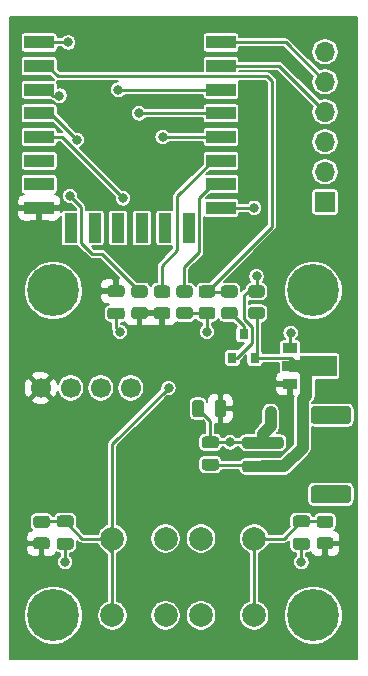
<source format=gtl>
G04 #@! TF.GenerationSoftware,KiCad,Pcbnew,5.99.0+really5.1.10+dfsg1-1*
G04 #@! TF.CreationDate,2022-07-07T23:47:34+02:00*
G04 #@! TF.ProjectId,sensorbox-battery-powered,73656e73-6f72-4626-9f78-2d6261747465,rev?*
G04 #@! TF.SameCoordinates,Original*
G04 #@! TF.FileFunction,Copper,L1,Top*
G04 #@! TF.FilePolarity,Positive*
%FSLAX46Y46*%
G04 Gerber Fmt 4.6, Leading zero omitted, Abs format (unit mm)*
G04 Created by KiCad (PCBNEW 5.99.0+really5.1.10+dfsg1-1) date 2022-07-07 23:47:34*
%MOMM*%
%LPD*%
G01*
G04 APERTURE LIST*
G04 #@! TA.AperFunction,SMDPad,CuDef*
%ADD10R,0.800000X0.900000*%
G04 #@! TD*
G04 #@! TA.AperFunction,SMDPad,CuDef*
%ADD11R,1.100000X2.500000*%
G04 #@! TD*
G04 #@! TA.AperFunction,SMDPad,CuDef*
%ADD12R,2.500000X1.100000*%
G04 #@! TD*
G04 #@! TA.AperFunction,ComponentPad*
%ADD13C,2.000000*%
G04 #@! TD*
G04 #@! TA.AperFunction,ComponentPad*
%ADD14C,4.400000*%
G04 #@! TD*
G04 #@! TA.AperFunction,ComponentPad*
%ADD15O,1.700000X1.700000*%
G04 #@! TD*
G04 #@! TA.AperFunction,ComponentPad*
%ADD16R,1.700000X1.700000*%
G04 #@! TD*
G04 #@! TA.AperFunction,SMDPad,CuDef*
%ADD17C,0.100000*%
G04 #@! TD*
G04 #@! TA.AperFunction,SMDPad,CuDef*
%ADD18R,1.300000X0.900000*%
G04 #@! TD*
G04 #@! TA.AperFunction,ComponentPad*
%ADD19C,1.700000*%
G04 #@! TD*
G04 #@! TA.AperFunction,ViaPad*
%ADD20C,0.800000*%
G04 #@! TD*
G04 #@! TA.AperFunction,Conductor*
%ADD21C,0.250000*%
G04 #@! TD*
G04 #@! TA.AperFunction,Conductor*
%ADD22C,1.000000*%
G04 #@! TD*
G04 #@! TA.AperFunction,Conductor*
%ADD23C,0.200000*%
G04 #@! TD*
G04 #@! TA.AperFunction,Conductor*
%ADD24C,0.100000*%
G04 #@! TD*
G04 APERTURE END LIST*
G04 #@! TA.AperFunction,SMDPad,CuDef*
G36*
G01*
X28950000Y-34800000D02*
X26050000Y-34800000D01*
G75*
G02*
X25800000Y-34550000I0J250000D01*
G01*
X25800000Y-33550000D01*
G75*
G02*
X26050000Y-33300000I250000J0D01*
G01*
X28950000Y-33300000D01*
G75*
G02*
X29200000Y-33550000I0J-250000D01*
G01*
X29200000Y-34550000D01*
G75*
G02*
X28950000Y-34800000I-250000J0D01*
G01*
G37*
G04 #@! TD.AperFunction*
G04 #@! TA.AperFunction,SMDPad,CuDef*
G36*
G01*
X28950000Y-41500000D02*
X26050000Y-41500000D01*
G75*
G02*
X25800000Y-41250000I0J250000D01*
G01*
X25800000Y-40250000D01*
G75*
G02*
X26050000Y-40000000I250000J0D01*
G01*
X28950000Y-40000000D01*
G75*
G02*
X29200000Y-40250000I0J-250000D01*
G01*
X29200000Y-41250000D01*
G75*
G02*
X28950000Y-41500000I-250000J0D01*
G01*
G37*
G04 #@! TD.AperFunction*
G04 #@! TA.AperFunction,SMDPad,CuDef*
G36*
G01*
X23250000Y-36900000D02*
X20250000Y-36900000D01*
G75*
G02*
X20000000Y-36650000I0J250000D01*
G01*
X20000000Y-36150000D01*
G75*
G02*
X20250000Y-35900000I250000J0D01*
G01*
X23250000Y-35900000D01*
G75*
G02*
X23500000Y-36150000I0J-250000D01*
G01*
X23500000Y-36650000D01*
G75*
G02*
X23250000Y-36900000I-250000J0D01*
G01*
G37*
G04 #@! TD.AperFunction*
G04 #@! TA.AperFunction,SMDPad,CuDef*
G36*
G01*
X23250000Y-38900000D02*
X20250000Y-38900000D01*
G75*
G02*
X20000000Y-38650000I0J250000D01*
G01*
X20000000Y-38150000D01*
G75*
G02*
X20250000Y-37900000I250000J0D01*
G01*
X23250000Y-37900000D01*
G75*
G02*
X23500000Y-38150000I0J-250000D01*
G01*
X23500000Y-38650000D01*
G75*
G02*
X23250000Y-38900000I-250000J0D01*
G01*
G37*
G04 #@! TD.AperFunction*
G04 #@! TA.AperFunction,SMDPad,CuDef*
G36*
G01*
X21650001Y-24100000D02*
X20749999Y-24100000D01*
G75*
G02*
X20500000Y-23850001I0J249999D01*
G01*
X20500000Y-23324999D01*
G75*
G02*
X20749999Y-23075000I249999J0D01*
G01*
X21650001Y-23075000D01*
G75*
G02*
X21900000Y-23324999I0J-249999D01*
G01*
X21900000Y-23850001D01*
G75*
G02*
X21650001Y-24100000I-249999J0D01*
G01*
G37*
G04 #@! TD.AperFunction*
G04 #@! TA.AperFunction,SMDPad,CuDef*
G36*
G01*
X21650001Y-25925000D02*
X20749999Y-25925000D01*
G75*
G02*
X20500000Y-25675001I0J249999D01*
G01*
X20500000Y-25149999D01*
G75*
G02*
X20749999Y-24900000I249999J0D01*
G01*
X21650001Y-24900000D01*
G75*
G02*
X21900000Y-25149999I0J-249999D01*
G01*
X21900000Y-25675001D01*
G75*
G02*
X21650001Y-25925000I-249999J0D01*
G01*
G37*
G04 #@! TD.AperFunction*
D10*
X20100000Y-27200000D03*
X21050000Y-29200000D03*
X19150000Y-29200000D03*
G04 #@! TA.AperFunction,SMDPad,CuDef*
G36*
G01*
X16549999Y-24900000D02*
X17450001Y-24900000D01*
G75*
G02*
X17700000Y-25149999I0J-249999D01*
G01*
X17700000Y-25675001D01*
G75*
G02*
X17450001Y-25925000I-249999J0D01*
G01*
X16549999Y-25925000D01*
G75*
G02*
X16300000Y-25675001I0J249999D01*
G01*
X16300000Y-25149999D01*
G75*
G02*
X16549999Y-24900000I249999J0D01*
G01*
G37*
G04 #@! TD.AperFunction*
G04 #@! TA.AperFunction,SMDPad,CuDef*
G36*
G01*
X16549999Y-23075000D02*
X17450001Y-23075000D01*
G75*
G02*
X17700000Y-23324999I0J-249999D01*
G01*
X17700000Y-23850001D01*
G75*
G02*
X17450001Y-24100000I-249999J0D01*
G01*
X16549999Y-24100000D01*
G75*
G02*
X16300000Y-23850001I0J249999D01*
G01*
X16300000Y-23324999D01*
G75*
G02*
X16549999Y-23075000I249999J0D01*
G01*
G37*
G04 #@! TD.AperFunction*
G04 #@! TA.AperFunction,SMDPad,CuDef*
G36*
G01*
X19350001Y-24100000D02*
X18449999Y-24100000D01*
G75*
G02*
X18200000Y-23850001I0J249999D01*
G01*
X18200000Y-23324999D01*
G75*
G02*
X18449999Y-23075000I249999J0D01*
G01*
X19350001Y-23075000D01*
G75*
G02*
X19600000Y-23324999I0J-249999D01*
G01*
X19600000Y-23850001D01*
G75*
G02*
X19350001Y-24100000I-249999J0D01*
G01*
G37*
G04 #@! TD.AperFunction*
G04 #@! TA.AperFunction,SMDPad,CuDef*
G36*
G01*
X19350001Y-25925000D02*
X18449999Y-25925000D01*
G75*
G02*
X18200000Y-25675001I0J249999D01*
G01*
X18200000Y-25149999D01*
G75*
G02*
X18449999Y-24900000I249999J0D01*
G01*
X19350001Y-24900000D01*
G75*
G02*
X19600000Y-25149999I0J-249999D01*
G01*
X19600000Y-25675001D01*
G75*
G02*
X19350001Y-25925000I-249999J0D01*
G01*
G37*
G04 #@! TD.AperFunction*
D11*
X15490000Y-18200000D03*
X13490000Y-18200000D03*
X11490000Y-18200000D03*
X9490000Y-18200000D03*
X7490000Y-18200000D03*
X5490000Y-18200000D03*
D12*
X18200000Y-2500000D03*
X18200000Y-4500000D03*
X18200000Y-6500000D03*
X18200000Y-8500000D03*
X18200000Y-10500000D03*
X18200000Y-12500000D03*
X18200000Y-14500000D03*
X18200000Y-16500000D03*
X2800000Y-16500000D03*
X2800000Y-14500000D03*
X2800000Y-12500000D03*
X2800000Y-10500000D03*
X2800000Y-8500000D03*
X2800000Y-6500000D03*
X2800000Y-4500000D03*
X2800000Y-2500000D03*
D13*
X9000000Y-44500000D03*
X13500000Y-44500000D03*
X9000000Y-51000000D03*
X13500000Y-51000000D03*
X16500000Y-44500000D03*
X21000000Y-44500000D03*
X16500000Y-51000000D03*
X21000000Y-51000000D03*
G04 #@! TA.AperFunction,SMDPad,CuDef*
G36*
G01*
X5475000Y-43550000D02*
X4525000Y-43550000D01*
G75*
G02*
X4275000Y-43300000I0J250000D01*
G01*
X4275000Y-42800000D01*
G75*
G02*
X4525000Y-42550000I250000J0D01*
G01*
X5475000Y-42550000D01*
G75*
G02*
X5725000Y-42800000I0J-250000D01*
G01*
X5725000Y-43300000D01*
G75*
G02*
X5475000Y-43550000I-250000J0D01*
G01*
G37*
G04 #@! TD.AperFunction*
G04 #@! TA.AperFunction,SMDPad,CuDef*
G36*
G01*
X5475000Y-45450000D02*
X4525000Y-45450000D01*
G75*
G02*
X4275000Y-45200000I0J250000D01*
G01*
X4275000Y-44700000D01*
G75*
G02*
X4525000Y-44450000I250000J0D01*
G01*
X5475000Y-44450000D01*
G75*
G02*
X5725000Y-44700000I0J-250000D01*
G01*
X5725000Y-45200000D01*
G75*
G02*
X5475000Y-45450000I-250000J0D01*
G01*
G37*
G04 #@! TD.AperFunction*
D14*
X4000000Y-51000000D03*
X4000000Y-23500000D03*
D15*
X27000000Y-3300000D03*
X27000000Y-5840000D03*
X27000000Y-8380000D03*
X27000000Y-10920000D03*
X27000000Y-13460000D03*
D16*
X27000000Y-16000000D03*
G04 #@! TA.AperFunction,SMDPad,CuDef*
G36*
G01*
X3450001Y-43600000D02*
X2549999Y-43600000D01*
G75*
G02*
X2300000Y-43350001I0J249999D01*
G01*
X2300000Y-42824999D01*
G75*
G02*
X2549999Y-42575000I249999J0D01*
G01*
X3450001Y-42575000D01*
G75*
G02*
X3700000Y-42824999I0J-249999D01*
G01*
X3700000Y-43350001D01*
G75*
G02*
X3450001Y-43600000I-249999J0D01*
G01*
G37*
G04 #@! TD.AperFunction*
G04 #@! TA.AperFunction,SMDPad,CuDef*
G36*
G01*
X3450001Y-45425000D02*
X2549999Y-45425000D01*
G75*
G02*
X2300000Y-45175001I0J249999D01*
G01*
X2300000Y-44649999D01*
G75*
G02*
X2549999Y-44400000I249999J0D01*
G01*
X3450001Y-44400000D01*
G75*
G02*
X3700000Y-44649999I0J-249999D01*
G01*
X3700000Y-45175001D01*
G75*
G02*
X3450001Y-45425000I-249999J0D01*
G01*
G37*
G04 #@! TD.AperFunction*
G04 #@! TA.AperFunction,SMDPad,CuDef*
G36*
G01*
X25475000Y-43550000D02*
X24525000Y-43550000D01*
G75*
G02*
X24275000Y-43300000I0J250000D01*
G01*
X24275000Y-42800000D01*
G75*
G02*
X24525000Y-42550000I250000J0D01*
G01*
X25475000Y-42550000D01*
G75*
G02*
X25725000Y-42800000I0J-250000D01*
G01*
X25725000Y-43300000D01*
G75*
G02*
X25475000Y-43550000I-250000J0D01*
G01*
G37*
G04 #@! TD.AperFunction*
G04 #@! TA.AperFunction,SMDPad,CuDef*
G36*
G01*
X25475000Y-45450000D02*
X24525000Y-45450000D01*
G75*
G02*
X24275000Y-45200000I0J250000D01*
G01*
X24275000Y-44700000D01*
G75*
G02*
X24525000Y-44450000I250000J0D01*
G01*
X25475000Y-44450000D01*
G75*
G02*
X25725000Y-44700000I0J-250000D01*
G01*
X25725000Y-45200000D01*
G75*
G02*
X25475000Y-45450000I-250000J0D01*
G01*
G37*
G04 #@! TD.AperFunction*
G04 #@! TA.AperFunction,SMDPad,CuDef*
D17*
G36*
X28000000Y-30766500D02*
G01*
X24875000Y-30766500D01*
X24875000Y-30350000D01*
X23400000Y-30350000D01*
X23400000Y-29450000D01*
X24875000Y-29450000D01*
X24875000Y-29033500D01*
X28000000Y-29033500D01*
X28000000Y-30766500D01*
G37*
G04 #@! TD.AperFunction*
D18*
X24050000Y-31400000D03*
X24050000Y-28400000D03*
D14*
X26000000Y-23500000D03*
G04 #@! TA.AperFunction,SMDPad,CuDef*
G36*
G01*
X17775000Y-36850000D02*
X16825000Y-36850000D01*
G75*
G02*
X16575000Y-36600000I0J250000D01*
G01*
X16575000Y-36100000D01*
G75*
G02*
X16825000Y-35850000I250000J0D01*
G01*
X17775000Y-35850000D01*
G75*
G02*
X18025000Y-36100000I0J-250000D01*
G01*
X18025000Y-36600000D01*
G75*
G02*
X17775000Y-36850000I-250000J0D01*
G01*
G37*
G04 #@! TD.AperFunction*
G04 #@! TA.AperFunction,SMDPad,CuDef*
G36*
G01*
X17775000Y-38750000D02*
X16825000Y-38750000D01*
G75*
G02*
X16575000Y-38500000I0J250000D01*
G01*
X16575000Y-38000000D01*
G75*
G02*
X16825000Y-37750000I250000J0D01*
G01*
X17775000Y-37750000D01*
G75*
G02*
X18025000Y-38000000I0J-250000D01*
G01*
X18025000Y-38500000D01*
G75*
G02*
X17775000Y-38750000I-250000J0D01*
G01*
G37*
G04 #@! TD.AperFunction*
G04 #@! TA.AperFunction,SMDPad,CuDef*
G36*
G01*
X16750000Y-33025000D02*
X16750000Y-33975000D01*
G75*
G02*
X16500000Y-34225000I-250000J0D01*
G01*
X16000000Y-34225000D01*
G75*
G02*
X15750000Y-33975000I0J250000D01*
G01*
X15750000Y-33025000D01*
G75*
G02*
X16000000Y-32775000I250000J0D01*
G01*
X16500000Y-32775000D01*
G75*
G02*
X16750000Y-33025000I0J-250000D01*
G01*
G37*
G04 #@! TD.AperFunction*
G04 #@! TA.AperFunction,SMDPad,CuDef*
G36*
G01*
X18650000Y-33025000D02*
X18650000Y-33975000D01*
G75*
G02*
X18400000Y-34225000I-250000J0D01*
G01*
X17900000Y-34225000D01*
G75*
G02*
X17650000Y-33975000I0J250000D01*
G01*
X17650000Y-33025000D01*
G75*
G02*
X17900000Y-32775000I250000J0D01*
G01*
X18400000Y-32775000D01*
G75*
G02*
X18650000Y-33025000I0J-250000D01*
G01*
G37*
G04 #@! TD.AperFunction*
G04 #@! TA.AperFunction,SMDPad,CuDef*
G36*
G01*
X13650001Y-24100000D02*
X12749999Y-24100000D01*
G75*
G02*
X12500000Y-23850001I0J249999D01*
G01*
X12500000Y-23324999D01*
G75*
G02*
X12749999Y-23075000I249999J0D01*
G01*
X13650001Y-23075000D01*
G75*
G02*
X13900000Y-23324999I0J-249999D01*
G01*
X13900000Y-23850001D01*
G75*
G02*
X13650001Y-24100000I-249999J0D01*
G01*
G37*
G04 #@! TD.AperFunction*
G04 #@! TA.AperFunction,SMDPad,CuDef*
G36*
G01*
X13650001Y-25925000D02*
X12749999Y-25925000D01*
G75*
G02*
X12500000Y-25675001I0J249999D01*
G01*
X12500000Y-25149999D01*
G75*
G02*
X12749999Y-24900000I249999J0D01*
G01*
X13650001Y-24900000D01*
G75*
G02*
X13900000Y-25149999I0J-249999D01*
G01*
X13900000Y-25675001D01*
G75*
G02*
X13650001Y-25925000I-249999J0D01*
G01*
G37*
G04 #@! TD.AperFunction*
G04 #@! TA.AperFunction,SMDPad,CuDef*
G36*
G01*
X8825000Y-24950000D02*
X9775000Y-24950000D01*
G75*
G02*
X10025000Y-25200000I0J-250000D01*
G01*
X10025000Y-25700000D01*
G75*
G02*
X9775000Y-25950000I-250000J0D01*
G01*
X8825000Y-25950000D01*
G75*
G02*
X8575000Y-25700000I0J250000D01*
G01*
X8575000Y-25200000D01*
G75*
G02*
X8825000Y-24950000I250000J0D01*
G01*
G37*
G04 #@! TD.AperFunction*
G04 #@! TA.AperFunction,SMDPad,CuDef*
G36*
G01*
X8825000Y-23050000D02*
X9775000Y-23050000D01*
G75*
G02*
X10025000Y-23300000I0J-250000D01*
G01*
X10025000Y-23800000D01*
G75*
G02*
X9775000Y-24050000I-250000J0D01*
G01*
X8825000Y-24050000D01*
G75*
G02*
X8575000Y-23800000I0J250000D01*
G01*
X8575000Y-23300000D01*
G75*
G02*
X8825000Y-23050000I250000J0D01*
G01*
G37*
G04 #@! TD.AperFunction*
G04 #@! TA.AperFunction,SMDPad,CuDef*
G36*
G01*
X15550001Y-24100000D02*
X14649999Y-24100000D01*
G75*
G02*
X14400000Y-23850001I0J249999D01*
G01*
X14400000Y-23324999D01*
G75*
G02*
X14649999Y-23075000I249999J0D01*
G01*
X15550001Y-23075000D01*
G75*
G02*
X15800000Y-23324999I0J-249999D01*
G01*
X15800000Y-23850001D01*
G75*
G02*
X15550001Y-24100000I-249999J0D01*
G01*
G37*
G04 #@! TD.AperFunction*
G04 #@! TA.AperFunction,SMDPad,CuDef*
G36*
G01*
X15550001Y-25925000D02*
X14649999Y-25925000D01*
G75*
G02*
X14400000Y-25675001I0J249999D01*
G01*
X14400000Y-25149999D01*
G75*
G02*
X14649999Y-24900000I249999J0D01*
G01*
X15550001Y-24900000D01*
G75*
G02*
X15800000Y-25149999I0J-249999D01*
G01*
X15800000Y-25675001D01*
G75*
G02*
X15550001Y-25925000I-249999J0D01*
G01*
G37*
G04 #@! TD.AperFunction*
G04 #@! TA.AperFunction,SMDPad,CuDef*
G36*
G01*
X10849999Y-24900000D02*
X11750001Y-24900000D01*
G75*
G02*
X12000000Y-25149999I0J-249999D01*
G01*
X12000000Y-25675001D01*
G75*
G02*
X11750001Y-25925000I-249999J0D01*
G01*
X10849999Y-25925000D01*
G75*
G02*
X10600000Y-25675001I0J249999D01*
G01*
X10600000Y-25149999D01*
G75*
G02*
X10849999Y-24900000I249999J0D01*
G01*
G37*
G04 #@! TD.AperFunction*
G04 #@! TA.AperFunction,SMDPad,CuDef*
G36*
G01*
X10849999Y-23075000D02*
X11750001Y-23075000D01*
G75*
G02*
X12000000Y-23324999I0J-249999D01*
G01*
X12000000Y-23850001D01*
G75*
G02*
X11750001Y-24100000I-249999J0D01*
G01*
X10849999Y-24100000D01*
G75*
G02*
X10600000Y-23850001I0J249999D01*
G01*
X10600000Y-23324999D01*
G75*
G02*
X10849999Y-23075000I249999J0D01*
G01*
G37*
G04 #@! TD.AperFunction*
X26000000Y-51000000D03*
G04 #@! TA.AperFunction,SMDPad,CuDef*
G36*
G01*
X26549999Y-44400000D02*
X27450001Y-44400000D01*
G75*
G02*
X27700000Y-44649999I0J-249999D01*
G01*
X27700000Y-45175001D01*
G75*
G02*
X27450001Y-45425000I-249999J0D01*
G01*
X26549999Y-45425000D01*
G75*
G02*
X26300000Y-45175001I0J249999D01*
G01*
X26300000Y-44649999D01*
G75*
G02*
X26549999Y-44400000I249999J0D01*
G01*
G37*
G04 #@! TD.AperFunction*
G04 #@! TA.AperFunction,SMDPad,CuDef*
G36*
G01*
X26549999Y-42575000D02*
X27450001Y-42575000D01*
G75*
G02*
X27700000Y-42824999I0J-249999D01*
G01*
X27700000Y-43350001D01*
G75*
G02*
X27450001Y-43600000I-249999J0D01*
G01*
X26549999Y-43600000D01*
G75*
G02*
X26300000Y-43350001I0J249999D01*
G01*
X26300000Y-42824999D01*
G75*
G02*
X26549999Y-42575000I249999J0D01*
G01*
G37*
G04 #@! TD.AperFunction*
D19*
X10560000Y-31750000D03*
X8020000Y-31750000D03*
X5480000Y-31750000D03*
X2940000Y-31750000D03*
D20*
X6000000Y-10750000D03*
X5250000Y-2500000D03*
X21000000Y-16500000D03*
X5000000Y-46500000D03*
X25000000Y-46500000D03*
X17000000Y-27000000D03*
X9645020Y-27000000D03*
X18950000Y-36350000D03*
X24100000Y-27100000D03*
X22400000Y-35000000D03*
X22400000Y-33800000D03*
X5400000Y-15500000D03*
X4500000Y-7000000D03*
X9500000Y-6500000D03*
X11250000Y-8500000D03*
X13750000Y-31750000D03*
X13250000Y-10500000D03*
X21200000Y-22300000D03*
X9900000Y-15700000D03*
D21*
X2414998Y-8500000D02*
X3500000Y-8500000D01*
X3500000Y-2500000D02*
X2414998Y-2500000D01*
X3750000Y-8500000D02*
X6000000Y-10750000D01*
X3500000Y-8500000D02*
X3750000Y-8500000D01*
X21000000Y-51000000D02*
X21000000Y-44500000D01*
X26962500Y-43050000D02*
X27000000Y-43087500D01*
X25000000Y-43050000D02*
X26962500Y-43050000D01*
X23550000Y-44500000D02*
X25000000Y-43050000D01*
X21000000Y-44500000D02*
X23550000Y-44500000D01*
X3500000Y-2500000D02*
X5250000Y-2500000D01*
X17500000Y-16500000D02*
X21000000Y-16500000D01*
X5000000Y-44950000D02*
X5000000Y-46500000D01*
X25000000Y-44950000D02*
X25000000Y-46500000D01*
X14962500Y-25412500D02*
X15000000Y-25450000D01*
X16962500Y-25450000D02*
X17000000Y-25412500D01*
X17000000Y-25412500D02*
X17000000Y-27000000D01*
X9300000Y-26654980D02*
X9645020Y-27000000D01*
X9300000Y-25450000D02*
X9300000Y-26654980D01*
X15100000Y-25412500D02*
X17000000Y-25412500D01*
X21700000Y-36350000D02*
X21750000Y-36400000D01*
X17300000Y-36350000D02*
X18950000Y-36350000D01*
X18950000Y-36350000D02*
X21700000Y-36350000D01*
X24050000Y-27150000D02*
X24100000Y-27100000D01*
X24050000Y-28400000D02*
X24050000Y-27150000D01*
D22*
X21750000Y-35650000D02*
X22400000Y-35000000D01*
X21750000Y-36400000D02*
X21750000Y-35650000D01*
X22400000Y-35000000D02*
X22400000Y-33800000D01*
D21*
X17300000Y-34550000D02*
X16250000Y-33500000D01*
X17300000Y-36350000D02*
X17300000Y-34550000D01*
X2587500Y-32102500D02*
X2940000Y-31750000D01*
X10775000Y-42312500D02*
X10750000Y-42337500D01*
X23660000Y-2500000D02*
X17500000Y-2500000D01*
X27000000Y-5840000D02*
X23660000Y-2500000D01*
X23120000Y-4500000D02*
X17500000Y-4500000D01*
X27000000Y-8380000D02*
X23120000Y-4500000D01*
X9000000Y-23587500D02*
X9115001Y-23472499D01*
X6365001Y-16465001D02*
X5400000Y-15500000D01*
X4000000Y-7000000D02*
X3500000Y-6500000D01*
X4500000Y-7000000D02*
X4000000Y-7000000D01*
X6365001Y-19460003D02*
X7304998Y-20400000D01*
X6365001Y-16465001D02*
X6365001Y-19460003D01*
X13000000Y-23587500D02*
X13115001Y-23472499D01*
X16365001Y-15634999D02*
X17500000Y-14500000D01*
X16365001Y-20222499D02*
X16365001Y-15634999D01*
X17750000Y-12750000D02*
X17500000Y-12500000D01*
X11000000Y-23587500D02*
X11115001Y-23472499D01*
X8200000Y-20487500D02*
X11300000Y-23587500D01*
X8112500Y-20400000D02*
X8200000Y-20487500D01*
X7304998Y-20400000D02*
X8112500Y-20400000D01*
X15100000Y-21487500D02*
X16365001Y-20222499D01*
X15100000Y-23587500D02*
X15100000Y-21487500D01*
X14500000Y-15500000D02*
X17500000Y-12500000D01*
X14500000Y-20087500D02*
X14500000Y-15500000D01*
X13200000Y-21387500D02*
X14500000Y-20087500D01*
X13200000Y-23587500D02*
X13200000Y-21387500D01*
X9500000Y-6500000D02*
X17500000Y-6500000D01*
X11250000Y-8500000D02*
X17500000Y-8500000D01*
X8500000Y-45250000D02*
X9000000Y-45750000D01*
X18585002Y-10500000D02*
X17500000Y-10500000D01*
X9000000Y-36500000D02*
X13750000Y-31750000D01*
X9000000Y-45750000D02*
X9000000Y-36500000D01*
X13250000Y-10500000D02*
X17500000Y-10500000D01*
X9000000Y-44500000D02*
X9000000Y-51000000D01*
X6450000Y-44500000D02*
X5000000Y-43050000D01*
X9000000Y-44500000D02*
X6450000Y-44500000D01*
X3037500Y-43050000D02*
X3000000Y-43087500D01*
X5000000Y-43050000D02*
X3037500Y-43050000D01*
X21050000Y-25562500D02*
X20900000Y-25412500D01*
X21275011Y-25487511D02*
X21200000Y-25412500D01*
X21275011Y-28974989D02*
X21275011Y-25487511D01*
X21050000Y-29200000D02*
X21275011Y-28974989D01*
X24135002Y-29200000D02*
X25525001Y-30589999D01*
X21050000Y-29200000D02*
X24135002Y-29200000D01*
X21600000Y-38250000D02*
X21750000Y-38400000D01*
X17300000Y-38250000D02*
X21600000Y-38250000D01*
D22*
X24910002Y-29900000D02*
X24137500Y-29900000D01*
X25400001Y-30389999D02*
X24910002Y-29900000D01*
X25400001Y-32410001D02*
X25400001Y-30389999D01*
X25100000Y-32710002D02*
X25400001Y-32410001D01*
X25100000Y-36800000D02*
X25100000Y-32710002D01*
X23500000Y-38400000D02*
X25100000Y-36800000D01*
X21750000Y-38400000D02*
X23500000Y-38400000D01*
D21*
X20100000Y-26512500D02*
X19000000Y-25412500D01*
X20100000Y-27200000D02*
X20100000Y-26512500D01*
X19535002Y-29200000D02*
X19150000Y-29200000D01*
X20825001Y-27910001D02*
X19535002Y-29200000D01*
X20825001Y-26601091D02*
X20825001Y-27910001D01*
X20174990Y-25951080D02*
X20825001Y-26601091D01*
X20174990Y-23912510D02*
X20174990Y-25951080D01*
X20500000Y-23587500D02*
X20174990Y-23912510D01*
X21200000Y-23587500D02*
X20500000Y-23587500D01*
X21200000Y-23587500D02*
X21200000Y-22300000D01*
X4700000Y-10500000D02*
X3500000Y-10500000D01*
X9900000Y-15700000D02*
X4700000Y-10500000D01*
X19000000Y-23587500D02*
X17000000Y-23587500D01*
X17000000Y-23587500D02*
X22500000Y-18087500D01*
X4375001Y-5375001D02*
X3500000Y-4500000D01*
X22125001Y-5375001D02*
X4375001Y-5375001D01*
X22500000Y-5750000D02*
X22125001Y-5375001D01*
X22500000Y-18087500D02*
X22500000Y-5750000D01*
D23*
X29675001Y-54675000D02*
X325000Y-54675000D01*
X325000Y-50753772D01*
X1500000Y-50753772D01*
X1500000Y-51246228D01*
X1596074Y-51729223D01*
X1784529Y-52184194D01*
X2058124Y-52593657D01*
X2406343Y-52941876D01*
X2815806Y-53215471D01*
X3270777Y-53403926D01*
X3753772Y-53500000D01*
X4246228Y-53500000D01*
X4729223Y-53403926D01*
X5184194Y-53215471D01*
X5593657Y-52941876D01*
X5941876Y-52593657D01*
X6215471Y-52184194D01*
X6403926Y-51729223D01*
X6500000Y-51246228D01*
X6500000Y-50753772D01*
X6403926Y-50270777D01*
X6215471Y-49815806D01*
X5941876Y-49406343D01*
X5593657Y-49058124D01*
X5184194Y-48784529D01*
X4729223Y-48596074D01*
X4246228Y-48500000D01*
X3753772Y-48500000D01*
X3270777Y-48596074D01*
X2815806Y-48784529D01*
X2406343Y-49058124D01*
X2058124Y-49406343D01*
X1784529Y-49815806D01*
X1596074Y-50270777D01*
X1500000Y-50753772D01*
X325000Y-50753772D01*
X325000Y-45425000D01*
X1689058Y-45425000D01*
X1700797Y-45544189D01*
X1735563Y-45658797D01*
X1792020Y-45764421D01*
X1867999Y-45857001D01*
X1960579Y-45932980D01*
X2066203Y-45989437D01*
X2180811Y-46024203D01*
X2300000Y-46035942D01*
X2694000Y-46033000D01*
X2846000Y-45881000D01*
X2846000Y-45066500D01*
X1844000Y-45066500D01*
X1692000Y-45218500D01*
X1689058Y-45425000D01*
X325000Y-45425000D01*
X325000Y-44400000D01*
X1689058Y-44400000D01*
X1692000Y-44606500D01*
X1844000Y-44758500D01*
X2846000Y-44758500D01*
X2846000Y-44738500D01*
X3154000Y-44738500D01*
X3154000Y-44758500D01*
X3174000Y-44758500D01*
X3174000Y-45066500D01*
X3154000Y-45066500D01*
X3154000Y-45881000D01*
X3306000Y-46033000D01*
X3700000Y-46035942D01*
X3819189Y-46024203D01*
X3933797Y-45989437D01*
X4039421Y-45932980D01*
X4132001Y-45857001D01*
X4207980Y-45764421D01*
X4254375Y-45677621D01*
X4313969Y-45709474D01*
X4417417Y-45740855D01*
X4525000Y-45751451D01*
X4575001Y-45751451D01*
X4575001Y-45942092D01*
X4553776Y-45956274D01*
X4456274Y-46053776D01*
X4379668Y-46168426D01*
X4326901Y-46295818D01*
X4300000Y-46431056D01*
X4300000Y-46568944D01*
X4326901Y-46704182D01*
X4379668Y-46831574D01*
X4456274Y-46946224D01*
X4553776Y-47043726D01*
X4668426Y-47120332D01*
X4795818Y-47173099D01*
X4931056Y-47200000D01*
X5068944Y-47200000D01*
X5204182Y-47173099D01*
X5331574Y-47120332D01*
X5446224Y-47043726D01*
X5543726Y-46946224D01*
X5620332Y-46831574D01*
X5673099Y-46704182D01*
X5700000Y-46568944D01*
X5700000Y-46431056D01*
X5673099Y-46295818D01*
X5620332Y-46168426D01*
X5543726Y-46053776D01*
X5446224Y-45956274D01*
X5425000Y-45942093D01*
X5425000Y-45751451D01*
X5475000Y-45751451D01*
X5582583Y-45740855D01*
X5686031Y-45709474D01*
X5781370Y-45658515D01*
X5864935Y-45589935D01*
X5933515Y-45506370D01*
X5984474Y-45411031D01*
X6015855Y-45307583D01*
X6026451Y-45200000D01*
X6026451Y-44700000D01*
X6023992Y-44675032D01*
X6134716Y-44785756D01*
X6148026Y-44801974D01*
X6212740Y-44855084D01*
X6286573Y-44894548D01*
X6366686Y-44918850D01*
X6429126Y-44925000D01*
X6429133Y-44925000D01*
X6450000Y-44927055D01*
X6470867Y-44925000D01*
X7768931Y-44925000D01*
X7847955Y-45115781D01*
X7990224Y-45328702D01*
X8140480Y-45478958D01*
X8144917Y-45487259D01*
X8184720Y-45535760D01*
X8575000Y-45926041D01*
X8575001Y-49768930D01*
X8384219Y-49847955D01*
X8171298Y-49990224D01*
X7990224Y-50171298D01*
X7847955Y-50384219D01*
X7749958Y-50620804D01*
X7700000Y-50871961D01*
X7700000Y-51128039D01*
X7749958Y-51379196D01*
X7847955Y-51615781D01*
X7990224Y-51828702D01*
X8171298Y-52009776D01*
X8384219Y-52152045D01*
X8620804Y-52250042D01*
X8871961Y-52300000D01*
X9128039Y-52300000D01*
X9379196Y-52250042D01*
X9615781Y-52152045D01*
X9828702Y-52009776D01*
X10009776Y-51828702D01*
X10152045Y-51615781D01*
X10250042Y-51379196D01*
X10300000Y-51128039D01*
X10300000Y-50871961D01*
X12200000Y-50871961D01*
X12200000Y-51128039D01*
X12249958Y-51379196D01*
X12347955Y-51615781D01*
X12490224Y-51828702D01*
X12671298Y-52009776D01*
X12884219Y-52152045D01*
X13120804Y-52250042D01*
X13371961Y-52300000D01*
X13628039Y-52300000D01*
X13879196Y-52250042D01*
X14115781Y-52152045D01*
X14328702Y-52009776D01*
X14509776Y-51828702D01*
X14652045Y-51615781D01*
X14750042Y-51379196D01*
X14800000Y-51128039D01*
X14800000Y-50871961D01*
X15200000Y-50871961D01*
X15200000Y-51128039D01*
X15249958Y-51379196D01*
X15347955Y-51615781D01*
X15490224Y-51828702D01*
X15671298Y-52009776D01*
X15884219Y-52152045D01*
X16120804Y-52250042D01*
X16371961Y-52300000D01*
X16628039Y-52300000D01*
X16879196Y-52250042D01*
X17115781Y-52152045D01*
X17328702Y-52009776D01*
X17509776Y-51828702D01*
X17652045Y-51615781D01*
X17750042Y-51379196D01*
X17800000Y-51128039D01*
X17800000Y-50871961D01*
X17750042Y-50620804D01*
X17652045Y-50384219D01*
X17509776Y-50171298D01*
X17328702Y-49990224D01*
X17115781Y-49847955D01*
X16879196Y-49749958D01*
X16628039Y-49700000D01*
X16371961Y-49700000D01*
X16120804Y-49749958D01*
X15884219Y-49847955D01*
X15671298Y-49990224D01*
X15490224Y-50171298D01*
X15347955Y-50384219D01*
X15249958Y-50620804D01*
X15200000Y-50871961D01*
X14800000Y-50871961D01*
X14750042Y-50620804D01*
X14652045Y-50384219D01*
X14509776Y-50171298D01*
X14328702Y-49990224D01*
X14115781Y-49847955D01*
X13879196Y-49749958D01*
X13628039Y-49700000D01*
X13371961Y-49700000D01*
X13120804Y-49749958D01*
X12884219Y-49847955D01*
X12671298Y-49990224D01*
X12490224Y-50171298D01*
X12347955Y-50384219D01*
X12249958Y-50620804D01*
X12200000Y-50871961D01*
X10300000Y-50871961D01*
X10250042Y-50620804D01*
X10152045Y-50384219D01*
X10009776Y-50171298D01*
X9828702Y-49990224D01*
X9615781Y-49847955D01*
X9425000Y-49768931D01*
X9425000Y-45770867D01*
X9427055Y-45750000D01*
X9425183Y-45730993D01*
X9615781Y-45652045D01*
X9828702Y-45509776D01*
X10009776Y-45328702D01*
X10152045Y-45115781D01*
X10250042Y-44879196D01*
X10300000Y-44628039D01*
X10300000Y-44371961D01*
X12200000Y-44371961D01*
X12200000Y-44628039D01*
X12249958Y-44879196D01*
X12347955Y-45115781D01*
X12490224Y-45328702D01*
X12671298Y-45509776D01*
X12884219Y-45652045D01*
X13120804Y-45750042D01*
X13371961Y-45800000D01*
X13628039Y-45800000D01*
X13879196Y-45750042D01*
X14115781Y-45652045D01*
X14328702Y-45509776D01*
X14509776Y-45328702D01*
X14652045Y-45115781D01*
X14750042Y-44879196D01*
X14800000Y-44628039D01*
X14800000Y-44371961D01*
X15200000Y-44371961D01*
X15200000Y-44628039D01*
X15249958Y-44879196D01*
X15347955Y-45115781D01*
X15490224Y-45328702D01*
X15671298Y-45509776D01*
X15884219Y-45652045D01*
X16120804Y-45750042D01*
X16371961Y-45800000D01*
X16628039Y-45800000D01*
X16879196Y-45750042D01*
X17115781Y-45652045D01*
X17328702Y-45509776D01*
X17509776Y-45328702D01*
X17652045Y-45115781D01*
X17750042Y-44879196D01*
X17800000Y-44628039D01*
X17800000Y-44371961D01*
X19700000Y-44371961D01*
X19700000Y-44628039D01*
X19749958Y-44879196D01*
X19847955Y-45115781D01*
X19990224Y-45328702D01*
X20171298Y-45509776D01*
X20384219Y-45652045D01*
X20575001Y-45731070D01*
X20575000Y-49768931D01*
X20384219Y-49847955D01*
X20171298Y-49990224D01*
X19990224Y-50171298D01*
X19847955Y-50384219D01*
X19749958Y-50620804D01*
X19700000Y-50871961D01*
X19700000Y-51128039D01*
X19749958Y-51379196D01*
X19847955Y-51615781D01*
X19990224Y-51828702D01*
X20171298Y-52009776D01*
X20384219Y-52152045D01*
X20620804Y-52250042D01*
X20871961Y-52300000D01*
X21128039Y-52300000D01*
X21379196Y-52250042D01*
X21615781Y-52152045D01*
X21828702Y-52009776D01*
X22009776Y-51828702D01*
X22152045Y-51615781D01*
X22250042Y-51379196D01*
X22300000Y-51128039D01*
X22300000Y-50871961D01*
X22276491Y-50753772D01*
X23500000Y-50753772D01*
X23500000Y-51246228D01*
X23596074Y-51729223D01*
X23784529Y-52184194D01*
X24058124Y-52593657D01*
X24406343Y-52941876D01*
X24815806Y-53215471D01*
X25270777Y-53403926D01*
X25753772Y-53500000D01*
X26246228Y-53500000D01*
X26729223Y-53403926D01*
X27184194Y-53215471D01*
X27593657Y-52941876D01*
X27941876Y-52593657D01*
X28215471Y-52184194D01*
X28403926Y-51729223D01*
X28500000Y-51246228D01*
X28500000Y-50753772D01*
X28403926Y-50270777D01*
X28215471Y-49815806D01*
X27941876Y-49406343D01*
X27593657Y-49058124D01*
X27184194Y-48784529D01*
X26729223Y-48596074D01*
X26246228Y-48500000D01*
X25753772Y-48500000D01*
X25270777Y-48596074D01*
X24815806Y-48784529D01*
X24406343Y-49058124D01*
X24058124Y-49406343D01*
X23784529Y-49815806D01*
X23596074Y-50270777D01*
X23500000Y-50753772D01*
X22276491Y-50753772D01*
X22250042Y-50620804D01*
X22152045Y-50384219D01*
X22009776Y-50171298D01*
X21828702Y-49990224D01*
X21615781Y-49847955D01*
X21425000Y-49768931D01*
X21425000Y-45731069D01*
X21615781Y-45652045D01*
X21828702Y-45509776D01*
X22009776Y-45328702D01*
X22152045Y-45115781D01*
X22231069Y-44925000D01*
X23529133Y-44925000D01*
X23550000Y-44927055D01*
X23570867Y-44925000D01*
X23570874Y-44925000D01*
X23633314Y-44918850D01*
X23713427Y-44894548D01*
X23787260Y-44855084D01*
X23851974Y-44801974D01*
X23865284Y-44785756D01*
X23976008Y-44675032D01*
X23973549Y-44700000D01*
X23973549Y-45200000D01*
X23984145Y-45307583D01*
X24015526Y-45411031D01*
X24066485Y-45506370D01*
X24135065Y-45589935D01*
X24218630Y-45658515D01*
X24313969Y-45709474D01*
X24417417Y-45740855D01*
X24525000Y-45751451D01*
X24575001Y-45751451D01*
X24575001Y-45942092D01*
X24553776Y-45956274D01*
X24456274Y-46053776D01*
X24379668Y-46168426D01*
X24326901Y-46295818D01*
X24300000Y-46431056D01*
X24300000Y-46568944D01*
X24326901Y-46704182D01*
X24379668Y-46831574D01*
X24456274Y-46946224D01*
X24553776Y-47043726D01*
X24668426Y-47120332D01*
X24795818Y-47173099D01*
X24931056Y-47200000D01*
X25068944Y-47200000D01*
X25204182Y-47173099D01*
X25331574Y-47120332D01*
X25446224Y-47043726D01*
X25543726Y-46946224D01*
X25620332Y-46831574D01*
X25673099Y-46704182D01*
X25700000Y-46568944D01*
X25700000Y-46431056D01*
X25673099Y-46295818D01*
X25620332Y-46168426D01*
X25543726Y-46053776D01*
X25446224Y-45956274D01*
X25425000Y-45942093D01*
X25425000Y-45751451D01*
X25475000Y-45751451D01*
X25582583Y-45740855D01*
X25686031Y-45709474D01*
X25745625Y-45677621D01*
X25792020Y-45764421D01*
X25867999Y-45857001D01*
X25960579Y-45932980D01*
X26066203Y-45989437D01*
X26180811Y-46024203D01*
X26300000Y-46035942D01*
X26694000Y-46033000D01*
X26846000Y-45881000D01*
X26846000Y-45066500D01*
X27154000Y-45066500D01*
X27154000Y-45881000D01*
X27306000Y-46033000D01*
X27700000Y-46035942D01*
X27819189Y-46024203D01*
X27933797Y-45989437D01*
X28039421Y-45932980D01*
X28132001Y-45857001D01*
X28207980Y-45764421D01*
X28264437Y-45658797D01*
X28299203Y-45544189D01*
X28310942Y-45425000D01*
X28308000Y-45218500D01*
X28156000Y-45066500D01*
X27154000Y-45066500D01*
X26846000Y-45066500D01*
X26826000Y-45066500D01*
X26826000Y-44758500D01*
X26846000Y-44758500D01*
X26846000Y-44738500D01*
X27154000Y-44738500D01*
X27154000Y-44758500D01*
X28156000Y-44758500D01*
X28308000Y-44606500D01*
X28310942Y-44400000D01*
X28299203Y-44280811D01*
X28264437Y-44166203D01*
X28207980Y-44060579D01*
X28132001Y-43967999D01*
X28039421Y-43892020D01*
X27933797Y-43835563D01*
X27819189Y-43800797D01*
X27771498Y-43796100D01*
X27839935Y-43739935D01*
X27908515Y-43656370D01*
X27959474Y-43561032D01*
X27990855Y-43457584D01*
X28001451Y-43350001D01*
X28001451Y-42824999D01*
X27990855Y-42717416D01*
X27959474Y-42613968D01*
X27908515Y-42518630D01*
X27839935Y-42435065D01*
X27756370Y-42366485D01*
X27661032Y-42315526D01*
X27557584Y-42284145D01*
X27450001Y-42273549D01*
X26549999Y-42273549D01*
X26442416Y-42284145D01*
X26338968Y-42315526D01*
X26243630Y-42366485D01*
X26160065Y-42435065D01*
X26091485Y-42518630D01*
X26040526Y-42613968D01*
X26037179Y-42625000D01*
X25995404Y-42625000D01*
X25984474Y-42588969D01*
X25933515Y-42493630D01*
X25864935Y-42410065D01*
X25781370Y-42341485D01*
X25686031Y-42290526D01*
X25582583Y-42259145D01*
X25475000Y-42248549D01*
X24525000Y-42248549D01*
X24417417Y-42259145D01*
X24313969Y-42290526D01*
X24218630Y-42341485D01*
X24135065Y-42410065D01*
X24066485Y-42493630D01*
X24015526Y-42588969D01*
X23984145Y-42692417D01*
X23973549Y-42800000D01*
X23973549Y-43300000D01*
X23984145Y-43407583D01*
X23997466Y-43451494D01*
X23373960Y-44075000D01*
X22231069Y-44075000D01*
X22152045Y-43884219D01*
X22009776Y-43671298D01*
X21828702Y-43490224D01*
X21615781Y-43347955D01*
X21379196Y-43249958D01*
X21128039Y-43200000D01*
X20871961Y-43200000D01*
X20620804Y-43249958D01*
X20384219Y-43347955D01*
X20171298Y-43490224D01*
X19990224Y-43671298D01*
X19847955Y-43884219D01*
X19749958Y-44120804D01*
X19700000Y-44371961D01*
X17800000Y-44371961D01*
X17750042Y-44120804D01*
X17652045Y-43884219D01*
X17509776Y-43671298D01*
X17328702Y-43490224D01*
X17115781Y-43347955D01*
X16879196Y-43249958D01*
X16628039Y-43200000D01*
X16371961Y-43200000D01*
X16120804Y-43249958D01*
X15884219Y-43347955D01*
X15671298Y-43490224D01*
X15490224Y-43671298D01*
X15347955Y-43884219D01*
X15249958Y-44120804D01*
X15200000Y-44371961D01*
X14800000Y-44371961D01*
X14750042Y-44120804D01*
X14652045Y-43884219D01*
X14509776Y-43671298D01*
X14328702Y-43490224D01*
X14115781Y-43347955D01*
X13879196Y-43249958D01*
X13628039Y-43200000D01*
X13371961Y-43200000D01*
X13120804Y-43249958D01*
X12884219Y-43347955D01*
X12671298Y-43490224D01*
X12490224Y-43671298D01*
X12347955Y-43884219D01*
X12249958Y-44120804D01*
X12200000Y-44371961D01*
X10300000Y-44371961D01*
X10250042Y-44120804D01*
X10152045Y-43884219D01*
X10009776Y-43671298D01*
X9828702Y-43490224D01*
X9615781Y-43347955D01*
X9425000Y-43268931D01*
X9425000Y-40250000D01*
X25498549Y-40250000D01*
X25498549Y-41250000D01*
X25509145Y-41357583D01*
X25540526Y-41461031D01*
X25591485Y-41556370D01*
X25660065Y-41639935D01*
X25743630Y-41708515D01*
X25838969Y-41759474D01*
X25942417Y-41790855D01*
X26050000Y-41801451D01*
X28950000Y-41801451D01*
X29057583Y-41790855D01*
X29161031Y-41759474D01*
X29256370Y-41708515D01*
X29339935Y-41639935D01*
X29408515Y-41556370D01*
X29459474Y-41461031D01*
X29490855Y-41357583D01*
X29501451Y-41250000D01*
X29501451Y-40250000D01*
X29490855Y-40142417D01*
X29459474Y-40038969D01*
X29408515Y-39943630D01*
X29339935Y-39860065D01*
X29256370Y-39791485D01*
X29161031Y-39740526D01*
X29057583Y-39709145D01*
X28950000Y-39698549D01*
X26050000Y-39698549D01*
X25942417Y-39709145D01*
X25838969Y-39740526D01*
X25743630Y-39791485D01*
X25660065Y-39860065D01*
X25591485Y-39943630D01*
X25540526Y-40038969D01*
X25509145Y-40142417D01*
X25498549Y-40250000D01*
X9425000Y-40250000D01*
X9425000Y-36676040D01*
X13076040Y-33025000D01*
X15448549Y-33025000D01*
X15448549Y-33975000D01*
X15459145Y-34082583D01*
X15490526Y-34186031D01*
X15541485Y-34281370D01*
X15610065Y-34364935D01*
X15693630Y-34433515D01*
X15788969Y-34484474D01*
X15892417Y-34515855D01*
X16000000Y-34526451D01*
X16500000Y-34526451D01*
X16607583Y-34515855D01*
X16651494Y-34502535D01*
X16875001Y-34726042D01*
X16875000Y-35548549D01*
X16825000Y-35548549D01*
X16717417Y-35559145D01*
X16613969Y-35590526D01*
X16518630Y-35641485D01*
X16435065Y-35710065D01*
X16366485Y-35793630D01*
X16315526Y-35888969D01*
X16284145Y-35992417D01*
X16273549Y-36100000D01*
X16273549Y-36600000D01*
X16284145Y-36707583D01*
X16315526Y-36811031D01*
X16366485Y-36906370D01*
X16435065Y-36989935D01*
X16518630Y-37058515D01*
X16613969Y-37109474D01*
X16717417Y-37140855D01*
X16825000Y-37151451D01*
X17775000Y-37151451D01*
X17882583Y-37140855D01*
X17986031Y-37109474D01*
X18081370Y-37058515D01*
X18164935Y-36989935D01*
X18233515Y-36906370D01*
X18284474Y-36811031D01*
X18295404Y-36775000D01*
X18392093Y-36775000D01*
X18406274Y-36796224D01*
X18503776Y-36893726D01*
X18618426Y-36970332D01*
X18745818Y-37023099D01*
X18881056Y-37050000D01*
X19018944Y-37050000D01*
X19154182Y-37023099D01*
X19281574Y-36970332D01*
X19396224Y-36893726D01*
X19493726Y-36796224D01*
X19507907Y-36775000D01*
X19714428Y-36775000D01*
X19740526Y-36861031D01*
X19791485Y-36956370D01*
X19860065Y-37039935D01*
X19943630Y-37108515D01*
X20038969Y-37159474D01*
X20142417Y-37190855D01*
X20250000Y-37201451D01*
X21725439Y-37201451D01*
X21750000Y-37203870D01*
X21774561Y-37201451D01*
X23250000Y-37201451D01*
X23357583Y-37190855D01*
X23461031Y-37159474D01*
X23556370Y-37108515D01*
X23639935Y-37039935D01*
X23708515Y-36956370D01*
X23759474Y-36861031D01*
X23790855Y-36757583D01*
X23801451Y-36650000D01*
X23801451Y-36150000D01*
X23790855Y-36042417D01*
X23759474Y-35938969D01*
X23708515Y-35843630D01*
X23639935Y-35760065D01*
X23556370Y-35691485D01*
X23461031Y-35640526D01*
X23357583Y-35609145D01*
X23250000Y-35598549D01*
X22932821Y-35598549D01*
X22937898Y-35593472D01*
X22968422Y-35568422D01*
X23030177Y-35493173D01*
X23068393Y-35446607D01*
X23142679Y-35307628D01*
X23142679Y-35307627D01*
X23188424Y-35156827D01*
X23200000Y-35039293D01*
X23200000Y-35039291D01*
X23203870Y-35000000D01*
X23200000Y-34960709D01*
X23200000Y-33760707D01*
X23188424Y-33643173D01*
X23142679Y-33492372D01*
X23068393Y-33353394D01*
X22968422Y-33231578D01*
X22846606Y-33131607D01*
X22707628Y-33057321D01*
X22556827Y-33011576D01*
X22400000Y-32996130D01*
X22243174Y-33011576D01*
X22092373Y-33057321D01*
X21953395Y-33131607D01*
X21831579Y-33231578D01*
X21731608Y-33353394D01*
X21657322Y-33492372D01*
X21611577Y-33643173D01*
X21600001Y-33760707D01*
X21600000Y-34668630D01*
X21212099Y-35056531D01*
X21181579Y-35081578D01*
X21156532Y-35112098D01*
X21156531Y-35112099D01*
X21081607Y-35203394D01*
X21007321Y-35342373D01*
X20988538Y-35404292D01*
X20961576Y-35493173D01*
X20951197Y-35598549D01*
X20250000Y-35598549D01*
X20142417Y-35609145D01*
X20038969Y-35640526D01*
X19943630Y-35691485D01*
X19860065Y-35760065D01*
X19791485Y-35843630D01*
X19747992Y-35925000D01*
X19507907Y-35925000D01*
X19493726Y-35903776D01*
X19396224Y-35806274D01*
X19281574Y-35729668D01*
X19154182Y-35676901D01*
X19018944Y-35650000D01*
X18881056Y-35650000D01*
X18745818Y-35676901D01*
X18618426Y-35729668D01*
X18503776Y-35806274D01*
X18406274Y-35903776D01*
X18392093Y-35925000D01*
X18295404Y-35925000D01*
X18284474Y-35888969D01*
X18233515Y-35793630D01*
X18164935Y-35710065D01*
X18081370Y-35641485D01*
X17986031Y-35590526D01*
X17882583Y-35559145D01*
X17775000Y-35548549D01*
X17725000Y-35548549D01*
X17725000Y-34834805D01*
X17844000Y-34833000D01*
X17996000Y-34681000D01*
X17996000Y-33654000D01*
X18304000Y-33654000D01*
X18304000Y-34681000D01*
X18456000Y-34833000D01*
X18650000Y-34835942D01*
X18769189Y-34824203D01*
X18883797Y-34789437D01*
X18989421Y-34732980D01*
X19082001Y-34657001D01*
X19157980Y-34564421D01*
X19214437Y-34458797D01*
X19249203Y-34344189D01*
X19260942Y-34225000D01*
X19258000Y-33806000D01*
X19106000Y-33654000D01*
X18304000Y-33654000D01*
X17996000Y-33654000D01*
X17976000Y-33654000D01*
X17976000Y-33346000D01*
X17996000Y-33346000D01*
X17996000Y-32319000D01*
X18304000Y-32319000D01*
X18304000Y-33346000D01*
X19106000Y-33346000D01*
X19258000Y-33194000D01*
X19260942Y-32775000D01*
X19249203Y-32655811D01*
X19214437Y-32541203D01*
X19157980Y-32435579D01*
X19082001Y-32342999D01*
X18989421Y-32267020D01*
X18883797Y-32210563D01*
X18769189Y-32175797D01*
X18650000Y-32164058D01*
X18456000Y-32167000D01*
X18304000Y-32319000D01*
X17996000Y-32319000D01*
X17844000Y-32167000D01*
X17650000Y-32164058D01*
X17530811Y-32175797D01*
X17416203Y-32210563D01*
X17310579Y-32267020D01*
X17217999Y-32342999D01*
X17142020Y-32435579D01*
X17085563Y-32541203D01*
X17050797Y-32655811D01*
X17039058Y-32775000D01*
X17040039Y-32914727D01*
X17009474Y-32813969D01*
X16958515Y-32718630D01*
X16889935Y-32635065D01*
X16806370Y-32566485D01*
X16711031Y-32515526D01*
X16607583Y-32484145D01*
X16500000Y-32473549D01*
X16000000Y-32473549D01*
X15892417Y-32484145D01*
X15788969Y-32515526D01*
X15693630Y-32566485D01*
X15610065Y-32635065D01*
X15541485Y-32718630D01*
X15490526Y-32813969D01*
X15459145Y-32917417D01*
X15448549Y-33025000D01*
X13076040Y-33025000D01*
X13656021Y-32445020D01*
X13681056Y-32450000D01*
X13818944Y-32450000D01*
X13954182Y-32423099D01*
X14081574Y-32370332D01*
X14196224Y-32293726D01*
X14293726Y-32196224D01*
X14370332Y-32081574D01*
X14423099Y-31954182D01*
X14443822Y-31850000D01*
X22789058Y-31850000D01*
X22800797Y-31969189D01*
X22835563Y-32083797D01*
X22892020Y-32189421D01*
X22967999Y-32282001D01*
X23060579Y-32357980D01*
X23166203Y-32414437D01*
X23280811Y-32449203D01*
X23400000Y-32460942D01*
X23744000Y-32458000D01*
X23896000Y-32306000D01*
X23896000Y-31554000D01*
X22944000Y-31554000D01*
X22792000Y-31706000D01*
X22789058Y-31850000D01*
X14443822Y-31850000D01*
X14450000Y-31818944D01*
X14450000Y-31681056D01*
X14423099Y-31545818D01*
X14370332Y-31418426D01*
X14293726Y-31303776D01*
X14196224Y-31206274D01*
X14081574Y-31129668D01*
X13954182Y-31076901D01*
X13818944Y-31050000D01*
X13681056Y-31050000D01*
X13545818Y-31076901D01*
X13418426Y-31129668D01*
X13303776Y-31206274D01*
X13206274Y-31303776D01*
X13129668Y-31418426D01*
X13076901Y-31545818D01*
X13050000Y-31681056D01*
X13050000Y-31818944D01*
X13054980Y-31843979D01*
X8714239Y-36184721D01*
X8698027Y-36198026D01*
X8644917Y-36262740D01*
X8642808Y-36266686D01*
X8605453Y-36336573D01*
X8581150Y-36416686D01*
X8572945Y-36500000D01*
X8575001Y-36520877D01*
X8575000Y-43268931D01*
X8384219Y-43347955D01*
X8171298Y-43490224D01*
X7990224Y-43671298D01*
X7847955Y-43884219D01*
X7768931Y-44075000D01*
X6626040Y-44075000D01*
X6002534Y-43451494D01*
X6015855Y-43407583D01*
X6026451Y-43300000D01*
X6026451Y-42800000D01*
X6015855Y-42692417D01*
X5984474Y-42588969D01*
X5933515Y-42493630D01*
X5864935Y-42410065D01*
X5781370Y-42341485D01*
X5686031Y-42290526D01*
X5582583Y-42259145D01*
X5475000Y-42248549D01*
X4525000Y-42248549D01*
X4417417Y-42259145D01*
X4313969Y-42290526D01*
X4218630Y-42341485D01*
X4135065Y-42410065D01*
X4066485Y-42493630D01*
X4015526Y-42588969D01*
X4004596Y-42625000D01*
X3962821Y-42625000D01*
X3959474Y-42613968D01*
X3908515Y-42518630D01*
X3839935Y-42435065D01*
X3756370Y-42366485D01*
X3661032Y-42315526D01*
X3557584Y-42284145D01*
X3450001Y-42273549D01*
X2549999Y-42273549D01*
X2442416Y-42284145D01*
X2338968Y-42315526D01*
X2243630Y-42366485D01*
X2160065Y-42435065D01*
X2091485Y-42518630D01*
X2040526Y-42613968D01*
X2009145Y-42717416D01*
X1998549Y-42824999D01*
X1998549Y-43350001D01*
X2009145Y-43457584D01*
X2040526Y-43561032D01*
X2091485Y-43656370D01*
X2160065Y-43739935D01*
X2228502Y-43796100D01*
X2180811Y-43800797D01*
X2066203Y-43835563D01*
X1960579Y-43892020D01*
X1867999Y-43967999D01*
X1792020Y-44060579D01*
X1735563Y-44166203D01*
X1700797Y-44280811D01*
X1689058Y-44400000D01*
X325000Y-44400000D01*
X325000Y-32780957D01*
X2126832Y-32780957D01*
X2208221Y-33019207D01*
X2469891Y-33137583D01*
X2749628Y-33202634D01*
X3036681Y-33211862D01*
X3320018Y-33164911D01*
X3588752Y-33063587D01*
X3671779Y-33019207D01*
X3753168Y-32780957D01*
X2940000Y-31967789D01*
X2126832Y-32780957D01*
X325000Y-32780957D01*
X325000Y-31846681D01*
X1478138Y-31846681D01*
X1525089Y-32130018D01*
X1626413Y-32398752D01*
X1670793Y-32481779D01*
X1909043Y-32563168D01*
X2722211Y-31750000D01*
X3157789Y-31750000D01*
X3970957Y-32563168D01*
X4209207Y-32481779D01*
X4327583Y-32220109D01*
X4367142Y-32049993D01*
X4374194Y-32085443D01*
X4460884Y-32294729D01*
X4586737Y-32483082D01*
X4746918Y-32643263D01*
X4935271Y-32769116D01*
X5144557Y-32855806D01*
X5366735Y-32900000D01*
X5593265Y-32900000D01*
X5815443Y-32855806D01*
X6024729Y-32769116D01*
X6213082Y-32643263D01*
X6373263Y-32483082D01*
X6499116Y-32294729D01*
X6585806Y-32085443D01*
X6630000Y-31863265D01*
X6630000Y-31636735D01*
X6870000Y-31636735D01*
X6870000Y-31863265D01*
X6914194Y-32085443D01*
X7000884Y-32294729D01*
X7126737Y-32483082D01*
X7286918Y-32643263D01*
X7475271Y-32769116D01*
X7684557Y-32855806D01*
X7906735Y-32900000D01*
X8133265Y-32900000D01*
X8355443Y-32855806D01*
X8564729Y-32769116D01*
X8753082Y-32643263D01*
X8913263Y-32483082D01*
X9039116Y-32294729D01*
X9125806Y-32085443D01*
X9170000Y-31863265D01*
X9170000Y-31636735D01*
X9410000Y-31636735D01*
X9410000Y-31863265D01*
X9454194Y-32085443D01*
X9540884Y-32294729D01*
X9666737Y-32483082D01*
X9826918Y-32643263D01*
X10015271Y-32769116D01*
X10224557Y-32855806D01*
X10446735Y-32900000D01*
X10673265Y-32900000D01*
X10895443Y-32855806D01*
X11104729Y-32769116D01*
X11293082Y-32643263D01*
X11453263Y-32483082D01*
X11579116Y-32294729D01*
X11665806Y-32085443D01*
X11710000Y-31863265D01*
X11710000Y-31636735D01*
X11665806Y-31414557D01*
X11579116Y-31205271D01*
X11453263Y-31016918D01*
X11293082Y-30856737D01*
X11104729Y-30730884D01*
X10895443Y-30644194D01*
X10673265Y-30600000D01*
X10446735Y-30600000D01*
X10224557Y-30644194D01*
X10015271Y-30730884D01*
X9826918Y-30856737D01*
X9666737Y-31016918D01*
X9540884Y-31205271D01*
X9454194Y-31414557D01*
X9410000Y-31636735D01*
X9170000Y-31636735D01*
X9125806Y-31414557D01*
X9039116Y-31205271D01*
X8913263Y-31016918D01*
X8753082Y-30856737D01*
X8564729Y-30730884D01*
X8355443Y-30644194D01*
X8133265Y-30600000D01*
X7906735Y-30600000D01*
X7684557Y-30644194D01*
X7475271Y-30730884D01*
X7286918Y-30856737D01*
X7126737Y-31016918D01*
X7000884Y-31205271D01*
X6914194Y-31414557D01*
X6870000Y-31636735D01*
X6630000Y-31636735D01*
X6585806Y-31414557D01*
X6499116Y-31205271D01*
X6373263Y-31016918D01*
X6213082Y-30856737D01*
X6024729Y-30730884D01*
X5815443Y-30644194D01*
X5593265Y-30600000D01*
X5366735Y-30600000D01*
X5144557Y-30644194D01*
X4935271Y-30730884D01*
X4746918Y-30856737D01*
X4586737Y-31016918D01*
X4460884Y-31205271D01*
X4374194Y-31414557D01*
X4367704Y-31447184D01*
X4354911Y-31369982D01*
X4253587Y-31101248D01*
X4209207Y-31018221D01*
X3970957Y-30936832D01*
X3157789Y-31750000D01*
X2722211Y-31750000D01*
X1909043Y-30936832D01*
X1670793Y-31018221D01*
X1552417Y-31279891D01*
X1487366Y-31559628D01*
X1478138Y-31846681D01*
X325000Y-31846681D01*
X325000Y-30719043D01*
X2126832Y-30719043D01*
X2940000Y-31532211D01*
X3753168Y-30719043D01*
X3671779Y-30480793D01*
X3410109Y-30362417D01*
X3130372Y-30297366D01*
X2843319Y-30288138D01*
X2559982Y-30335089D01*
X2291248Y-30436413D01*
X2208221Y-30480793D01*
X2126832Y-30719043D01*
X325000Y-30719043D01*
X325000Y-23253772D01*
X1500000Y-23253772D01*
X1500000Y-23746228D01*
X1596074Y-24229223D01*
X1784529Y-24684194D01*
X2058124Y-25093657D01*
X2406343Y-25441876D01*
X2815806Y-25715471D01*
X3270777Y-25903926D01*
X3753772Y-26000000D01*
X4246228Y-26000000D01*
X4729223Y-25903926D01*
X5184194Y-25715471D01*
X5593657Y-25441876D01*
X5941876Y-25093657D01*
X6215471Y-24684194D01*
X6403926Y-24229223D01*
X6500000Y-23746228D01*
X6500000Y-23253772D01*
X6459468Y-23050000D01*
X7964058Y-23050000D01*
X7967000Y-23244000D01*
X8119000Y-23396000D01*
X9146000Y-23396000D01*
X9146000Y-22594000D01*
X8994000Y-22442000D01*
X8575000Y-22439058D01*
X8455811Y-22450797D01*
X8341203Y-22485563D01*
X8235579Y-22542020D01*
X8142999Y-22617999D01*
X8067020Y-22710579D01*
X8010563Y-22816203D01*
X7975797Y-22930811D01*
X7964058Y-23050000D01*
X6459468Y-23050000D01*
X6403926Y-22770777D01*
X6215471Y-22315806D01*
X5941876Y-21906343D01*
X5593657Y-21558124D01*
X5184194Y-21284529D01*
X4729223Y-21096074D01*
X4246228Y-21000000D01*
X3753772Y-21000000D01*
X3270777Y-21096074D01*
X2815806Y-21284529D01*
X2406343Y-21558124D01*
X2058124Y-21906343D01*
X1784529Y-22315806D01*
X1596074Y-22770777D01*
X1500000Y-23253772D01*
X325000Y-23253772D01*
X325000Y-17050000D01*
X939058Y-17050000D01*
X950797Y-17169189D01*
X985563Y-17283797D01*
X1042020Y-17389421D01*
X1117999Y-17482001D01*
X1210579Y-17557980D01*
X1316203Y-17614437D01*
X1430811Y-17649203D01*
X1550000Y-17660942D01*
X2494000Y-17658000D01*
X2646000Y-17506000D01*
X2646000Y-16654000D01*
X1094000Y-16654000D01*
X942000Y-16806000D01*
X939058Y-17050000D01*
X325000Y-17050000D01*
X325000Y-15950000D01*
X939058Y-15950000D01*
X942000Y-16194000D01*
X1094000Y-16346000D01*
X2646000Y-16346000D01*
X2646000Y-16326000D01*
X2954000Y-16326000D01*
X2954000Y-16346000D01*
X4506000Y-16346000D01*
X4658000Y-16194000D01*
X4660942Y-15950000D01*
X4649203Y-15830811D01*
X4614437Y-15716203D01*
X4557980Y-15610579D01*
X4482001Y-15517999D01*
X4389421Y-15442020D01*
X4283797Y-15385563D01*
X4169189Y-15350797D01*
X4110823Y-15345048D01*
X4165360Y-15328504D01*
X4217477Y-15300647D01*
X4263158Y-15263158D01*
X4300647Y-15217477D01*
X4328504Y-15165360D01*
X4345659Y-15108810D01*
X4351451Y-15050000D01*
X4351451Y-13950000D01*
X4345659Y-13891190D01*
X4328504Y-13834640D01*
X4300647Y-13782523D01*
X4263158Y-13736842D01*
X4217477Y-13699353D01*
X4165360Y-13671496D01*
X4108810Y-13654341D01*
X4050000Y-13648549D01*
X1550000Y-13648549D01*
X1491190Y-13654341D01*
X1434640Y-13671496D01*
X1382523Y-13699353D01*
X1336842Y-13736842D01*
X1299353Y-13782523D01*
X1271496Y-13834640D01*
X1254341Y-13891190D01*
X1248549Y-13950000D01*
X1248549Y-15050000D01*
X1254341Y-15108810D01*
X1271496Y-15165360D01*
X1299353Y-15217477D01*
X1336842Y-15263158D01*
X1382523Y-15300647D01*
X1434640Y-15328504D01*
X1489177Y-15345048D01*
X1430811Y-15350797D01*
X1316203Y-15385563D01*
X1210579Y-15442020D01*
X1117999Y-15517999D01*
X1042020Y-15610579D01*
X985563Y-15716203D01*
X950797Y-15830811D01*
X939058Y-15950000D01*
X325000Y-15950000D01*
X325000Y-11950000D01*
X1248549Y-11950000D01*
X1248549Y-13050000D01*
X1254341Y-13108810D01*
X1271496Y-13165360D01*
X1299353Y-13217477D01*
X1336842Y-13263158D01*
X1382523Y-13300647D01*
X1434640Y-13328504D01*
X1491190Y-13345659D01*
X1550000Y-13351451D01*
X4050000Y-13351451D01*
X4108810Y-13345659D01*
X4165360Y-13328504D01*
X4217477Y-13300647D01*
X4263158Y-13263158D01*
X4300647Y-13217477D01*
X4328504Y-13165360D01*
X4345659Y-13108810D01*
X4351451Y-13050000D01*
X4351451Y-11950000D01*
X4345659Y-11891190D01*
X4328504Y-11834640D01*
X4300647Y-11782523D01*
X4263158Y-11736842D01*
X4217477Y-11699353D01*
X4165360Y-11671496D01*
X4108810Y-11654341D01*
X4050000Y-11648549D01*
X1550000Y-11648549D01*
X1491190Y-11654341D01*
X1434640Y-11671496D01*
X1382523Y-11699353D01*
X1336842Y-11736842D01*
X1299353Y-11782523D01*
X1271496Y-11834640D01*
X1254341Y-11891190D01*
X1248549Y-11950000D01*
X325000Y-11950000D01*
X325000Y-7950000D01*
X1248549Y-7950000D01*
X1248549Y-9050000D01*
X1254341Y-9108810D01*
X1271496Y-9165360D01*
X1299353Y-9217477D01*
X1336842Y-9263158D01*
X1382523Y-9300647D01*
X1434640Y-9328504D01*
X1491190Y-9345659D01*
X1550000Y-9351451D01*
X4000411Y-9351451D01*
X4724297Y-10075337D01*
X4720874Y-10075000D01*
X4720867Y-10075000D01*
X4700000Y-10072945D01*
X4679133Y-10075000D01*
X4351451Y-10075000D01*
X4351451Y-9950000D01*
X4345659Y-9891190D01*
X4328504Y-9834640D01*
X4300647Y-9782523D01*
X4263158Y-9736842D01*
X4217477Y-9699353D01*
X4165360Y-9671496D01*
X4108810Y-9654341D01*
X4050000Y-9648549D01*
X1550000Y-9648549D01*
X1491190Y-9654341D01*
X1434640Y-9671496D01*
X1382523Y-9699353D01*
X1336842Y-9736842D01*
X1299353Y-9782523D01*
X1271496Y-9834640D01*
X1254341Y-9891190D01*
X1248549Y-9950000D01*
X1248549Y-11050000D01*
X1254341Y-11108810D01*
X1271496Y-11165360D01*
X1299353Y-11217477D01*
X1336842Y-11263158D01*
X1382523Y-11300647D01*
X1434640Y-11328504D01*
X1491190Y-11345659D01*
X1550000Y-11351451D01*
X4050000Y-11351451D01*
X4108810Y-11345659D01*
X4165360Y-11328504D01*
X4217477Y-11300647D01*
X4263158Y-11263158D01*
X4300647Y-11217477D01*
X4328504Y-11165360D01*
X4345659Y-11108810D01*
X4351451Y-11050000D01*
X4351451Y-10925000D01*
X4523960Y-10925000D01*
X9204980Y-15606020D01*
X9200000Y-15631056D01*
X9200000Y-15768944D01*
X9226901Y-15904182D01*
X9279668Y-16031574D01*
X9356274Y-16146224D01*
X9453776Y-16243726D01*
X9568426Y-16320332D01*
X9695818Y-16373099D01*
X9831056Y-16400000D01*
X9968944Y-16400000D01*
X10104182Y-16373099D01*
X10231574Y-16320332D01*
X10346224Y-16243726D01*
X10443726Y-16146224D01*
X10520332Y-16031574D01*
X10573099Y-15904182D01*
X10600000Y-15768944D01*
X10600000Y-15631056D01*
X10573099Y-15495818D01*
X10520332Y-15368426D01*
X10443726Y-15253776D01*
X10346224Y-15156274D01*
X10231574Y-15079668D01*
X10104182Y-15026901D01*
X9968944Y-15000000D01*
X9831056Y-15000000D01*
X9806020Y-15004980D01*
X6218294Y-11417254D01*
X6331574Y-11370332D01*
X6446224Y-11293726D01*
X6543726Y-11196224D01*
X6620332Y-11081574D01*
X6673099Y-10954182D01*
X6700000Y-10818944D01*
X6700000Y-10681056D01*
X6673099Y-10545818D01*
X6625564Y-10431056D01*
X12550000Y-10431056D01*
X12550000Y-10568944D01*
X12576901Y-10704182D01*
X12629668Y-10831574D01*
X12706274Y-10946224D01*
X12803776Y-11043726D01*
X12918426Y-11120332D01*
X13045818Y-11173099D01*
X13181056Y-11200000D01*
X13318944Y-11200000D01*
X13454182Y-11173099D01*
X13581574Y-11120332D01*
X13696224Y-11043726D01*
X13793726Y-10946224D01*
X13807907Y-10925000D01*
X16648549Y-10925000D01*
X16648549Y-11050000D01*
X16654341Y-11108810D01*
X16671496Y-11165360D01*
X16699353Y-11217477D01*
X16736842Y-11263158D01*
X16782523Y-11300647D01*
X16834640Y-11328504D01*
X16891190Y-11345659D01*
X16950000Y-11351451D01*
X19450000Y-11351451D01*
X19508810Y-11345659D01*
X19565360Y-11328504D01*
X19617477Y-11300647D01*
X19663158Y-11263158D01*
X19700647Y-11217477D01*
X19728504Y-11165360D01*
X19745659Y-11108810D01*
X19751451Y-11050000D01*
X19751451Y-9950000D01*
X19745659Y-9891190D01*
X19728504Y-9834640D01*
X19700647Y-9782523D01*
X19663158Y-9736842D01*
X19617477Y-9699353D01*
X19565360Y-9671496D01*
X19508810Y-9654341D01*
X19450000Y-9648549D01*
X16950000Y-9648549D01*
X16891190Y-9654341D01*
X16834640Y-9671496D01*
X16782523Y-9699353D01*
X16736842Y-9736842D01*
X16699353Y-9782523D01*
X16671496Y-9834640D01*
X16654341Y-9891190D01*
X16648549Y-9950000D01*
X16648549Y-10075000D01*
X13807907Y-10075000D01*
X13793726Y-10053776D01*
X13696224Y-9956274D01*
X13581574Y-9879668D01*
X13454182Y-9826901D01*
X13318944Y-9800000D01*
X13181056Y-9800000D01*
X13045818Y-9826901D01*
X12918426Y-9879668D01*
X12803776Y-9956274D01*
X12706274Y-10053776D01*
X12629668Y-10168426D01*
X12576901Y-10295818D01*
X12550000Y-10431056D01*
X6625564Y-10431056D01*
X6620332Y-10418426D01*
X6543726Y-10303776D01*
X6446224Y-10206274D01*
X6331574Y-10129668D01*
X6204182Y-10076901D01*
X6068944Y-10050000D01*
X5931056Y-10050000D01*
X5906020Y-10054980D01*
X4351451Y-8500411D01*
X4351451Y-8431056D01*
X10550000Y-8431056D01*
X10550000Y-8568944D01*
X10576901Y-8704182D01*
X10629668Y-8831574D01*
X10706274Y-8946224D01*
X10803776Y-9043726D01*
X10918426Y-9120332D01*
X11045818Y-9173099D01*
X11181056Y-9200000D01*
X11318944Y-9200000D01*
X11454182Y-9173099D01*
X11581574Y-9120332D01*
X11696224Y-9043726D01*
X11793726Y-8946224D01*
X11807907Y-8925000D01*
X16648549Y-8925000D01*
X16648549Y-9050000D01*
X16654341Y-9108810D01*
X16671496Y-9165360D01*
X16699353Y-9217477D01*
X16736842Y-9263158D01*
X16782523Y-9300647D01*
X16834640Y-9328504D01*
X16891190Y-9345659D01*
X16950000Y-9351451D01*
X19450000Y-9351451D01*
X19508810Y-9345659D01*
X19565360Y-9328504D01*
X19617477Y-9300647D01*
X19663158Y-9263158D01*
X19700647Y-9217477D01*
X19728504Y-9165360D01*
X19745659Y-9108810D01*
X19751451Y-9050000D01*
X19751451Y-7950000D01*
X19745659Y-7891190D01*
X19728504Y-7834640D01*
X19700647Y-7782523D01*
X19663158Y-7736842D01*
X19617477Y-7699353D01*
X19565360Y-7671496D01*
X19508810Y-7654341D01*
X19450000Y-7648549D01*
X16950000Y-7648549D01*
X16891190Y-7654341D01*
X16834640Y-7671496D01*
X16782523Y-7699353D01*
X16736842Y-7736842D01*
X16699353Y-7782523D01*
X16671496Y-7834640D01*
X16654341Y-7891190D01*
X16648549Y-7950000D01*
X16648549Y-8075000D01*
X11807907Y-8075000D01*
X11793726Y-8053776D01*
X11696224Y-7956274D01*
X11581574Y-7879668D01*
X11454182Y-7826901D01*
X11318944Y-7800000D01*
X11181056Y-7800000D01*
X11045818Y-7826901D01*
X10918426Y-7879668D01*
X10803776Y-7956274D01*
X10706274Y-8053776D01*
X10629668Y-8168426D01*
X10576901Y-8295818D01*
X10550000Y-8431056D01*
X4351451Y-8431056D01*
X4351451Y-7950000D01*
X4345659Y-7891190D01*
X4328504Y-7834640D01*
X4300647Y-7782523D01*
X4263158Y-7736842D01*
X4217477Y-7699353D01*
X4165360Y-7671496D01*
X4108810Y-7654341D01*
X4050000Y-7648549D01*
X1550000Y-7648549D01*
X1491190Y-7654341D01*
X1434640Y-7671496D01*
X1382523Y-7699353D01*
X1336842Y-7736842D01*
X1299353Y-7782523D01*
X1271496Y-7834640D01*
X1254341Y-7891190D01*
X1248549Y-7950000D01*
X325000Y-7950000D01*
X325000Y-3950000D01*
X1248549Y-3950000D01*
X1248549Y-5050000D01*
X1254341Y-5108810D01*
X1271496Y-5165360D01*
X1299353Y-5217477D01*
X1336842Y-5263158D01*
X1382523Y-5300647D01*
X1434640Y-5328504D01*
X1491190Y-5345659D01*
X1550000Y-5351451D01*
X3750410Y-5351451D01*
X4047508Y-5648549D01*
X1550000Y-5648549D01*
X1491190Y-5654341D01*
X1434640Y-5671496D01*
X1382523Y-5699353D01*
X1336842Y-5736842D01*
X1299353Y-5782523D01*
X1271496Y-5834640D01*
X1254341Y-5891190D01*
X1248549Y-5950000D01*
X1248549Y-7050000D01*
X1254341Y-7108810D01*
X1271496Y-7165360D01*
X1299353Y-7217477D01*
X1336842Y-7263158D01*
X1382523Y-7300647D01*
X1434640Y-7328504D01*
X1491190Y-7345659D01*
X1550000Y-7351451D01*
X3758313Y-7351451D01*
X3762740Y-7355084D01*
X3810855Y-7380801D01*
X3836572Y-7394548D01*
X3916686Y-7418850D01*
X3939484Y-7421095D01*
X3956274Y-7446224D01*
X4053776Y-7543726D01*
X4168426Y-7620332D01*
X4295818Y-7673099D01*
X4431056Y-7700000D01*
X4568944Y-7700000D01*
X4704182Y-7673099D01*
X4831574Y-7620332D01*
X4946224Y-7543726D01*
X5043726Y-7446224D01*
X5120332Y-7331574D01*
X5173099Y-7204182D01*
X5200000Y-7068944D01*
X5200000Y-6931056D01*
X5173099Y-6795818D01*
X5120332Y-6668426D01*
X5043726Y-6553776D01*
X4946224Y-6456274D01*
X4831574Y-6379668D01*
X4704182Y-6326901D01*
X4568944Y-6300000D01*
X4431056Y-6300000D01*
X4351451Y-6315835D01*
X4351451Y-5950000D01*
X4345659Y-5891190D01*
X4328504Y-5834640D01*
X4307536Y-5795412D01*
X4354127Y-5800001D01*
X4354133Y-5800001D01*
X4375000Y-5802056D01*
X4395867Y-5800001D01*
X9431051Y-5800001D01*
X9295818Y-5826901D01*
X9168426Y-5879668D01*
X9053776Y-5956274D01*
X8956274Y-6053776D01*
X8879668Y-6168426D01*
X8826901Y-6295818D01*
X8800000Y-6431056D01*
X8800000Y-6568944D01*
X8826901Y-6704182D01*
X8879668Y-6831574D01*
X8956274Y-6946224D01*
X9053776Y-7043726D01*
X9168426Y-7120332D01*
X9295818Y-7173099D01*
X9431056Y-7200000D01*
X9568944Y-7200000D01*
X9704182Y-7173099D01*
X9831574Y-7120332D01*
X9946224Y-7043726D01*
X10043726Y-6946224D01*
X10057907Y-6925000D01*
X16648549Y-6925000D01*
X16648549Y-7050000D01*
X16654341Y-7108810D01*
X16671496Y-7165360D01*
X16699353Y-7217477D01*
X16736842Y-7263158D01*
X16782523Y-7300647D01*
X16834640Y-7328504D01*
X16891190Y-7345659D01*
X16950000Y-7351451D01*
X19450000Y-7351451D01*
X19508810Y-7345659D01*
X19565360Y-7328504D01*
X19617477Y-7300647D01*
X19663158Y-7263158D01*
X19700647Y-7217477D01*
X19728504Y-7165360D01*
X19745659Y-7108810D01*
X19751451Y-7050000D01*
X19751451Y-5950000D01*
X19745659Y-5891190D01*
X19728504Y-5834640D01*
X19709989Y-5800001D01*
X21948961Y-5800001D01*
X22075001Y-5926042D01*
X22075000Y-17911460D01*
X17212911Y-22773549D01*
X16549999Y-22773549D01*
X16442416Y-22784145D01*
X16338968Y-22815526D01*
X16243630Y-22866485D01*
X16160065Y-22935065D01*
X16091485Y-23018630D01*
X16050000Y-23096243D01*
X16008515Y-23018630D01*
X15939935Y-22935065D01*
X15856370Y-22866485D01*
X15761032Y-22815526D01*
X15657584Y-22784145D01*
X15550001Y-22773549D01*
X15525000Y-22773549D01*
X15525000Y-21663540D01*
X16650759Y-20537781D01*
X16666975Y-20524473D01*
X16720085Y-20459759D01*
X16759549Y-20385926D01*
X16783851Y-20305813D01*
X16790001Y-20243373D01*
X16790001Y-20243372D01*
X16792057Y-20222499D01*
X16790001Y-20201625D01*
X16790001Y-17304644D01*
X16834640Y-17328504D01*
X16891190Y-17345659D01*
X16950000Y-17351451D01*
X19450000Y-17351451D01*
X19508810Y-17345659D01*
X19565360Y-17328504D01*
X19617477Y-17300647D01*
X19663158Y-17263158D01*
X19700647Y-17217477D01*
X19728504Y-17165360D01*
X19745659Y-17108810D01*
X19751451Y-17050000D01*
X19751451Y-16925000D01*
X20442093Y-16925000D01*
X20456274Y-16946224D01*
X20553776Y-17043726D01*
X20668426Y-17120332D01*
X20795818Y-17173099D01*
X20931056Y-17200000D01*
X21068944Y-17200000D01*
X21204182Y-17173099D01*
X21331574Y-17120332D01*
X21446224Y-17043726D01*
X21543726Y-16946224D01*
X21620332Y-16831574D01*
X21673099Y-16704182D01*
X21700000Y-16568944D01*
X21700000Y-16431056D01*
X21673099Y-16295818D01*
X21620332Y-16168426D01*
X21543726Y-16053776D01*
X21446224Y-15956274D01*
X21331574Y-15879668D01*
X21204182Y-15826901D01*
X21068944Y-15800000D01*
X20931056Y-15800000D01*
X20795818Y-15826901D01*
X20668426Y-15879668D01*
X20553776Y-15956274D01*
X20456274Y-16053776D01*
X20442093Y-16075000D01*
X19751451Y-16075000D01*
X19751451Y-15950000D01*
X19745659Y-15891190D01*
X19728504Y-15834640D01*
X19700647Y-15782523D01*
X19663158Y-15736842D01*
X19617477Y-15699353D01*
X19565360Y-15671496D01*
X19508810Y-15654341D01*
X19450000Y-15648549D01*
X16952491Y-15648549D01*
X17249590Y-15351451D01*
X19450000Y-15351451D01*
X19508810Y-15345659D01*
X19565360Y-15328504D01*
X19617477Y-15300647D01*
X19663158Y-15263158D01*
X19700647Y-15217477D01*
X19728504Y-15165360D01*
X19745659Y-15108810D01*
X19751451Y-15050000D01*
X19751451Y-13950000D01*
X19745659Y-13891190D01*
X19728504Y-13834640D01*
X19700647Y-13782523D01*
X19663158Y-13736842D01*
X19617477Y-13699353D01*
X19565360Y-13671496D01*
X19508810Y-13654341D01*
X19450000Y-13648549D01*
X16952492Y-13648549D01*
X17249590Y-13351451D01*
X19450000Y-13351451D01*
X19508810Y-13345659D01*
X19565360Y-13328504D01*
X19617477Y-13300647D01*
X19663158Y-13263158D01*
X19700647Y-13217477D01*
X19728504Y-13165360D01*
X19745659Y-13108810D01*
X19751451Y-13050000D01*
X19751451Y-11950000D01*
X19745659Y-11891190D01*
X19728504Y-11834640D01*
X19700647Y-11782523D01*
X19663158Y-11736842D01*
X19617477Y-11699353D01*
X19565360Y-11671496D01*
X19508810Y-11654341D01*
X19450000Y-11648549D01*
X16950000Y-11648549D01*
X16891190Y-11654341D01*
X16834640Y-11671496D01*
X16782523Y-11699353D01*
X16736842Y-11736842D01*
X16699353Y-11782523D01*
X16671496Y-11834640D01*
X16654341Y-11891190D01*
X16648549Y-11950000D01*
X16648549Y-12750410D01*
X14214240Y-15184720D01*
X14198027Y-15198026D01*
X14184722Y-15214238D01*
X14184720Y-15214240D01*
X14182064Y-15217477D01*
X14144917Y-15262740D01*
X14144694Y-15263158D01*
X14105453Y-15336573D01*
X14081150Y-15416686D01*
X14072945Y-15500000D01*
X14075001Y-15520877D01*
X14075001Y-16651996D01*
X14040000Y-16648549D01*
X12940000Y-16648549D01*
X12881190Y-16654341D01*
X12824640Y-16671496D01*
X12772523Y-16699353D01*
X12726842Y-16736842D01*
X12689353Y-16782523D01*
X12661496Y-16834640D01*
X12644341Y-16891190D01*
X12638549Y-16950000D01*
X12638549Y-19450000D01*
X12644341Y-19508810D01*
X12661496Y-19565360D01*
X12689353Y-19617477D01*
X12726842Y-19663158D01*
X12772523Y-19700647D01*
X12824640Y-19728504D01*
X12881190Y-19745659D01*
X12940000Y-19751451D01*
X14040000Y-19751451D01*
X14075000Y-19748004D01*
X14075000Y-19911460D01*
X12914239Y-21072221D01*
X12898027Y-21085526D01*
X12844917Y-21150240D01*
X12826057Y-21185526D01*
X12805453Y-21224073D01*
X12781150Y-21304186D01*
X12772945Y-21387500D01*
X12775001Y-21408377D01*
X12775000Y-22773549D01*
X12749999Y-22773549D01*
X12642416Y-22784145D01*
X12538968Y-22815526D01*
X12443630Y-22866485D01*
X12360065Y-22935065D01*
X12291485Y-23018630D01*
X12250000Y-23096243D01*
X12208515Y-23018630D01*
X12139935Y-22935065D01*
X12056370Y-22866485D01*
X11961032Y-22815526D01*
X11857584Y-22784145D01*
X11750001Y-22773549D01*
X11087090Y-22773549D01*
X8485760Y-20172220D01*
X8427784Y-20114244D01*
X8414474Y-20098026D01*
X8349760Y-20044916D01*
X8275927Y-20005452D01*
X8195814Y-19981150D01*
X8133374Y-19975000D01*
X8133367Y-19975000D01*
X8112500Y-19972945D01*
X8091633Y-19975000D01*
X7481038Y-19975000D01*
X7257489Y-19751451D01*
X8040000Y-19751451D01*
X8098810Y-19745659D01*
X8155360Y-19728504D01*
X8207477Y-19700647D01*
X8253158Y-19663158D01*
X8290647Y-19617477D01*
X8318504Y-19565360D01*
X8335659Y-19508810D01*
X8341451Y-19450000D01*
X8341451Y-16950000D01*
X8638549Y-16950000D01*
X8638549Y-19450000D01*
X8644341Y-19508810D01*
X8661496Y-19565360D01*
X8689353Y-19617477D01*
X8726842Y-19663158D01*
X8772523Y-19700647D01*
X8824640Y-19728504D01*
X8881190Y-19745659D01*
X8940000Y-19751451D01*
X10040000Y-19751451D01*
X10098810Y-19745659D01*
X10155360Y-19728504D01*
X10207477Y-19700647D01*
X10253158Y-19663158D01*
X10290647Y-19617477D01*
X10318504Y-19565360D01*
X10335659Y-19508810D01*
X10341451Y-19450000D01*
X10341451Y-16950000D01*
X10638549Y-16950000D01*
X10638549Y-19450000D01*
X10644341Y-19508810D01*
X10661496Y-19565360D01*
X10689353Y-19617477D01*
X10726842Y-19663158D01*
X10772523Y-19700647D01*
X10824640Y-19728504D01*
X10881190Y-19745659D01*
X10940000Y-19751451D01*
X12040000Y-19751451D01*
X12098810Y-19745659D01*
X12155360Y-19728504D01*
X12207477Y-19700647D01*
X12253158Y-19663158D01*
X12290647Y-19617477D01*
X12318504Y-19565360D01*
X12335659Y-19508810D01*
X12341451Y-19450000D01*
X12341451Y-16950000D01*
X12335659Y-16891190D01*
X12318504Y-16834640D01*
X12290647Y-16782523D01*
X12253158Y-16736842D01*
X12207477Y-16699353D01*
X12155360Y-16671496D01*
X12098810Y-16654341D01*
X12040000Y-16648549D01*
X10940000Y-16648549D01*
X10881190Y-16654341D01*
X10824640Y-16671496D01*
X10772523Y-16699353D01*
X10726842Y-16736842D01*
X10689353Y-16782523D01*
X10661496Y-16834640D01*
X10644341Y-16891190D01*
X10638549Y-16950000D01*
X10341451Y-16950000D01*
X10335659Y-16891190D01*
X10318504Y-16834640D01*
X10290647Y-16782523D01*
X10253158Y-16736842D01*
X10207477Y-16699353D01*
X10155360Y-16671496D01*
X10098810Y-16654341D01*
X10040000Y-16648549D01*
X8940000Y-16648549D01*
X8881190Y-16654341D01*
X8824640Y-16671496D01*
X8772523Y-16699353D01*
X8726842Y-16736842D01*
X8689353Y-16782523D01*
X8661496Y-16834640D01*
X8644341Y-16891190D01*
X8638549Y-16950000D01*
X8341451Y-16950000D01*
X8335659Y-16891190D01*
X8318504Y-16834640D01*
X8290647Y-16782523D01*
X8253158Y-16736842D01*
X8207477Y-16699353D01*
X8155360Y-16671496D01*
X8098810Y-16654341D01*
X8040000Y-16648549D01*
X6940000Y-16648549D01*
X6881190Y-16654341D01*
X6824640Y-16671496D01*
X6790001Y-16690011D01*
X6790001Y-16485875D01*
X6792057Y-16465001D01*
X6783851Y-16381687D01*
X6759549Y-16301574D01*
X6738792Y-16262740D01*
X6720085Y-16227741D01*
X6666975Y-16163027D01*
X6650759Y-16149719D01*
X6095020Y-15593980D01*
X6100000Y-15568944D01*
X6100000Y-15431056D01*
X6073099Y-15295818D01*
X6020332Y-15168426D01*
X5943726Y-15053776D01*
X5846224Y-14956274D01*
X5731574Y-14879668D01*
X5604182Y-14826901D01*
X5468944Y-14800000D01*
X5331056Y-14800000D01*
X5195818Y-14826901D01*
X5068426Y-14879668D01*
X4953776Y-14956274D01*
X4856274Y-15053776D01*
X4779668Y-15168426D01*
X4726901Y-15295818D01*
X4700000Y-15431056D01*
X4700000Y-15568944D01*
X4726901Y-15704182D01*
X4779668Y-15831574D01*
X4856274Y-15946224D01*
X4953776Y-16043726D01*
X5068426Y-16120332D01*
X5195818Y-16173099D01*
X5331056Y-16200000D01*
X5468944Y-16200000D01*
X5493980Y-16195020D01*
X5940001Y-16641041D01*
X5940001Y-16648549D01*
X4940000Y-16648549D01*
X4881190Y-16654341D01*
X4824640Y-16671496D01*
X4772523Y-16699353D01*
X4726842Y-16736842D01*
X4689353Y-16782523D01*
X4661496Y-16834640D01*
X4658466Y-16844629D01*
X4658000Y-16806000D01*
X4506000Y-16654000D01*
X2954000Y-16654000D01*
X2954000Y-17506000D01*
X3106000Y-17658000D01*
X4050000Y-17660942D01*
X4169189Y-17649203D01*
X4283797Y-17614437D01*
X4389421Y-17557980D01*
X4482001Y-17482001D01*
X4557980Y-17389421D01*
X4614437Y-17283797D01*
X4638549Y-17204310D01*
X4638549Y-19450000D01*
X4644341Y-19508810D01*
X4661496Y-19565360D01*
X4689353Y-19617477D01*
X4726842Y-19663158D01*
X4772523Y-19700647D01*
X4824640Y-19728504D01*
X4881190Y-19745659D01*
X4940000Y-19751451D01*
X6040000Y-19751451D01*
X6053313Y-19750140D01*
X6063028Y-19761977D01*
X6079240Y-19775282D01*
X6989714Y-20685756D01*
X7003024Y-20701974D01*
X7067738Y-20755084D01*
X7132078Y-20789474D01*
X7141571Y-20794548D01*
X7221684Y-20818850D01*
X7304998Y-20827056D01*
X7325872Y-20825000D01*
X7936460Y-20825000D01*
X9579730Y-22468270D01*
X9454000Y-22594000D01*
X9454000Y-23396000D01*
X9474000Y-23396000D01*
X9474000Y-23704000D01*
X9454000Y-23704000D01*
X9454000Y-23724000D01*
X9146000Y-23724000D01*
X9146000Y-23704000D01*
X8119000Y-23704000D01*
X7967000Y-23856000D01*
X7964058Y-24050000D01*
X7975797Y-24169189D01*
X8010563Y-24283797D01*
X8067020Y-24389421D01*
X8142999Y-24482001D01*
X8235579Y-24557980D01*
X8341203Y-24614437D01*
X8455811Y-24649203D01*
X8575000Y-24660942D01*
X8714727Y-24659961D01*
X8613969Y-24690526D01*
X8518630Y-24741485D01*
X8435065Y-24810065D01*
X8366485Y-24893630D01*
X8315526Y-24988969D01*
X8284145Y-25092417D01*
X8273549Y-25200000D01*
X8273549Y-25700000D01*
X8284145Y-25807583D01*
X8315526Y-25911031D01*
X8366485Y-26006370D01*
X8435065Y-26089935D01*
X8518630Y-26158515D01*
X8613969Y-26209474D01*
X8717417Y-26240855D01*
X8825000Y-26251451D01*
X8875001Y-26251451D01*
X8875001Y-26634104D01*
X8872945Y-26654980D01*
X8881150Y-26738294D01*
X8899270Y-26798026D01*
X8905453Y-26818407D01*
X8944917Y-26892240D01*
X8951215Y-26899914D01*
X8945020Y-26931056D01*
X8945020Y-27068944D01*
X8971921Y-27204182D01*
X9024688Y-27331574D01*
X9101294Y-27446224D01*
X9198796Y-27543726D01*
X9313446Y-27620332D01*
X9440838Y-27673099D01*
X9576076Y-27700000D01*
X9713964Y-27700000D01*
X9849202Y-27673099D01*
X9976594Y-27620332D01*
X10091244Y-27543726D01*
X10188746Y-27446224D01*
X10265352Y-27331574D01*
X10318119Y-27204182D01*
X10345020Y-27068944D01*
X10345020Y-26931056D01*
X10318119Y-26795818D01*
X10265352Y-26668426D01*
X10188746Y-26553776D01*
X10091244Y-26456274D01*
X9976594Y-26379668D01*
X9849202Y-26326901D01*
X9725000Y-26302195D01*
X9725000Y-26251451D01*
X9775000Y-26251451D01*
X9882583Y-26240855D01*
X9986031Y-26209474D01*
X10045625Y-26177621D01*
X10092020Y-26264421D01*
X10167999Y-26357001D01*
X10260579Y-26432980D01*
X10366203Y-26489437D01*
X10480811Y-26524203D01*
X10600000Y-26535942D01*
X10994000Y-26533000D01*
X11146000Y-26381000D01*
X11146000Y-25566500D01*
X11454000Y-25566500D01*
X11454000Y-26381000D01*
X11606000Y-26533000D01*
X12000000Y-26535942D01*
X12119189Y-26524203D01*
X12233797Y-26489437D01*
X12250000Y-26480776D01*
X12266203Y-26489437D01*
X12380811Y-26524203D01*
X12500000Y-26535942D01*
X12894000Y-26533000D01*
X13046000Y-26381000D01*
X13046000Y-25566500D01*
X11454000Y-25566500D01*
X11146000Y-25566500D01*
X11126000Y-25566500D01*
X11126000Y-25258500D01*
X11146000Y-25258500D01*
X11146000Y-25238500D01*
X11454000Y-25238500D01*
X11454000Y-25258500D01*
X13046000Y-25258500D01*
X13046000Y-25238500D01*
X13354000Y-25238500D01*
X13354000Y-25258500D01*
X13374000Y-25258500D01*
X13374000Y-25566500D01*
X13354000Y-25566500D01*
X13354000Y-26381000D01*
X13506000Y-26533000D01*
X13900000Y-26535942D01*
X14019189Y-26524203D01*
X14133797Y-26489437D01*
X14239421Y-26432980D01*
X14332001Y-26357001D01*
X14407980Y-26264421D01*
X14449074Y-26187540D01*
X14542416Y-26215855D01*
X14649999Y-26226451D01*
X15550001Y-26226451D01*
X15657584Y-26215855D01*
X15761032Y-26184474D01*
X15856370Y-26133515D01*
X15939935Y-26064935D01*
X16008515Y-25981370D01*
X16050000Y-25903757D01*
X16091485Y-25981370D01*
X16160065Y-26064935D01*
X16243630Y-26133515D01*
X16338968Y-26184474D01*
X16442416Y-26215855D01*
X16549999Y-26226451D01*
X16575001Y-26226451D01*
X16575001Y-26442092D01*
X16553776Y-26456274D01*
X16456274Y-26553776D01*
X16379668Y-26668426D01*
X16326901Y-26795818D01*
X16300000Y-26931056D01*
X16300000Y-27068944D01*
X16326901Y-27204182D01*
X16379668Y-27331574D01*
X16456274Y-27446224D01*
X16553776Y-27543726D01*
X16668426Y-27620332D01*
X16795818Y-27673099D01*
X16931056Y-27700000D01*
X17068944Y-27700000D01*
X17204182Y-27673099D01*
X17331574Y-27620332D01*
X17446224Y-27543726D01*
X17543726Y-27446224D01*
X17620332Y-27331574D01*
X17673099Y-27204182D01*
X17700000Y-27068944D01*
X17700000Y-26931056D01*
X17673099Y-26795818D01*
X17620332Y-26668426D01*
X17543726Y-26553776D01*
X17446224Y-26456274D01*
X17425000Y-26442093D01*
X17425000Y-26226451D01*
X17450001Y-26226451D01*
X17557584Y-26215855D01*
X17661032Y-26184474D01*
X17756370Y-26133515D01*
X17839935Y-26064935D01*
X17908515Y-25981370D01*
X17950000Y-25903757D01*
X17991485Y-25981370D01*
X18060065Y-26064935D01*
X18143630Y-26133515D01*
X18238968Y-26184474D01*
X18342416Y-26215855D01*
X18449999Y-26226451D01*
X19212911Y-26226451D01*
X19506867Y-26520408D01*
X19486842Y-26536842D01*
X19449353Y-26582523D01*
X19421496Y-26634640D01*
X19404341Y-26691190D01*
X19398549Y-26750000D01*
X19398549Y-27650000D01*
X19404341Y-27708810D01*
X19421496Y-27765360D01*
X19449353Y-27817477D01*
X19486842Y-27863158D01*
X19532523Y-27900647D01*
X19584640Y-27928504D01*
X19641190Y-27945659D01*
X19700000Y-27951451D01*
X20182510Y-27951451D01*
X19663139Y-28470822D01*
X19608810Y-28454341D01*
X19550000Y-28448549D01*
X18750000Y-28448549D01*
X18691190Y-28454341D01*
X18634640Y-28471496D01*
X18582523Y-28499353D01*
X18536842Y-28536842D01*
X18499353Y-28582523D01*
X18471496Y-28634640D01*
X18454341Y-28691190D01*
X18448549Y-28750000D01*
X18448549Y-29650000D01*
X18454341Y-29708810D01*
X18471496Y-29765360D01*
X18499353Y-29817477D01*
X18536842Y-29863158D01*
X18582523Y-29900647D01*
X18634640Y-29928504D01*
X18691190Y-29945659D01*
X18750000Y-29951451D01*
X19550000Y-29951451D01*
X19608810Y-29945659D01*
X19665360Y-29928504D01*
X19717477Y-29900647D01*
X19763158Y-29863158D01*
X19800647Y-29817477D01*
X19828504Y-29765360D01*
X19845659Y-29708810D01*
X19851451Y-29650000D01*
X19851451Y-29484591D01*
X20348549Y-28987493D01*
X20348549Y-29650000D01*
X20354341Y-29708810D01*
X20371496Y-29765360D01*
X20399353Y-29817477D01*
X20436842Y-29863158D01*
X20482523Y-29900647D01*
X20534640Y-29928504D01*
X20591190Y-29945659D01*
X20650000Y-29951451D01*
X21450000Y-29951451D01*
X21508810Y-29945659D01*
X21565360Y-29928504D01*
X21617477Y-29900647D01*
X21663158Y-29863158D01*
X21700647Y-29817477D01*
X21728504Y-29765360D01*
X21745659Y-29708810D01*
X21751451Y-29650000D01*
X21751451Y-29625000D01*
X23098548Y-29625000D01*
X23098548Y-30350000D01*
X23104340Y-30408810D01*
X23106903Y-30417259D01*
X23060579Y-30442020D01*
X22967999Y-30517999D01*
X22892020Y-30610579D01*
X22835563Y-30716203D01*
X22800797Y-30830811D01*
X22789058Y-30950000D01*
X22792000Y-31094000D01*
X22944000Y-31246000D01*
X23896000Y-31246000D01*
X23896000Y-31226000D01*
X24204000Y-31226000D01*
X24204000Y-31246000D01*
X24224000Y-31246000D01*
X24224000Y-31554000D01*
X24204000Y-31554000D01*
X24204000Y-32306000D01*
X24344067Y-32446067D01*
X24311577Y-32553175D01*
X24296130Y-32710002D01*
X24300001Y-32749302D01*
X24300000Y-36468630D01*
X23170081Y-37598549D01*
X20250000Y-37598549D01*
X20142417Y-37609145D01*
X20038969Y-37640526D01*
X19943630Y-37691485D01*
X19860065Y-37760065D01*
X19806774Y-37825000D01*
X18295404Y-37825000D01*
X18284474Y-37788969D01*
X18233515Y-37693630D01*
X18164935Y-37610065D01*
X18081370Y-37541485D01*
X17986031Y-37490526D01*
X17882583Y-37459145D01*
X17775000Y-37448549D01*
X16825000Y-37448549D01*
X16717417Y-37459145D01*
X16613969Y-37490526D01*
X16518630Y-37541485D01*
X16435065Y-37610065D01*
X16366485Y-37693630D01*
X16315526Y-37788969D01*
X16284145Y-37892417D01*
X16273549Y-38000000D01*
X16273549Y-38500000D01*
X16284145Y-38607583D01*
X16315526Y-38711031D01*
X16366485Y-38806370D01*
X16435065Y-38889935D01*
X16518630Y-38958515D01*
X16613969Y-39009474D01*
X16717417Y-39040855D01*
X16825000Y-39051451D01*
X17775000Y-39051451D01*
X17882583Y-39040855D01*
X17986031Y-39009474D01*
X18081370Y-38958515D01*
X18164935Y-38889935D01*
X18233515Y-38806370D01*
X18284474Y-38711031D01*
X18295404Y-38675000D01*
X19701011Y-38675000D01*
X19709145Y-38757583D01*
X19740526Y-38861031D01*
X19791485Y-38956370D01*
X19860065Y-39039935D01*
X19943630Y-39108515D01*
X20038969Y-39159474D01*
X20142417Y-39190855D01*
X20250000Y-39201451D01*
X23250000Y-39201451D01*
X23264732Y-39200000D01*
X23460709Y-39200000D01*
X23500000Y-39203870D01*
X23539291Y-39200000D01*
X23539293Y-39200000D01*
X23656827Y-39188424D01*
X23807628Y-39142679D01*
X23946606Y-39068393D01*
X24068422Y-38968422D01*
X24093473Y-38937897D01*
X25637898Y-37393472D01*
X25668422Y-37368422D01*
X25728869Y-37294767D01*
X25768393Y-37246607D01*
X25842679Y-37107628D01*
X25863213Y-37039935D01*
X25888424Y-36956827D01*
X25900000Y-36839293D01*
X25900000Y-36839291D01*
X25903870Y-36800000D01*
X25900000Y-36760709D01*
X25900000Y-35077988D01*
X25942417Y-35090855D01*
X26050000Y-35101451D01*
X28950000Y-35101451D01*
X29057583Y-35090855D01*
X29161031Y-35059474D01*
X29256370Y-35008515D01*
X29339935Y-34939935D01*
X29408515Y-34856370D01*
X29459474Y-34761031D01*
X29490855Y-34657583D01*
X29501451Y-34550000D01*
X29501451Y-33550000D01*
X29490855Y-33442417D01*
X29459474Y-33338969D01*
X29408515Y-33243630D01*
X29339935Y-33160065D01*
X29256370Y-33091485D01*
X29161031Y-33040526D01*
X29057583Y-33009145D01*
X28950000Y-32998549D01*
X26050000Y-32998549D01*
X25942417Y-33009145D01*
X25927790Y-33013582D01*
X25937899Y-33003473D01*
X25968423Y-32978423D01*
X26068394Y-32856607D01*
X26142680Y-32717629D01*
X26188425Y-32566828D01*
X26200001Y-32449294D01*
X26200001Y-32449285D01*
X26203870Y-32410002D01*
X26200001Y-32370719D01*
X26200001Y-31067952D01*
X28000000Y-31067952D01*
X28058810Y-31062160D01*
X28115361Y-31045005D01*
X28167478Y-31017148D01*
X28213159Y-30979659D01*
X28250648Y-30933978D01*
X28278505Y-30881861D01*
X28295660Y-30825310D01*
X28301452Y-30766500D01*
X28301452Y-29033500D01*
X28295660Y-28974690D01*
X28278505Y-28918139D01*
X28250648Y-28866022D01*
X28213159Y-28820341D01*
X28167478Y-28782852D01*
X28115361Y-28754995D01*
X28058810Y-28737840D01*
X28000000Y-28732048D01*
X25001451Y-28732048D01*
X25001451Y-27950000D01*
X24995659Y-27891190D01*
X24978504Y-27834640D01*
X24950647Y-27782523D01*
X24913158Y-27736842D01*
X24867477Y-27699353D01*
X24815360Y-27671496D01*
X24758810Y-27654341D01*
X24700000Y-27648549D01*
X24539006Y-27648549D01*
X24546224Y-27643726D01*
X24643726Y-27546224D01*
X24720332Y-27431574D01*
X24773099Y-27304182D01*
X24800000Y-27168944D01*
X24800000Y-27031056D01*
X24773099Y-26895818D01*
X24720332Y-26768426D01*
X24643726Y-26653776D01*
X24546224Y-26556274D01*
X24431574Y-26479668D01*
X24304182Y-26426901D01*
X24168944Y-26400000D01*
X24031056Y-26400000D01*
X23895818Y-26426901D01*
X23768426Y-26479668D01*
X23653776Y-26556274D01*
X23556274Y-26653776D01*
X23479668Y-26768426D01*
X23426901Y-26895818D01*
X23400000Y-27031056D01*
X23400000Y-27168944D01*
X23426901Y-27304182D01*
X23479668Y-27431574D01*
X23556274Y-27546224D01*
X23625001Y-27614951D01*
X23625001Y-27648549D01*
X23400000Y-27648549D01*
X23341190Y-27654341D01*
X23284640Y-27671496D01*
X23232523Y-27699353D01*
X23186842Y-27736842D01*
X23149353Y-27782523D01*
X23121496Y-27834640D01*
X23104341Y-27891190D01*
X23098549Y-27950000D01*
X23098549Y-28775000D01*
X21751451Y-28775000D01*
X21751451Y-28750000D01*
X21745659Y-28691190D01*
X21728504Y-28634640D01*
X21700647Y-28582523D01*
X21700011Y-28581748D01*
X21700011Y-26221525D01*
X21757584Y-26215855D01*
X21861032Y-26184474D01*
X21956370Y-26133515D01*
X22039935Y-26064935D01*
X22108515Y-25981370D01*
X22159474Y-25886032D01*
X22190855Y-25782584D01*
X22201451Y-25675001D01*
X22201451Y-25149999D01*
X22190855Y-25042416D01*
X22159474Y-24938968D01*
X22108515Y-24843630D01*
X22039935Y-24760065D01*
X21956370Y-24691485D01*
X21861032Y-24640526D01*
X21757584Y-24609145D01*
X21650001Y-24598549D01*
X20749999Y-24598549D01*
X20642416Y-24609145D01*
X20599990Y-24622015D01*
X20599990Y-24377985D01*
X20642416Y-24390855D01*
X20749999Y-24401451D01*
X21650001Y-24401451D01*
X21757584Y-24390855D01*
X21861032Y-24359474D01*
X21956370Y-24308515D01*
X22039935Y-24239935D01*
X22108515Y-24156370D01*
X22159474Y-24061032D01*
X22190855Y-23957584D01*
X22201451Y-23850001D01*
X22201451Y-23324999D01*
X22194436Y-23253772D01*
X23500000Y-23253772D01*
X23500000Y-23746228D01*
X23596074Y-24229223D01*
X23784529Y-24684194D01*
X24058124Y-25093657D01*
X24406343Y-25441876D01*
X24815806Y-25715471D01*
X25270777Y-25903926D01*
X25753772Y-26000000D01*
X26246228Y-26000000D01*
X26729223Y-25903926D01*
X27184194Y-25715471D01*
X27593657Y-25441876D01*
X27941876Y-25093657D01*
X28215471Y-24684194D01*
X28403926Y-24229223D01*
X28500000Y-23746228D01*
X28500000Y-23253772D01*
X28403926Y-22770777D01*
X28215471Y-22315806D01*
X27941876Y-21906343D01*
X27593657Y-21558124D01*
X27184194Y-21284529D01*
X26729223Y-21096074D01*
X26246228Y-21000000D01*
X25753772Y-21000000D01*
X25270777Y-21096074D01*
X24815806Y-21284529D01*
X24406343Y-21558124D01*
X24058124Y-21906343D01*
X23784529Y-22315806D01*
X23596074Y-22770777D01*
X23500000Y-23253772D01*
X22194436Y-23253772D01*
X22190855Y-23217416D01*
X22159474Y-23113968D01*
X22108515Y-23018630D01*
X22039935Y-22935065D01*
X21956370Y-22866485D01*
X21861032Y-22815526D01*
X21757584Y-22784145D01*
X21710448Y-22779502D01*
X21743726Y-22746224D01*
X21820332Y-22631574D01*
X21873099Y-22504182D01*
X21900000Y-22368944D01*
X21900000Y-22231056D01*
X21873099Y-22095818D01*
X21820332Y-21968426D01*
X21743726Y-21853776D01*
X21646224Y-21756274D01*
X21531574Y-21679668D01*
X21404182Y-21626901D01*
X21268944Y-21600000D01*
X21131056Y-21600000D01*
X20995818Y-21626901D01*
X20868426Y-21679668D01*
X20753776Y-21756274D01*
X20656274Y-21853776D01*
X20579668Y-21968426D01*
X20526901Y-22095818D01*
X20500000Y-22231056D01*
X20500000Y-22368944D01*
X20526901Y-22504182D01*
X20579668Y-22631574D01*
X20656274Y-22746224D01*
X20689552Y-22779502D01*
X20642416Y-22784145D01*
X20538968Y-22815526D01*
X20443630Y-22866485D01*
X20360065Y-22935065D01*
X20291485Y-23018630D01*
X20240526Y-23113968D01*
X20209145Y-23217416D01*
X20202825Y-23281588D01*
X20198026Y-23285526D01*
X20184716Y-23301744D01*
X19901451Y-23585009D01*
X19901451Y-23324999D01*
X19890855Y-23217416D01*
X19859474Y-23113968D01*
X19808515Y-23018630D01*
X19739935Y-22935065D01*
X19656370Y-22866485D01*
X19561032Y-22815526D01*
X19457584Y-22784145D01*
X19350001Y-22773549D01*
X18449999Y-22773549D01*
X18411166Y-22777374D01*
X22785758Y-18402782D01*
X22801974Y-18389474D01*
X22855084Y-18324760D01*
X22894548Y-18250927D01*
X22918850Y-18170814D01*
X22925000Y-18108374D01*
X22925000Y-18108373D01*
X22927056Y-18087500D01*
X22925000Y-18066626D01*
X22925000Y-15150000D01*
X25848549Y-15150000D01*
X25848549Y-16850000D01*
X25854341Y-16908810D01*
X25871496Y-16965360D01*
X25899353Y-17017477D01*
X25936842Y-17063158D01*
X25982523Y-17100647D01*
X26034640Y-17128504D01*
X26091190Y-17145659D01*
X26150000Y-17151451D01*
X27850000Y-17151451D01*
X27908810Y-17145659D01*
X27965360Y-17128504D01*
X28017477Y-17100647D01*
X28063158Y-17063158D01*
X28100647Y-17017477D01*
X28128504Y-16965360D01*
X28145659Y-16908810D01*
X28151451Y-16850000D01*
X28151451Y-15150000D01*
X28145659Y-15091190D01*
X28128504Y-15034640D01*
X28100647Y-14982523D01*
X28063158Y-14936842D01*
X28017477Y-14899353D01*
X27965360Y-14871496D01*
X27908810Y-14854341D01*
X27850000Y-14848549D01*
X26150000Y-14848549D01*
X26091190Y-14854341D01*
X26034640Y-14871496D01*
X25982523Y-14899353D01*
X25936842Y-14936842D01*
X25899353Y-14982523D01*
X25871496Y-15034640D01*
X25854341Y-15091190D01*
X25848549Y-15150000D01*
X22925000Y-15150000D01*
X22925000Y-13346735D01*
X25850000Y-13346735D01*
X25850000Y-13573265D01*
X25894194Y-13795443D01*
X25980884Y-14004729D01*
X26106737Y-14193082D01*
X26266918Y-14353263D01*
X26455271Y-14479116D01*
X26664557Y-14565806D01*
X26886735Y-14610000D01*
X27113265Y-14610000D01*
X27335443Y-14565806D01*
X27544729Y-14479116D01*
X27733082Y-14353263D01*
X27893263Y-14193082D01*
X28019116Y-14004729D01*
X28105806Y-13795443D01*
X28150000Y-13573265D01*
X28150000Y-13346735D01*
X28105806Y-13124557D01*
X28019116Y-12915271D01*
X27893263Y-12726918D01*
X27733082Y-12566737D01*
X27544729Y-12440884D01*
X27335443Y-12354194D01*
X27113265Y-12310000D01*
X26886735Y-12310000D01*
X26664557Y-12354194D01*
X26455271Y-12440884D01*
X26266918Y-12566737D01*
X26106737Y-12726918D01*
X25980884Y-12915271D01*
X25894194Y-13124557D01*
X25850000Y-13346735D01*
X22925000Y-13346735D01*
X22925000Y-10806735D01*
X25850000Y-10806735D01*
X25850000Y-11033265D01*
X25894194Y-11255443D01*
X25980884Y-11464729D01*
X26106737Y-11653082D01*
X26266918Y-11813263D01*
X26455271Y-11939116D01*
X26664557Y-12025806D01*
X26886735Y-12070000D01*
X27113265Y-12070000D01*
X27335443Y-12025806D01*
X27544729Y-11939116D01*
X27733082Y-11813263D01*
X27893263Y-11653082D01*
X28019116Y-11464729D01*
X28105806Y-11255443D01*
X28150000Y-11033265D01*
X28150000Y-10806735D01*
X28105806Y-10584557D01*
X28019116Y-10375271D01*
X27893263Y-10186918D01*
X27733082Y-10026737D01*
X27544729Y-9900884D01*
X27335443Y-9814194D01*
X27113265Y-9770000D01*
X26886735Y-9770000D01*
X26664557Y-9814194D01*
X26455271Y-9900884D01*
X26266918Y-10026737D01*
X26106737Y-10186918D01*
X25980884Y-10375271D01*
X25894194Y-10584557D01*
X25850000Y-10806735D01*
X22925000Y-10806735D01*
X22925000Y-5770867D01*
X22927055Y-5750000D01*
X22925000Y-5729133D01*
X22925000Y-5729126D01*
X22918850Y-5666686D01*
X22894548Y-5586573D01*
X22855084Y-5512740D01*
X22801974Y-5448026D01*
X22785762Y-5434721D01*
X22440284Y-5089244D01*
X22426975Y-5073027D01*
X22362261Y-5019917D01*
X22288428Y-4980453D01*
X22208315Y-4956151D01*
X22145875Y-4950001D01*
X22145868Y-4950001D01*
X22125001Y-4947946D01*
X22104134Y-4950001D01*
X19751451Y-4950001D01*
X19751451Y-4925000D01*
X22943960Y-4925000D01*
X25943788Y-7924828D01*
X25894194Y-8044557D01*
X25850000Y-8266735D01*
X25850000Y-8493265D01*
X25894194Y-8715443D01*
X25980884Y-8924729D01*
X26106737Y-9113082D01*
X26266918Y-9273263D01*
X26455271Y-9399116D01*
X26664557Y-9485806D01*
X26886735Y-9530000D01*
X27113265Y-9530000D01*
X27335443Y-9485806D01*
X27544729Y-9399116D01*
X27733082Y-9273263D01*
X27893263Y-9113082D01*
X28019116Y-8924729D01*
X28105806Y-8715443D01*
X28150000Y-8493265D01*
X28150000Y-8266735D01*
X28105806Y-8044557D01*
X28019116Y-7835271D01*
X27893263Y-7646918D01*
X27733082Y-7486737D01*
X27544729Y-7360884D01*
X27335443Y-7274194D01*
X27113265Y-7230000D01*
X26886735Y-7230000D01*
X26664557Y-7274194D01*
X26544828Y-7323788D01*
X23435284Y-4214244D01*
X23421974Y-4198026D01*
X23357260Y-4144916D01*
X23283427Y-4105452D01*
X23203314Y-4081150D01*
X23140874Y-4075000D01*
X23140867Y-4075000D01*
X23120000Y-4072945D01*
X23099133Y-4075000D01*
X19751451Y-4075000D01*
X19751451Y-3950000D01*
X19745659Y-3891190D01*
X19728504Y-3834640D01*
X19700647Y-3782523D01*
X19663158Y-3736842D01*
X19617477Y-3699353D01*
X19565360Y-3671496D01*
X19508810Y-3654341D01*
X19450000Y-3648549D01*
X16950000Y-3648549D01*
X16891190Y-3654341D01*
X16834640Y-3671496D01*
X16782523Y-3699353D01*
X16736842Y-3736842D01*
X16699353Y-3782523D01*
X16671496Y-3834640D01*
X16654341Y-3891190D01*
X16648549Y-3950000D01*
X16648549Y-4950001D01*
X4551042Y-4950001D01*
X4351451Y-4750410D01*
X4351451Y-3950000D01*
X4345659Y-3891190D01*
X4328504Y-3834640D01*
X4300647Y-3782523D01*
X4263158Y-3736842D01*
X4217477Y-3699353D01*
X4165360Y-3671496D01*
X4108810Y-3654341D01*
X4050000Y-3648549D01*
X1550000Y-3648549D01*
X1491190Y-3654341D01*
X1434640Y-3671496D01*
X1382523Y-3699353D01*
X1336842Y-3736842D01*
X1299353Y-3782523D01*
X1271496Y-3834640D01*
X1254341Y-3891190D01*
X1248549Y-3950000D01*
X325000Y-3950000D01*
X325000Y-1950000D01*
X1248549Y-1950000D01*
X1248549Y-3050000D01*
X1254341Y-3108810D01*
X1271496Y-3165360D01*
X1299353Y-3217477D01*
X1336842Y-3263158D01*
X1382523Y-3300647D01*
X1434640Y-3328504D01*
X1491190Y-3345659D01*
X1550000Y-3351451D01*
X4050000Y-3351451D01*
X4108810Y-3345659D01*
X4165360Y-3328504D01*
X4217477Y-3300647D01*
X4263158Y-3263158D01*
X4300647Y-3217477D01*
X4328504Y-3165360D01*
X4345659Y-3108810D01*
X4351451Y-3050000D01*
X4351451Y-2925000D01*
X4692093Y-2925000D01*
X4706274Y-2946224D01*
X4803776Y-3043726D01*
X4918426Y-3120332D01*
X5045818Y-3173099D01*
X5181056Y-3200000D01*
X5318944Y-3200000D01*
X5454182Y-3173099D01*
X5581574Y-3120332D01*
X5696224Y-3043726D01*
X5793726Y-2946224D01*
X5870332Y-2831574D01*
X5923099Y-2704182D01*
X5950000Y-2568944D01*
X5950000Y-2431056D01*
X5923099Y-2295818D01*
X5870332Y-2168426D01*
X5793726Y-2053776D01*
X5696224Y-1956274D01*
X5686835Y-1950000D01*
X16648549Y-1950000D01*
X16648549Y-3050000D01*
X16654341Y-3108810D01*
X16671496Y-3165360D01*
X16699353Y-3217477D01*
X16736842Y-3263158D01*
X16782523Y-3300647D01*
X16834640Y-3328504D01*
X16891190Y-3345659D01*
X16950000Y-3351451D01*
X19450000Y-3351451D01*
X19508810Y-3345659D01*
X19565360Y-3328504D01*
X19617477Y-3300647D01*
X19663158Y-3263158D01*
X19700647Y-3217477D01*
X19728504Y-3165360D01*
X19745659Y-3108810D01*
X19751451Y-3050000D01*
X19751451Y-2925000D01*
X23483960Y-2925000D01*
X25943788Y-5384828D01*
X25894194Y-5504557D01*
X25850000Y-5726735D01*
X25850000Y-5953265D01*
X25894194Y-6175443D01*
X25980884Y-6384729D01*
X26106737Y-6573082D01*
X26266918Y-6733263D01*
X26455271Y-6859116D01*
X26664557Y-6945806D01*
X26886735Y-6990000D01*
X27113265Y-6990000D01*
X27335443Y-6945806D01*
X27544729Y-6859116D01*
X27733082Y-6733263D01*
X27893263Y-6573082D01*
X28019116Y-6384729D01*
X28105806Y-6175443D01*
X28150000Y-5953265D01*
X28150000Y-5726735D01*
X28105806Y-5504557D01*
X28019116Y-5295271D01*
X27893263Y-5106918D01*
X27733082Y-4946737D01*
X27544729Y-4820884D01*
X27335443Y-4734194D01*
X27113265Y-4690000D01*
X26886735Y-4690000D01*
X26664557Y-4734194D01*
X26544828Y-4783788D01*
X24947775Y-3186735D01*
X25850000Y-3186735D01*
X25850000Y-3413265D01*
X25894194Y-3635443D01*
X25980884Y-3844729D01*
X26106737Y-4033082D01*
X26266918Y-4193263D01*
X26455271Y-4319116D01*
X26664557Y-4405806D01*
X26886735Y-4450000D01*
X27113265Y-4450000D01*
X27335443Y-4405806D01*
X27544729Y-4319116D01*
X27733082Y-4193263D01*
X27893263Y-4033082D01*
X28019116Y-3844729D01*
X28105806Y-3635443D01*
X28150000Y-3413265D01*
X28150000Y-3186735D01*
X28105806Y-2964557D01*
X28019116Y-2755271D01*
X27893263Y-2566918D01*
X27733082Y-2406737D01*
X27544729Y-2280884D01*
X27335443Y-2194194D01*
X27113265Y-2150000D01*
X26886735Y-2150000D01*
X26664557Y-2194194D01*
X26455271Y-2280884D01*
X26266918Y-2406737D01*
X26106737Y-2566918D01*
X25980884Y-2755271D01*
X25894194Y-2964557D01*
X25850000Y-3186735D01*
X24947775Y-3186735D01*
X23975283Y-2214243D01*
X23961974Y-2198026D01*
X23897260Y-2144916D01*
X23823427Y-2105452D01*
X23743314Y-2081150D01*
X23680874Y-2075000D01*
X23680867Y-2075000D01*
X23660000Y-2072945D01*
X23639133Y-2075000D01*
X19751451Y-2075000D01*
X19751451Y-1950000D01*
X19745659Y-1891190D01*
X19728504Y-1834640D01*
X19700647Y-1782523D01*
X19663158Y-1736842D01*
X19617477Y-1699353D01*
X19565360Y-1671496D01*
X19508810Y-1654341D01*
X19450000Y-1648549D01*
X16950000Y-1648549D01*
X16891190Y-1654341D01*
X16834640Y-1671496D01*
X16782523Y-1699353D01*
X16736842Y-1736842D01*
X16699353Y-1782523D01*
X16671496Y-1834640D01*
X16654341Y-1891190D01*
X16648549Y-1950000D01*
X5686835Y-1950000D01*
X5581574Y-1879668D01*
X5454182Y-1826901D01*
X5318944Y-1800000D01*
X5181056Y-1800000D01*
X5045818Y-1826901D01*
X4918426Y-1879668D01*
X4803776Y-1956274D01*
X4706274Y-2053776D01*
X4692093Y-2075000D01*
X4351451Y-2075000D01*
X4351451Y-1950000D01*
X4345659Y-1891190D01*
X4328504Y-1834640D01*
X4300647Y-1782523D01*
X4263158Y-1736842D01*
X4217477Y-1699353D01*
X4165360Y-1671496D01*
X4108810Y-1654341D01*
X4050000Y-1648549D01*
X1550000Y-1648549D01*
X1491190Y-1654341D01*
X1434640Y-1671496D01*
X1382523Y-1699353D01*
X1336842Y-1736842D01*
X1299353Y-1782523D01*
X1271496Y-1834640D01*
X1254341Y-1891190D01*
X1248549Y-1950000D01*
X325000Y-1950000D01*
X325000Y-325000D01*
X29675000Y-325000D01*
X29675001Y-54675000D01*
G04 #@! TA.AperFunction,Conductor*
D24*
G36*
X29675001Y-54675000D02*
G01*
X325000Y-54675000D01*
X325000Y-50753772D01*
X1500000Y-50753772D01*
X1500000Y-51246228D01*
X1596074Y-51729223D01*
X1784529Y-52184194D01*
X2058124Y-52593657D01*
X2406343Y-52941876D01*
X2815806Y-53215471D01*
X3270777Y-53403926D01*
X3753772Y-53500000D01*
X4246228Y-53500000D01*
X4729223Y-53403926D01*
X5184194Y-53215471D01*
X5593657Y-52941876D01*
X5941876Y-52593657D01*
X6215471Y-52184194D01*
X6403926Y-51729223D01*
X6500000Y-51246228D01*
X6500000Y-50753772D01*
X6403926Y-50270777D01*
X6215471Y-49815806D01*
X5941876Y-49406343D01*
X5593657Y-49058124D01*
X5184194Y-48784529D01*
X4729223Y-48596074D01*
X4246228Y-48500000D01*
X3753772Y-48500000D01*
X3270777Y-48596074D01*
X2815806Y-48784529D01*
X2406343Y-49058124D01*
X2058124Y-49406343D01*
X1784529Y-49815806D01*
X1596074Y-50270777D01*
X1500000Y-50753772D01*
X325000Y-50753772D01*
X325000Y-45425000D01*
X1689058Y-45425000D01*
X1700797Y-45544189D01*
X1735563Y-45658797D01*
X1792020Y-45764421D01*
X1867999Y-45857001D01*
X1960579Y-45932980D01*
X2066203Y-45989437D01*
X2180811Y-46024203D01*
X2300000Y-46035942D01*
X2694000Y-46033000D01*
X2846000Y-45881000D01*
X2846000Y-45066500D01*
X1844000Y-45066500D01*
X1692000Y-45218500D01*
X1689058Y-45425000D01*
X325000Y-45425000D01*
X325000Y-44400000D01*
X1689058Y-44400000D01*
X1692000Y-44606500D01*
X1844000Y-44758500D01*
X2846000Y-44758500D01*
X2846000Y-44738500D01*
X3154000Y-44738500D01*
X3154000Y-44758500D01*
X3174000Y-44758500D01*
X3174000Y-45066500D01*
X3154000Y-45066500D01*
X3154000Y-45881000D01*
X3306000Y-46033000D01*
X3700000Y-46035942D01*
X3819189Y-46024203D01*
X3933797Y-45989437D01*
X4039421Y-45932980D01*
X4132001Y-45857001D01*
X4207980Y-45764421D01*
X4254375Y-45677621D01*
X4313969Y-45709474D01*
X4417417Y-45740855D01*
X4525000Y-45751451D01*
X4575001Y-45751451D01*
X4575001Y-45942092D01*
X4553776Y-45956274D01*
X4456274Y-46053776D01*
X4379668Y-46168426D01*
X4326901Y-46295818D01*
X4300000Y-46431056D01*
X4300000Y-46568944D01*
X4326901Y-46704182D01*
X4379668Y-46831574D01*
X4456274Y-46946224D01*
X4553776Y-47043726D01*
X4668426Y-47120332D01*
X4795818Y-47173099D01*
X4931056Y-47200000D01*
X5068944Y-47200000D01*
X5204182Y-47173099D01*
X5331574Y-47120332D01*
X5446224Y-47043726D01*
X5543726Y-46946224D01*
X5620332Y-46831574D01*
X5673099Y-46704182D01*
X5700000Y-46568944D01*
X5700000Y-46431056D01*
X5673099Y-46295818D01*
X5620332Y-46168426D01*
X5543726Y-46053776D01*
X5446224Y-45956274D01*
X5425000Y-45942093D01*
X5425000Y-45751451D01*
X5475000Y-45751451D01*
X5582583Y-45740855D01*
X5686031Y-45709474D01*
X5781370Y-45658515D01*
X5864935Y-45589935D01*
X5933515Y-45506370D01*
X5984474Y-45411031D01*
X6015855Y-45307583D01*
X6026451Y-45200000D01*
X6026451Y-44700000D01*
X6023992Y-44675032D01*
X6134716Y-44785756D01*
X6148026Y-44801974D01*
X6212740Y-44855084D01*
X6286573Y-44894548D01*
X6366686Y-44918850D01*
X6429126Y-44925000D01*
X6429133Y-44925000D01*
X6450000Y-44927055D01*
X6470867Y-44925000D01*
X7768931Y-44925000D01*
X7847955Y-45115781D01*
X7990224Y-45328702D01*
X8140480Y-45478958D01*
X8144917Y-45487259D01*
X8184720Y-45535760D01*
X8575000Y-45926041D01*
X8575001Y-49768930D01*
X8384219Y-49847955D01*
X8171298Y-49990224D01*
X7990224Y-50171298D01*
X7847955Y-50384219D01*
X7749958Y-50620804D01*
X7700000Y-50871961D01*
X7700000Y-51128039D01*
X7749958Y-51379196D01*
X7847955Y-51615781D01*
X7990224Y-51828702D01*
X8171298Y-52009776D01*
X8384219Y-52152045D01*
X8620804Y-52250042D01*
X8871961Y-52300000D01*
X9128039Y-52300000D01*
X9379196Y-52250042D01*
X9615781Y-52152045D01*
X9828702Y-52009776D01*
X10009776Y-51828702D01*
X10152045Y-51615781D01*
X10250042Y-51379196D01*
X10300000Y-51128039D01*
X10300000Y-50871961D01*
X12200000Y-50871961D01*
X12200000Y-51128039D01*
X12249958Y-51379196D01*
X12347955Y-51615781D01*
X12490224Y-51828702D01*
X12671298Y-52009776D01*
X12884219Y-52152045D01*
X13120804Y-52250042D01*
X13371961Y-52300000D01*
X13628039Y-52300000D01*
X13879196Y-52250042D01*
X14115781Y-52152045D01*
X14328702Y-52009776D01*
X14509776Y-51828702D01*
X14652045Y-51615781D01*
X14750042Y-51379196D01*
X14800000Y-51128039D01*
X14800000Y-50871961D01*
X15200000Y-50871961D01*
X15200000Y-51128039D01*
X15249958Y-51379196D01*
X15347955Y-51615781D01*
X15490224Y-51828702D01*
X15671298Y-52009776D01*
X15884219Y-52152045D01*
X16120804Y-52250042D01*
X16371961Y-52300000D01*
X16628039Y-52300000D01*
X16879196Y-52250042D01*
X17115781Y-52152045D01*
X17328702Y-52009776D01*
X17509776Y-51828702D01*
X17652045Y-51615781D01*
X17750042Y-51379196D01*
X17800000Y-51128039D01*
X17800000Y-50871961D01*
X17750042Y-50620804D01*
X17652045Y-50384219D01*
X17509776Y-50171298D01*
X17328702Y-49990224D01*
X17115781Y-49847955D01*
X16879196Y-49749958D01*
X16628039Y-49700000D01*
X16371961Y-49700000D01*
X16120804Y-49749958D01*
X15884219Y-49847955D01*
X15671298Y-49990224D01*
X15490224Y-50171298D01*
X15347955Y-50384219D01*
X15249958Y-50620804D01*
X15200000Y-50871961D01*
X14800000Y-50871961D01*
X14750042Y-50620804D01*
X14652045Y-50384219D01*
X14509776Y-50171298D01*
X14328702Y-49990224D01*
X14115781Y-49847955D01*
X13879196Y-49749958D01*
X13628039Y-49700000D01*
X13371961Y-49700000D01*
X13120804Y-49749958D01*
X12884219Y-49847955D01*
X12671298Y-49990224D01*
X12490224Y-50171298D01*
X12347955Y-50384219D01*
X12249958Y-50620804D01*
X12200000Y-50871961D01*
X10300000Y-50871961D01*
X10250042Y-50620804D01*
X10152045Y-50384219D01*
X10009776Y-50171298D01*
X9828702Y-49990224D01*
X9615781Y-49847955D01*
X9425000Y-49768931D01*
X9425000Y-45770867D01*
X9427055Y-45750000D01*
X9425183Y-45730993D01*
X9615781Y-45652045D01*
X9828702Y-45509776D01*
X10009776Y-45328702D01*
X10152045Y-45115781D01*
X10250042Y-44879196D01*
X10300000Y-44628039D01*
X10300000Y-44371961D01*
X12200000Y-44371961D01*
X12200000Y-44628039D01*
X12249958Y-44879196D01*
X12347955Y-45115781D01*
X12490224Y-45328702D01*
X12671298Y-45509776D01*
X12884219Y-45652045D01*
X13120804Y-45750042D01*
X13371961Y-45800000D01*
X13628039Y-45800000D01*
X13879196Y-45750042D01*
X14115781Y-45652045D01*
X14328702Y-45509776D01*
X14509776Y-45328702D01*
X14652045Y-45115781D01*
X14750042Y-44879196D01*
X14800000Y-44628039D01*
X14800000Y-44371961D01*
X15200000Y-44371961D01*
X15200000Y-44628039D01*
X15249958Y-44879196D01*
X15347955Y-45115781D01*
X15490224Y-45328702D01*
X15671298Y-45509776D01*
X15884219Y-45652045D01*
X16120804Y-45750042D01*
X16371961Y-45800000D01*
X16628039Y-45800000D01*
X16879196Y-45750042D01*
X17115781Y-45652045D01*
X17328702Y-45509776D01*
X17509776Y-45328702D01*
X17652045Y-45115781D01*
X17750042Y-44879196D01*
X17800000Y-44628039D01*
X17800000Y-44371961D01*
X19700000Y-44371961D01*
X19700000Y-44628039D01*
X19749958Y-44879196D01*
X19847955Y-45115781D01*
X19990224Y-45328702D01*
X20171298Y-45509776D01*
X20384219Y-45652045D01*
X20575001Y-45731070D01*
X20575000Y-49768931D01*
X20384219Y-49847955D01*
X20171298Y-49990224D01*
X19990224Y-50171298D01*
X19847955Y-50384219D01*
X19749958Y-50620804D01*
X19700000Y-50871961D01*
X19700000Y-51128039D01*
X19749958Y-51379196D01*
X19847955Y-51615781D01*
X19990224Y-51828702D01*
X20171298Y-52009776D01*
X20384219Y-52152045D01*
X20620804Y-52250042D01*
X20871961Y-52300000D01*
X21128039Y-52300000D01*
X21379196Y-52250042D01*
X21615781Y-52152045D01*
X21828702Y-52009776D01*
X22009776Y-51828702D01*
X22152045Y-51615781D01*
X22250042Y-51379196D01*
X22300000Y-51128039D01*
X22300000Y-50871961D01*
X22276491Y-50753772D01*
X23500000Y-50753772D01*
X23500000Y-51246228D01*
X23596074Y-51729223D01*
X23784529Y-52184194D01*
X24058124Y-52593657D01*
X24406343Y-52941876D01*
X24815806Y-53215471D01*
X25270777Y-53403926D01*
X25753772Y-53500000D01*
X26246228Y-53500000D01*
X26729223Y-53403926D01*
X27184194Y-53215471D01*
X27593657Y-52941876D01*
X27941876Y-52593657D01*
X28215471Y-52184194D01*
X28403926Y-51729223D01*
X28500000Y-51246228D01*
X28500000Y-50753772D01*
X28403926Y-50270777D01*
X28215471Y-49815806D01*
X27941876Y-49406343D01*
X27593657Y-49058124D01*
X27184194Y-48784529D01*
X26729223Y-48596074D01*
X26246228Y-48500000D01*
X25753772Y-48500000D01*
X25270777Y-48596074D01*
X24815806Y-48784529D01*
X24406343Y-49058124D01*
X24058124Y-49406343D01*
X23784529Y-49815806D01*
X23596074Y-50270777D01*
X23500000Y-50753772D01*
X22276491Y-50753772D01*
X22250042Y-50620804D01*
X22152045Y-50384219D01*
X22009776Y-50171298D01*
X21828702Y-49990224D01*
X21615781Y-49847955D01*
X21425000Y-49768931D01*
X21425000Y-45731069D01*
X21615781Y-45652045D01*
X21828702Y-45509776D01*
X22009776Y-45328702D01*
X22152045Y-45115781D01*
X22231069Y-44925000D01*
X23529133Y-44925000D01*
X23550000Y-44927055D01*
X23570867Y-44925000D01*
X23570874Y-44925000D01*
X23633314Y-44918850D01*
X23713427Y-44894548D01*
X23787260Y-44855084D01*
X23851974Y-44801974D01*
X23865284Y-44785756D01*
X23976008Y-44675032D01*
X23973549Y-44700000D01*
X23973549Y-45200000D01*
X23984145Y-45307583D01*
X24015526Y-45411031D01*
X24066485Y-45506370D01*
X24135065Y-45589935D01*
X24218630Y-45658515D01*
X24313969Y-45709474D01*
X24417417Y-45740855D01*
X24525000Y-45751451D01*
X24575001Y-45751451D01*
X24575001Y-45942092D01*
X24553776Y-45956274D01*
X24456274Y-46053776D01*
X24379668Y-46168426D01*
X24326901Y-46295818D01*
X24300000Y-46431056D01*
X24300000Y-46568944D01*
X24326901Y-46704182D01*
X24379668Y-46831574D01*
X24456274Y-46946224D01*
X24553776Y-47043726D01*
X24668426Y-47120332D01*
X24795818Y-47173099D01*
X24931056Y-47200000D01*
X25068944Y-47200000D01*
X25204182Y-47173099D01*
X25331574Y-47120332D01*
X25446224Y-47043726D01*
X25543726Y-46946224D01*
X25620332Y-46831574D01*
X25673099Y-46704182D01*
X25700000Y-46568944D01*
X25700000Y-46431056D01*
X25673099Y-46295818D01*
X25620332Y-46168426D01*
X25543726Y-46053776D01*
X25446224Y-45956274D01*
X25425000Y-45942093D01*
X25425000Y-45751451D01*
X25475000Y-45751451D01*
X25582583Y-45740855D01*
X25686031Y-45709474D01*
X25745625Y-45677621D01*
X25792020Y-45764421D01*
X25867999Y-45857001D01*
X25960579Y-45932980D01*
X26066203Y-45989437D01*
X26180811Y-46024203D01*
X26300000Y-46035942D01*
X26694000Y-46033000D01*
X26846000Y-45881000D01*
X26846000Y-45066500D01*
X27154000Y-45066500D01*
X27154000Y-45881000D01*
X27306000Y-46033000D01*
X27700000Y-46035942D01*
X27819189Y-46024203D01*
X27933797Y-45989437D01*
X28039421Y-45932980D01*
X28132001Y-45857001D01*
X28207980Y-45764421D01*
X28264437Y-45658797D01*
X28299203Y-45544189D01*
X28310942Y-45425000D01*
X28308000Y-45218500D01*
X28156000Y-45066500D01*
X27154000Y-45066500D01*
X26846000Y-45066500D01*
X26826000Y-45066500D01*
X26826000Y-44758500D01*
X26846000Y-44758500D01*
X26846000Y-44738500D01*
X27154000Y-44738500D01*
X27154000Y-44758500D01*
X28156000Y-44758500D01*
X28308000Y-44606500D01*
X28310942Y-44400000D01*
X28299203Y-44280811D01*
X28264437Y-44166203D01*
X28207980Y-44060579D01*
X28132001Y-43967999D01*
X28039421Y-43892020D01*
X27933797Y-43835563D01*
X27819189Y-43800797D01*
X27771498Y-43796100D01*
X27839935Y-43739935D01*
X27908515Y-43656370D01*
X27959474Y-43561032D01*
X27990855Y-43457584D01*
X28001451Y-43350001D01*
X28001451Y-42824999D01*
X27990855Y-42717416D01*
X27959474Y-42613968D01*
X27908515Y-42518630D01*
X27839935Y-42435065D01*
X27756370Y-42366485D01*
X27661032Y-42315526D01*
X27557584Y-42284145D01*
X27450001Y-42273549D01*
X26549999Y-42273549D01*
X26442416Y-42284145D01*
X26338968Y-42315526D01*
X26243630Y-42366485D01*
X26160065Y-42435065D01*
X26091485Y-42518630D01*
X26040526Y-42613968D01*
X26037179Y-42625000D01*
X25995404Y-42625000D01*
X25984474Y-42588969D01*
X25933515Y-42493630D01*
X25864935Y-42410065D01*
X25781370Y-42341485D01*
X25686031Y-42290526D01*
X25582583Y-42259145D01*
X25475000Y-42248549D01*
X24525000Y-42248549D01*
X24417417Y-42259145D01*
X24313969Y-42290526D01*
X24218630Y-42341485D01*
X24135065Y-42410065D01*
X24066485Y-42493630D01*
X24015526Y-42588969D01*
X23984145Y-42692417D01*
X23973549Y-42800000D01*
X23973549Y-43300000D01*
X23984145Y-43407583D01*
X23997466Y-43451494D01*
X23373960Y-44075000D01*
X22231069Y-44075000D01*
X22152045Y-43884219D01*
X22009776Y-43671298D01*
X21828702Y-43490224D01*
X21615781Y-43347955D01*
X21379196Y-43249958D01*
X21128039Y-43200000D01*
X20871961Y-43200000D01*
X20620804Y-43249958D01*
X20384219Y-43347955D01*
X20171298Y-43490224D01*
X19990224Y-43671298D01*
X19847955Y-43884219D01*
X19749958Y-44120804D01*
X19700000Y-44371961D01*
X17800000Y-44371961D01*
X17750042Y-44120804D01*
X17652045Y-43884219D01*
X17509776Y-43671298D01*
X17328702Y-43490224D01*
X17115781Y-43347955D01*
X16879196Y-43249958D01*
X16628039Y-43200000D01*
X16371961Y-43200000D01*
X16120804Y-43249958D01*
X15884219Y-43347955D01*
X15671298Y-43490224D01*
X15490224Y-43671298D01*
X15347955Y-43884219D01*
X15249958Y-44120804D01*
X15200000Y-44371961D01*
X14800000Y-44371961D01*
X14750042Y-44120804D01*
X14652045Y-43884219D01*
X14509776Y-43671298D01*
X14328702Y-43490224D01*
X14115781Y-43347955D01*
X13879196Y-43249958D01*
X13628039Y-43200000D01*
X13371961Y-43200000D01*
X13120804Y-43249958D01*
X12884219Y-43347955D01*
X12671298Y-43490224D01*
X12490224Y-43671298D01*
X12347955Y-43884219D01*
X12249958Y-44120804D01*
X12200000Y-44371961D01*
X10300000Y-44371961D01*
X10250042Y-44120804D01*
X10152045Y-43884219D01*
X10009776Y-43671298D01*
X9828702Y-43490224D01*
X9615781Y-43347955D01*
X9425000Y-43268931D01*
X9425000Y-40250000D01*
X25498549Y-40250000D01*
X25498549Y-41250000D01*
X25509145Y-41357583D01*
X25540526Y-41461031D01*
X25591485Y-41556370D01*
X25660065Y-41639935D01*
X25743630Y-41708515D01*
X25838969Y-41759474D01*
X25942417Y-41790855D01*
X26050000Y-41801451D01*
X28950000Y-41801451D01*
X29057583Y-41790855D01*
X29161031Y-41759474D01*
X29256370Y-41708515D01*
X29339935Y-41639935D01*
X29408515Y-41556370D01*
X29459474Y-41461031D01*
X29490855Y-41357583D01*
X29501451Y-41250000D01*
X29501451Y-40250000D01*
X29490855Y-40142417D01*
X29459474Y-40038969D01*
X29408515Y-39943630D01*
X29339935Y-39860065D01*
X29256370Y-39791485D01*
X29161031Y-39740526D01*
X29057583Y-39709145D01*
X28950000Y-39698549D01*
X26050000Y-39698549D01*
X25942417Y-39709145D01*
X25838969Y-39740526D01*
X25743630Y-39791485D01*
X25660065Y-39860065D01*
X25591485Y-39943630D01*
X25540526Y-40038969D01*
X25509145Y-40142417D01*
X25498549Y-40250000D01*
X9425000Y-40250000D01*
X9425000Y-36676040D01*
X13076040Y-33025000D01*
X15448549Y-33025000D01*
X15448549Y-33975000D01*
X15459145Y-34082583D01*
X15490526Y-34186031D01*
X15541485Y-34281370D01*
X15610065Y-34364935D01*
X15693630Y-34433515D01*
X15788969Y-34484474D01*
X15892417Y-34515855D01*
X16000000Y-34526451D01*
X16500000Y-34526451D01*
X16607583Y-34515855D01*
X16651494Y-34502535D01*
X16875001Y-34726042D01*
X16875000Y-35548549D01*
X16825000Y-35548549D01*
X16717417Y-35559145D01*
X16613969Y-35590526D01*
X16518630Y-35641485D01*
X16435065Y-35710065D01*
X16366485Y-35793630D01*
X16315526Y-35888969D01*
X16284145Y-35992417D01*
X16273549Y-36100000D01*
X16273549Y-36600000D01*
X16284145Y-36707583D01*
X16315526Y-36811031D01*
X16366485Y-36906370D01*
X16435065Y-36989935D01*
X16518630Y-37058515D01*
X16613969Y-37109474D01*
X16717417Y-37140855D01*
X16825000Y-37151451D01*
X17775000Y-37151451D01*
X17882583Y-37140855D01*
X17986031Y-37109474D01*
X18081370Y-37058515D01*
X18164935Y-36989935D01*
X18233515Y-36906370D01*
X18284474Y-36811031D01*
X18295404Y-36775000D01*
X18392093Y-36775000D01*
X18406274Y-36796224D01*
X18503776Y-36893726D01*
X18618426Y-36970332D01*
X18745818Y-37023099D01*
X18881056Y-37050000D01*
X19018944Y-37050000D01*
X19154182Y-37023099D01*
X19281574Y-36970332D01*
X19396224Y-36893726D01*
X19493726Y-36796224D01*
X19507907Y-36775000D01*
X19714428Y-36775000D01*
X19740526Y-36861031D01*
X19791485Y-36956370D01*
X19860065Y-37039935D01*
X19943630Y-37108515D01*
X20038969Y-37159474D01*
X20142417Y-37190855D01*
X20250000Y-37201451D01*
X21725439Y-37201451D01*
X21750000Y-37203870D01*
X21774561Y-37201451D01*
X23250000Y-37201451D01*
X23357583Y-37190855D01*
X23461031Y-37159474D01*
X23556370Y-37108515D01*
X23639935Y-37039935D01*
X23708515Y-36956370D01*
X23759474Y-36861031D01*
X23790855Y-36757583D01*
X23801451Y-36650000D01*
X23801451Y-36150000D01*
X23790855Y-36042417D01*
X23759474Y-35938969D01*
X23708515Y-35843630D01*
X23639935Y-35760065D01*
X23556370Y-35691485D01*
X23461031Y-35640526D01*
X23357583Y-35609145D01*
X23250000Y-35598549D01*
X22932821Y-35598549D01*
X22937898Y-35593472D01*
X22968422Y-35568422D01*
X23030177Y-35493173D01*
X23068393Y-35446607D01*
X23142679Y-35307628D01*
X23142679Y-35307627D01*
X23188424Y-35156827D01*
X23200000Y-35039293D01*
X23200000Y-35039291D01*
X23203870Y-35000000D01*
X23200000Y-34960709D01*
X23200000Y-33760707D01*
X23188424Y-33643173D01*
X23142679Y-33492372D01*
X23068393Y-33353394D01*
X22968422Y-33231578D01*
X22846606Y-33131607D01*
X22707628Y-33057321D01*
X22556827Y-33011576D01*
X22400000Y-32996130D01*
X22243174Y-33011576D01*
X22092373Y-33057321D01*
X21953395Y-33131607D01*
X21831579Y-33231578D01*
X21731608Y-33353394D01*
X21657322Y-33492372D01*
X21611577Y-33643173D01*
X21600001Y-33760707D01*
X21600000Y-34668630D01*
X21212099Y-35056531D01*
X21181579Y-35081578D01*
X21156532Y-35112098D01*
X21156531Y-35112099D01*
X21081607Y-35203394D01*
X21007321Y-35342373D01*
X20988538Y-35404292D01*
X20961576Y-35493173D01*
X20951197Y-35598549D01*
X20250000Y-35598549D01*
X20142417Y-35609145D01*
X20038969Y-35640526D01*
X19943630Y-35691485D01*
X19860065Y-35760065D01*
X19791485Y-35843630D01*
X19747992Y-35925000D01*
X19507907Y-35925000D01*
X19493726Y-35903776D01*
X19396224Y-35806274D01*
X19281574Y-35729668D01*
X19154182Y-35676901D01*
X19018944Y-35650000D01*
X18881056Y-35650000D01*
X18745818Y-35676901D01*
X18618426Y-35729668D01*
X18503776Y-35806274D01*
X18406274Y-35903776D01*
X18392093Y-35925000D01*
X18295404Y-35925000D01*
X18284474Y-35888969D01*
X18233515Y-35793630D01*
X18164935Y-35710065D01*
X18081370Y-35641485D01*
X17986031Y-35590526D01*
X17882583Y-35559145D01*
X17775000Y-35548549D01*
X17725000Y-35548549D01*
X17725000Y-34834805D01*
X17844000Y-34833000D01*
X17996000Y-34681000D01*
X17996000Y-33654000D01*
X18304000Y-33654000D01*
X18304000Y-34681000D01*
X18456000Y-34833000D01*
X18650000Y-34835942D01*
X18769189Y-34824203D01*
X18883797Y-34789437D01*
X18989421Y-34732980D01*
X19082001Y-34657001D01*
X19157980Y-34564421D01*
X19214437Y-34458797D01*
X19249203Y-34344189D01*
X19260942Y-34225000D01*
X19258000Y-33806000D01*
X19106000Y-33654000D01*
X18304000Y-33654000D01*
X17996000Y-33654000D01*
X17976000Y-33654000D01*
X17976000Y-33346000D01*
X17996000Y-33346000D01*
X17996000Y-32319000D01*
X18304000Y-32319000D01*
X18304000Y-33346000D01*
X19106000Y-33346000D01*
X19258000Y-33194000D01*
X19260942Y-32775000D01*
X19249203Y-32655811D01*
X19214437Y-32541203D01*
X19157980Y-32435579D01*
X19082001Y-32342999D01*
X18989421Y-32267020D01*
X18883797Y-32210563D01*
X18769189Y-32175797D01*
X18650000Y-32164058D01*
X18456000Y-32167000D01*
X18304000Y-32319000D01*
X17996000Y-32319000D01*
X17844000Y-32167000D01*
X17650000Y-32164058D01*
X17530811Y-32175797D01*
X17416203Y-32210563D01*
X17310579Y-32267020D01*
X17217999Y-32342999D01*
X17142020Y-32435579D01*
X17085563Y-32541203D01*
X17050797Y-32655811D01*
X17039058Y-32775000D01*
X17040039Y-32914727D01*
X17009474Y-32813969D01*
X16958515Y-32718630D01*
X16889935Y-32635065D01*
X16806370Y-32566485D01*
X16711031Y-32515526D01*
X16607583Y-32484145D01*
X16500000Y-32473549D01*
X16000000Y-32473549D01*
X15892417Y-32484145D01*
X15788969Y-32515526D01*
X15693630Y-32566485D01*
X15610065Y-32635065D01*
X15541485Y-32718630D01*
X15490526Y-32813969D01*
X15459145Y-32917417D01*
X15448549Y-33025000D01*
X13076040Y-33025000D01*
X13656021Y-32445020D01*
X13681056Y-32450000D01*
X13818944Y-32450000D01*
X13954182Y-32423099D01*
X14081574Y-32370332D01*
X14196224Y-32293726D01*
X14293726Y-32196224D01*
X14370332Y-32081574D01*
X14423099Y-31954182D01*
X14443822Y-31850000D01*
X22789058Y-31850000D01*
X22800797Y-31969189D01*
X22835563Y-32083797D01*
X22892020Y-32189421D01*
X22967999Y-32282001D01*
X23060579Y-32357980D01*
X23166203Y-32414437D01*
X23280811Y-32449203D01*
X23400000Y-32460942D01*
X23744000Y-32458000D01*
X23896000Y-32306000D01*
X23896000Y-31554000D01*
X22944000Y-31554000D01*
X22792000Y-31706000D01*
X22789058Y-31850000D01*
X14443822Y-31850000D01*
X14450000Y-31818944D01*
X14450000Y-31681056D01*
X14423099Y-31545818D01*
X14370332Y-31418426D01*
X14293726Y-31303776D01*
X14196224Y-31206274D01*
X14081574Y-31129668D01*
X13954182Y-31076901D01*
X13818944Y-31050000D01*
X13681056Y-31050000D01*
X13545818Y-31076901D01*
X13418426Y-31129668D01*
X13303776Y-31206274D01*
X13206274Y-31303776D01*
X13129668Y-31418426D01*
X13076901Y-31545818D01*
X13050000Y-31681056D01*
X13050000Y-31818944D01*
X13054980Y-31843979D01*
X8714239Y-36184721D01*
X8698027Y-36198026D01*
X8644917Y-36262740D01*
X8642808Y-36266686D01*
X8605453Y-36336573D01*
X8581150Y-36416686D01*
X8572945Y-36500000D01*
X8575001Y-36520877D01*
X8575000Y-43268931D01*
X8384219Y-43347955D01*
X8171298Y-43490224D01*
X7990224Y-43671298D01*
X7847955Y-43884219D01*
X7768931Y-44075000D01*
X6626040Y-44075000D01*
X6002534Y-43451494D01*
X6015855Y-43407583D01*
X6026451Y-43300000D01*
X6026451Y-42800000D01*
X6015855Y-42692417D01*
X5984474Y-42588969D01*
X5933515Y-42493630D01*
X5864935Y-42410065D01*
X5781370Y-42341485D01*
X5686031Y-42290526D01*
X5582583Y-42259145D01*
X5475000Y-42248549D01*
X4525000Y-42248549D01*
X4417417Y-42259145D01*
X4313969Y-42290526D01*
X4218630Y-42341485D01*
X4135065Y-42410065D01*
X4066485Y-42493630D01*
X4015526Y-42588969D01*
X4004596Y-42625000D01*
X3962821Y-42625000D01*
X3959474Y-42613968D01*
X3908515Y-42518630D01*
X3839935Y-42435065D01*
X3756370Y-42366485D01*
X3661032Y-42315526D01*
X3557584Y-42284145D01*
X3450001Y-42273549D01*
X2549999Y-42273549D01*
X2442416Y-42284145D01*
X2338968Y-42315526D01*
X2243630Y-42366485D01*
X2160065Y-42435065D01*
X2091485Y-42518630D01*
X2040526Y-42613968D01*
X2009145Y-42717416D01*
X1998549Y-42824999D01*
X1998549Y-43350001D01*
X2009145Y-43457584D01*
X2040526Y-43561032D01*
X2091485Y-43656370D01*
X2160065Y-43739935D01*
X2228502Y-43796100D01*
X2180811Y-43800797D01*
X2066203Y-43835563D01*
X1960579Y-43892020D01*
X1867999Y-43967999D01*
X1792020Y-44060579D01*
X1735563Y-44166203D01*
X1700797Y-44280811D01*
X1689058Y-44400000D01*
X325000Y-44400000D01*
X325000Y-32780957D01*
X2126832Y-32780957D01*
X2208221Y-33019207D01*
X2469891Y-33137583D01*
X2749628Y-33202634D01*
X3036681Y-33211862D01*
X3320018Y-33164911D01*
X3588752Y-33063587D01*
X3671779Y-33019207D01*
X3753168Y-32780957D01*
X2940000Y-31967789D01*
X2126832Y-32780957D01*
X325000Y-32780957D01*
X325000Y-31846681D01*
X1478138Y-31846681D01*
X1525089Y-32130018D01*
X1626413Y-32398752D01*
X1670793Y-32481779D01*
X1909043Y-32563168D01*
X2722211Y-31750000D01*
X3157789Y-31750000D01*
X3970957Y-32563168D01*
X4209207Y-32481779D01*
X4327583Y-32220109D01*
X4367142Y-32049993D01*
X4374194Y-32085443D01*
X4460884Y-32294729D01*
X4586737Y-32483082D01*
X4746918Y-32643263D01*
X4935271Y-32769116D01*
X5144557Y-32855806D01*
X5366735Y-32900000D01*
X5593265Y-32900000D01*
X5815443Y-32855806D01*
X6024729Y-32769116D01*
X6213082Y-32643263D01*
X6373263Y-32483082D01*
X6499116Y-32294729D01*
X6585806Y-32085443D01*
X6630000Y-31863265D01*
X6630000Y-31636735D01*
X6870000Y-31636735D01*
X6870000Y-31863265D01*
X6914194Y-32085443D01*
X7000884Y-32294729D01*
X7126737Y-32483082D01*
X7286918Y-32643263D01*
X7475271Y-32769116D01*
X7684557Y-32855806D01*
X7906735Y-32900000D01*
X8133265Y-32900000D01*
X8355443Y-32855806D01*
X8564729Y-32769116D01*
X8753082Y-32643263D01*
X8913263Y-32483082D01*
X9039116Y-32294729D01*
X9125806Y-32085443D01*
X9170000Y-31863265D01*
X9170000Y-31636735D01*
X9410000Y-31636735D01*
X9410000Y-31863265D01*
X9454194Y-32085443D01*
X9540884Y-32294729D01*
X9666737Y-32483082D01*
X9826918Y-32643263D01*
X10015271Y-32769116D01*
X10224557Y-32855806D01*
X10446735Y-32900000D01*
X10673265Y-32900000D01*
X10895443Y-32855806D01*
X11104729Y-32769116D01*
X11293082Y-32643263D01*
X11453263Y-32483082D01*
X11579116Y-32294729D01*
X11665806Y-32085443D01*
X11710000Y-31863265D01*
X11710000Y-31636735D01*
X11665806Y-31414557D01*
X11579116Y-31205271D01*
X11453263Y-31016918D01*
X11293082Y-30856737D01*
X11104729Y-30730884D01*
X10895443Y-30644194D01*
X10673265Y-30600000D01*
X10446735Y-30600000D01*
X10224557Y-30644194D01*
X10015271Y-30730884D01*
X9826918Y-30856737D01*
X9666737Y-31016918D01*
X9540884Y-31205271D01*
X9454194Y-31414557D01*
X9410000Y-31636735D01*
X9170000Y-31636735D01*
X9125806Y-31414557D01*
X9039116Y-31205271D01*
X8913263Y-31016918D01*
X8753082Y-30856737D01*
X8564729Y-30730884D01*
X8355443Y-30644194D01*
X8133265Y-30600000D01*
X7906735Y-30600000D01*
X7684557Y-30644194D01*
X7475271Y-30730884D01*
X7286918Y-30856737D01*
X7126737Y-31016918D01*
X7000884Y-31205271D01*
X6914194Y-31414557D01*
X6870000Y-31636735D01*
X6630000Y-31636735D01*
X6585806Y-31414557D01*
X6499116Y-31205271D01*
X6373263Y-31016918D01*
X6213082Y-30856737D01*
X6024729Y-30730884D01*
X5815443Y-30644194D01*
X5593265Y-30600000D01*
X5366735Y-30600000D01*
X5144557Y-30644194D01*
X4935271Y-30730884D01*
X4746918Y-30856737D01*
X4586737Y-31016918D01*
X4460884Y-31205271D01*
X4374194Y-31414557D01*
X4367704Y-31447184D01*
X4354911Y-31369982D01*
X4253587Y-31101248D01*
X4209207Y-31018221D01*
X3970957Y-30936832D01*
X3157789Y-31750000D01*
X2722211Y-31750000D01*
X1909043Y-30936832D01*
X1670793Y-31018221D01*
X1552417Y-31279891D01*
X1487366Y-31559628D01*
X1478138Y-31846681D01*
X325000Y-31846681D01*
X325000Y-30719043D01*
X2126832Y-30719043D01*
X2940000Y-31532211D01*
X3753168Y-30719043D01*
X3671779Y-30480793D01*
X3410109Y-30362417D01*
X3130372Y-30297366D01*
X2843319Y-30288138D01*
X2559982Y-30335089D01*
X2291248Y-30436413D01*
X2208221Y-30480793D01*
X2126832Y-30719043D01*
X325000Y-30719043D01*
X325000Y-23253772D01*
X1500000Y-23253772D01*
X1500000Y-23746228D01*
X1596074Y-24229223D01*
X1784529Y-24684194D01*
X2058124Y-25093657D01*
X2406343Y-25441876D01*
X2815806Y-25715471D01*
X3270777Y-25903926D01*
X3753772Y-26000000D01*
X4246228Y-26000000D01*
X4729223Y-25903926D01*
X5184194Y-25715471D01*
X5593657Y-25441876D01*
X5941876Y-25093657D01*
X6215471Y-24684194D01*
X6403926Y-24229223D01*
X6500000Y-23746228D01*
X6500000Y-23253772D01*
X6459468Y-23050000D01*
X7964058Y-23050000D01*
X7967000Y-23244000D01*
X8119000Y-23396000D01*
X9146000Y-23396000D01*
X9146000Y-22594000D01*
X8994000Y-22442000D01*
X8575000Y-22439058D01*
X8455811Y-22450797D01*
X8341203Y-22485563D01*
X8235579Y-22542020D01*
X8142999Y-22617999D01*
X8067020Y-22710579D01*
X8010563Y-22816203D01*
X7975797Y-22930811D01*
X7964058Y-23050000D01*
X6459468Y-23050000D01*
X6403926Y-22770777D01*
X6215471Y-22315806D01*
X5941876Y-21906343D01*
X5593657Y-21558124D01*
X5184194Y-21284529D01*
X4729223Y-21096074D01*
X4246228Y-21000000D01*
X3753772Y-21000000D01*
X3270777Y-21096074D01*
X2815806Y-21284529D01*
X2406343Y-21558124D01*
X2058124Y-21906343D01*
X1784529Y-22315806D01*
X1596074Y-22770777D01*
X1500000Y-23253772D01*
X325000Y-23253772D01*
X325000Y-17050000D01*
X939058Y-17050000D01*
X950797Y-17169189D01*
X985563Y-17283797D01*
X1042020Y-17389421D01*
X1117999Y-17482001D01*
X1210579Y-17557980D01*
X1316203Y-17614437D01*
X1430811Y-17649203D01*
X1550000Y-17660942D01*
X2494000Y-17658000D01*
X2646000Y-17506000D01*
X2646000Y-16654000D01*
X1094000Y-16654000D01*
X942000Y-16806000D01*
X939058Y-17050000D01*
X325000Y-17050000D01*
X325000Y-15950000D01*
X939058Y-15950000D01*
X942000Y-16194000D01*
X1094000Y-16346000D01*
X2646000Y-16346000D01*
X2646000Y-16326000D01*
X2954000Y-16326000D01*
X2954000Y-16346000D01*
X4506000Y-16346000D01*
X4658000Y-16194000D01*
X4660942Y-15950000D01*
X4649203Y-15830811D01*
X4614437Y-15716203D01*
X4557980Y-15610579D01*
X4482001Y-15517999D01*
X4389421Y-15442020D01*
X4283797Y-15385563D01*
X4169189Y-15350797D01*
X4110823Y-15345048D01*
X4165360Y-15328504D01*
X4217477Y-15300647D01*
X4263158Y-15263158D01*
X4300647Y-15217477D01*
X4328504Y-15165360D01*
X4345659Y-15108810D01*
X4351451Y-15050000D01*
X4351451Y-13950000D01*
X4345659Y-13891190D01*
X4328504Y-13834640D01*
X4300647Y-13782523D01*
X4263158Y-13736842D01*
X4217477Y-13699353D01*
X4165360Y-13671496D01*
X4108810Y-13654341D01*
X4050000Y-13648549D01*
X1550000Y-13648549D01*
X1491190Y-13654341D01*
X1434640Y-13671496D01*
X1382523Y-13699353D01*
X1336842Y-13736842D01*
X1299353Y-13782523D01*
X1271496Y-13834640D01*
X1254341Y-13891190D01*
X1248549Y-13950000D01*
X1248549Y-15050000D01*
X1254341Y-15108810D01*
X1271496Y-15165360D01*
X1299353Y-15217477D01*
X1336842Y-15263158D01*
X1382523Y-15300647D01*
X1434640Y-15328504D01*
X1489177Y-15345048D01*
X1430811Y-15350797D01*
X1316203Y-15385563D01*
X1210579Y-15442020D01*
X1117999Y-15517999D01*
X1042020Y-15610579D01*
X985563Y-15716203D01*
X950797Y-15830811D01*
X939058Y-15950000D01*
X325000Y-15950000D01*
X325000Y-11950000D01*
X1248549Y-11950000D01*
X1248549Y-13050000D01*
X1254341Y-13108810D01*
X1271496Y-13165360D01*
X1299353Y-13217477D01*
X1336842Y-13263158D01*
X1382523Y-13300647D01*
X1434640Y-13328504D01*
X1491190Y-13345659D01*
X1550000Y-13351451D01*
X4050000Y-13351451D01*
X4108810Y-13345659D01*
X4165360Y-13328504D01*
X4217477Y-13300647D01*
X4263158Y-13263158D01*
X4300647Y-13217477D01*
X4328504Y-13165360D01*
X4345659Y-13108810D01*
X4351451Y-13050000D01*
X4351451Y-11950000D01*
X4345659Y-11891190D01*
X4328504Y-11834640D01*
X4300647Y-11782523D01*
X4263158Y-11736842D01*
X4217477Y-11699353D01*
X4165360Y-11671496D01*
X4108810Y-11654341D01*
X4050000Y-11648549D01*
X1550000Y-11648549D01*
X1491190Y-11654341D01*
X1434640Y-11671496D01*
X1382523Y-11699353D01*
X1336842Y-11736842D01*
X1299353Y-11782523D01*
X1271496Y-11834640D01*
X1254341Y-11891190D01*
X1248549Y-11950000D01*
X325000Y-11950000D01*
X325000Y-7950000D01*
X1248549Y-7950000D01*
X1248549Y-9050000D01*
X1254341Y-9108810D01*
X1271496Y-9165360D01*
X1299353Y-9217477D01*
X1336842Y-9263158D01*
X1382523Y-9300647D01*
X1434640Y-9328504D01*
X1491190Y-9345659D01*
X1550000Y-9351451D01*
X4000411Y-9351451D01*
X4724297Y-10075337D01*
X4720874Y-10075000D01*
X4720867Y-10075000D01*
X4700000Y-10072945D01*
X4679133Y-10075000D01*
X4351451Y-10075000D01*
X4351451Y-9950000D01*
X4345659Y-9891190D01*
X4328504Y-9834640D01*
X4300647Y-9782523D01*
X4263158Y-9736842D01*
X4217477Y-9699353D01*
X4165360Y-9671496D01*
X4108810Y-9654341D01*
X4050000Y-9648549D01*
X1550000Y-9648549D01*
X1491190Y-9654341D01*
X1434640Y-9671496D01*
X1382523Y-9699353D01*
X1336842Y-9736842D01*
X1299353Y-9782523D01*
X1271496Y-9834640D01*
X1254341Y-9891190D01*
X1248549Y-9950000D01*
X1248549Y-11050000D01*
X1254341Y-11108810D01*
X1271496Y-11165360D01*
X1299353Y-11217477D01*
X1336842Y-11263158D01*
X1382523Y-11300647D01*
X1434640Y-11328504D01*
X1491190Y-11345659D01*
X1550000Y-11351451D01*
X4050000Y-11351451D01*
X4108810Y-11345659D01*
X4165360Y-11328504D01*
X4217477Y-11300647D01*
X4263158Y-11263158D01*
X4300647Y-11217477D01*
X4328504Y-11165360D01*
X4345659Y-11108810D01*
X4351451Y-11050000D01*
X4351451Y-10925000D01*
X4523960Y-10925000D01*
X9204980Y-15606020D01*
X9200000Y-15631056D01*
X9200000Y-15768944D01*
X9226901Y-15904182D01*
X9279668Y-16031574D01*
X9356274Y-16146224D01*
X9453776Y-16243726D01*
X9568426Y-16320332D01*
X9695818Y-16373099D01*
X9831056Y-16400000D01*
X9968944Y-16400000D01*
X10104182Y-16373099D01*
X10231574Y-16320332D01*
X10346224Y-16243726D01*
X10443726Y-16146224D01*
X10520332Y-16031574D01*
X10573099Y-15904182D01*
X10600000Y-15768944D01*
X10600000Y-15631056D01*
X10573099Y-15495818D01*
X10520332Y-15368426D01*
X10443726Y-15253776D01*
X10346224Y-15156274D01*
X10231574Y-15079668D01*
X10104182Y-15026901D01*
X9968944Y-15000000D01*
X9831056Y-15000000D01*
X9806020Y-15004980D01*
X6218294Y-11417254D01*
X6331574Y-11370332D01*
X6446224Y-11293726D01*
X6543726Y-11196224D01*
X6620332Y-11081574D01*
X6673099Y-10954182D01*
X6700000Y-10818944D01*
X6700000Y-10681056D01*
X6673099Y-10545818D01*
X6625564Y-10431056D01*
X12550000Y-10431056D01*
X12550000Y-10568944D01*
X12576901Y-10704182D01*
X12629668Y-10831574D01*
X12706274Y-10946224D01*
X12803776Y-11043726D01*
X12918426Y-11120332D01*
X13045818Y-11173099D01*
X13181056Y-11200000D01*
X13318944Y-11200000D01*
X13454182Y-11173099D01*
X13581574Y-11120332D01*
X13696224Y-11043726D01*
X13793726Y-10946224D01*
X13807907Y-10925000D01*
X16648549Y-10925000D01*
X16648549Y-11050000D01*
X16654341Y-11108810D01*
X16671496Y-11165360D01*
X16699353Y-11217477D01*
X16736842Y-11263158D01*
X16782523Y-11300647D01*
X16834640Y-11328504D01*
X16891190Y-11345659D01*
X16950000Y-11351451D01*
X19450000Y-11351451D01*
X19508810Y-11345659D01*
X19565360Y-11328504D01*
X19617477Y-11300647D01*
X19663158Y-11263158D01*
X19700647Y-11217477D01*
X19728504Y-11165360D01*
X19745659Y-11108810D01*
X19751451Y-11050000D01*
X19751451Y-9950000D01*
X19745659Y-9891190D01*
X19728504Y-9834640D01*
X19700647Y-9782523D01*
X19663158Y-9736842D01*
X19617477Y-9699353D01*
X19565360Y-9671496D01*
X19508810Y-9654341D01*
X19450000Y-9648549D01*
X16950000Y-9648549D01*
X16891190Y-9654341D01*
X16834640Y-9671496D01*
X16782523Y-9699353D01*
X16736842Y-9736842D01*
X16699353Y-9782523D01*
X16671496Y-9834640D01*
X16654341Y-9891190D01*
X16648549Y-9950000D01*
X16648549Y-10075000D01*
X13807907Y-10075000D01*
X13793726Y-10053776D01*
X13696224Y-9956274D01*
X13581574Y-9879668D01*
X13454182Y-9826901D01*
X13318944Y-9800000D01*
X13181056Y-9800000D01*
X13045818Y-9826901D01*
X12918426Y-9879668D01*
X12803776Y-9956274D01*
X12706274Y-10053776D01*
X12629668Y-10168426D01*
X12576901Y-10295818D01*
X12550000Y-10431056D01*
X6625564Y-10431056D01*
X6620332Y-10418426D01*
X6543726Y-10303776D01*
X6446224Y-10206274D01*
X6331574Y-10129668D01*
X6204182Y-10076901D01*
X6068944Y-10050000D01*
X5931056Y-10050000D01*
X5906020Y-10054980D01*
X4351451Y-8500411D01*
X4351451Y-8431056D01*
X10550000Y-8431056D01*
X10550000Y-8568944D01*
X10576901Y-8704182D01*
X10629668Y-8831574D01*
X10706274Y-8946224D01*
X10803776Y-9043726D01*
X10918426Y-9120332D01*
X11045818Y-9173099D01*
X11181056Y-9200000D01*
X11318944Y-9200000D01*
X11454182Y-9173099D01*
X11581574Y-9120332D01*
X11696224Y-9043726D01*
X11793726Y-8946224D01*
X11807907Y-8925000D01*
X16648549Y-8925000D01*
X16648549Y-9050000D01*
X16654341Y-9108810D01*
X16671496Y-9165360D01*
X16699353Y-9217477D01*
X16736842Y-9263158D01*
X16782523Y-9300647D01*
X16834640Y-9328504D01*
X16891190Y-9345659D01*
X16950000Y-9351451D01*
X19450000Y-9351451D01*
X19508810Y-9345659D01*
X19565360Y-9328504D01*
X19617477Y-9300647D01*
X19663158Y-9263158D01*
X19700647Y-9217477D01*
X19728504Y-9165360D01*
X19745659Y-9108810D01*
X19751451Y-9050000D01*
X19751451Y-7950000D01*
X19745659Y-7891190D01*
X19728504Y-7834640D01*
X19700647Y-7782523D01*
X19663158Y-7736842D01*
X19617477Y-7699353D01*
X19565360Y-7671496D01*
X19508810Y-7654341D01*
X19450000Y-7648549D01*
X16950000Y-7648549D01*
X16891190Y-7654341D01*
X16834640Y-7671496D01*
X16782523Y-7699353D01*
X16736842Y-7736842D01*
X16699353Y-7782523D01*
X16671496Y-7834640D01*
X16654341Y-7891190D01*
X16648549Y-7950000D01*
X16648549Y-8075000D01*
X11807907Y-8075000D01*
X11793726Y-8053776D01*
X11696224Y-7956274D01*
X11581574Y-7879668D01*
X11454182Y-7826901D01*
X11318944Y-7800000D01*
X11181056Y-7800000D01*
X11045818Y-7826901D01*
X10918426Y-7879668D01*
X10803776Y-7956274D01*
X10706274Y-8053776D01*
X10629668Y-8168426D01*
X10576901Y-8295818D01*
X10550000Y-8431056D01*
X4351451Y-8431056D01*
X4351451Y-7950000D01*
X4345659Y-7891190D01*
X4328504Y-7834640D01*
X4300647Y-7782523D01*
X4263158Y-7736842D01*
X4217477Y-7699353D01*
X4165360Y-7671496D01*
X4108810Y-7654341D01*
X4050000Y-7648549D01*
X1550000Y-7648549D01*
X1491190Y-7654341D01*
X1434640Y-7671496D01*
X1382523Y-7699353D01*
X1336842Y-7736842D01*
X1299353Y-7782523D01*
X1271496Y-7834640D01*
X1254341Y-7891190D01*
X1248549Y-7950000D01*
X325000Y-7950000D01*
X325000Y-3950000D01*
X1248549Y-3950000D01*
X1248549Y-5050000D01*
X1254341Y-5108810D01*
X1271496Y-5165360D01*
X1299353Y-5217477D01*
X1336842Y-5263158D01*
X1382523Y-5300647D01*
X1434640Y-5328504D01*
X1491190Y-5345659D01*
X1550000Y-5351451D01*
X3750410Y-5351451D01*
X4047508Y-5648549D01*
X1550000Y-5648549D01*
X1491190Y-5654341D01*
X1434640Y-5671496D01*
X1382523Y-5699353D01*
X1336842Y-5736842D01*
X1299353Y-5782523D01*
X1271496Y-5834640D01*
X1254341Y-5891190D01*
X1248549Y-5950000D01*
X1248549Y-7050000D01*
X1254341Y-7108810D01*
X1271496Y-7165360D01*
X1299353Y-7217477D01*
X1336842Y-7263158D01*
X1382523Y-7300647D01*
X1434640Y-7328504D01*
X1491190Y-7345659D01*
X1550000Y-7351451D01*
X3758313Y-7351451D01*
X3762740Y-7355084D01*
X3810855Y-7380801D01*
X3836572Y-7394548D01*
X3916686Y-7418850D01*
X3939484Y-7421095D01*
X3956274Y-7446224D01*
X4053776Y-7543726D01*
X4168426Y-7620332D01*
X4295818Y-7673099D01*
X4431056Y-7700000D01*
X4568944Y-7700000D01*
X4704182Y-7673099D01*
X4831574Y-7620332D01*
X4946224Y-7543726D01*
X5043726Y-7446224D01*
X5120332Y-7331574D01*
X5173099Y-7204182D01*
X5200000Y-7068944D01*
X5200000Y-6931056D01*
X5173099Y-6795818D01*
X5120332Y-6668426D01*
X5043726Y-6553776D01*
X4946224Y-6456274D01*
X4831574Y-6379668D01*
X4704182Y-6326901D01*
X4568944Y-6300000D01*
X4431056Y-6300000D01*
X4351451Y-6315835D01*
X4351451Y-5950000D01*
X4345659Y-5891190D01*
X4328504Y-5834640D01*
X4307536Y-5795412D01*
X4354127Y-5800001D01*
X4354133Y-5800001D01*
X4375000Y-5802056D01*
X4395867Y-5800001D01*
X9431051Y-5800001D01*
X9295818Y-5826901D01*
X9168426Y-5879668D01*
X9053776Y-5956274D01*
X8956274Y-6053776D01*
X8879668Y-6168426D01*
X8826901Y-6295818D01*
X8800000Y-6431056D01*
X8800000Y-6568944D01*
X8826901Y-6704182D01*
X8879668Y-6831574D01*
X8956274Y-6946224D01*
X9053776Y-7043726D01*
X9168426Y-7120332D01*
X9295818Y-7173099D01*
X9431056Y-7200000D01*
X9568944Y-7200000D01*
X9704182Y-7173099D01*
X9831574Y-7120332D01*
X9946224Y-7043726D01*
X10043726Y-6946224D01*
X10057907Y-6925000D01*
X16648549Y-6925000D01*
X16648549Y-7050000D01*
X16654341Y-7108810D01*
X16671496Y-7165360D01*
X16699353Y-7217477D01*
X16736842Y-7263158D01*
X16782523Y-7300647D01*
X16834640Y-7328504D01*
X16891190Y-7345659D01*
X16950000Y-7351451D01*
X19450000Y-7351451D01*
X19508810Y-7345659D01*
X19565360Y-7328504D01*
X19617477Y-7300647D01*
X19663158Y-7263158D01*
X19700647Y-7217477D01*
X19728504Y-7165360D01*
X19745659Y-7108810D01*
X19751451Y-7050000D01*
X19751451Y-5950000D01*
X19745659Y-5891190D01*
X19728504Y-5834640D01*
X19709989Y-5800001D01*
X21948961Y-5800001D01*
X22075001Y-5926042D01*
X22075000Y-17911460D01*
X17212911Y-22773549D01*
X16549999Y-22773549D01*
X16442416Y-22784145D01*
X16338968Y-22815526D01*
X16243630Y-22866485D01*
X16160065Y-22935065D01*
X16091485Y-23018630D01*
X16050000Y-23096243D01*
X16008515Y-23018630D01*
X15939935Y-22935065D01*
X15856370Y-22866485D01*
X15761032Y-22815526D01*
X15657584Y-22784145D01*
X15550001Y-22773549D01*
X15525000Y-22773549D01*
X15525000Y-21663540D01*
X16650759Y-20537781D01*
X16666975Y-20524473D01*
X16720085Y-20459759D01*
X16759549Y-20385926D01*
X16783851Y-20305813D01*
X16790001Y-20243373D01*
X16790001Y-20243372D01*
X16792057Y-20222499D01*
X16790001Y-20201625D01*
X16790001Y-17304644D01*
X16834640Y-17328504D01*
X16891190Y-17345659D01*
X16950000Y-17351451D01*
X19450000Y-17351451D01*
X19508810Y-17345659D01*
X19565360Y-17328504D01*
X19617477Y-17300647D01*
X19663158Y-17263158D01*
X19700647Y-17217477D01*
X19728504Y-17165360D01*
X19745659Y-17108810D01*
X19751451Y-17050000D01*
X19751451Y-16925000D01*
X20442093Y-16925000D01*
X20456274Y-16946224D01*
X20553776Y-17043726D01*
X20668426Y-17120332D01*
X20795818Y-17173099D01*
X20931056Y-17200000D01*
X21068944Y-17200000D01*
X21204182Y-17173099D01*
X21331574Y-17120332D01*
X21446224Y-17043726D01*
X21543726Y-16946224D01*
X21620332Y-16831574D01*
X21673099Y-16704182D01*
X21700000Y-16568944D01*
X21700000Y-16431056D01*
X21673099Y-16295818D01*
X21620332Y-16168426D01*
X21543726Y-16053776D01*
X21446224Y-15956274D01*
X21331574Y-15879668D01*
X21204182Y-15826901D01*
X21068944Y-15800000D01*
X20931056Y-15800000D01*
X20795818Y-15826901D01*
X20668426Y-15879668D01*
X20553776Y-15956274D01*
X20456274Y-16053776D01*
X20442093Y-16075000D01*
X19751451Y-16075000D01*
X19751451Y-15950000D01*
X19745659Y-15891190D01*
X19728504Y-15834640D01*
X19700647Y-15782523D01*
X19663158Y-15736842D01*
X19617477Y-15699353D01*
X19565360Y-15671496D01*
X19508810Y-15654341D01*
X19450000Y-15648549D01*
X16952491Y-15648549D01*
X17249590Y-15351451D01*
X19450000Y-15351451D01*
X19508810Y-15345659D01*
X19565360Y-15328504D01*
X19617477Y-15300647D01*
X19663158Y-15263158D01*
X19700647Y-15217477D01*
X19728504Y-15165360D01*
X19745659Y-15108810D01*
X19751451Y-15050000D01*
X19751451Y-13950000D01*
X19745659Y-13891190D01*
X19728504Y-13834640D01*
X19700647Y-13782523D01*
X19663158Y-13736842D01*
X19617477Y-13699353D01*
X19565360Y-13671496D01*
X19508810Y-13654341D01*
X19450000Y-13648549D01*
X16952492Y-13648549D01*
X17249590Y-13351451D01*
X19450000Y-13351451D01*
X19508810Y-13345659D01*
X19565360Y-13328504D01*
X19617477Y-13300647D01*
X19663158Y-13263158D01*
X19700647Y-13217477D01*
X19728504Y-13165360D01*
X19745659Y-13108810D01*
X19751451Y-13050000D01*
X19751451Y-11950000D01*
X19745659Y-11891190D01*
X19728504Y-11834640D01*
X19700647Y-11782523D01*
X19663158Y-11736842D01*
X19617477Y-11699353D01*
X19565360Y-11671496D01*
X19508810Y-11654341D01*
X19450000Y-11648549D01*
X16950000Y-11648549D01*
X16891190Y-11654341D01*
X16834640Y-11671496D01*
X16782523Y-11699353D01*
X16736842Y-11736842D01*
X16699353Y-11782523D01*
X16671496Y-11834640D01*
X16654341Y-11891190D01*
X16648549Y-11950000D01*
X16648549Y-12750410D01*
X14214240Y-15184720D01*
X14198027Y-15198026D01*
X14184722Y-15214238D01*
X14184720Y-15214240D01*
X14182064Y-15217477D01*
X14144917Y-15262740D01*
X14144694Y-15263158D01*
X14105453Y-15336573D01*
X14081150Y-15416686D01*
X14072945Y-15500000D01*
X14075001Y-15520877D01*
X14075001Y-16651996D01*
X14040000Y-16648549D01*
X12940000Y-16648549D01*
X12881190Y-16654341D01*
X12824640Y-16671496D01*
X12772523Y-16699353D01*
X12726842Y-16736842D01*
X12689353Y-16782523D01*
X12661496Y-16834640D01*
X12644341Y-16891190D01*
X12638549Y-16950000D01*
X12638549Y-19450000D01*
X12644341Y-19508810D01*
X12661496Y-19565360D01*
X12689353Y-19617477D01*
X12726842Y-19663158D01*
X12772523Y-19700647D01*
X12824640Y-19728504D01*
X12881190Y-19745659D01*
X12940000Y-19751451D01*
X14040000Y-19751451D01*
X14075000Y-19748004D01*
X14075000Y-19911460D01*
X12914239Y-21072221D01*
X12898027Y-21085526D01*
X12844917Y-21150240D01*
X12826057Y-21185526D01*
X12805453Y-21224073D01*
X12781150Y-21304186D01*
X12772945Y-21387500D01*
X12775001Y-21408377D01*
X12775000Y-22773549D01*
X12749999Y-22773549D01*
X12642416Y-22784145D01*
X12538968Y-22815526D01*
X12443630Y-22866485D01*
X12360065Y-22935065D01*
X12291485Y-23018630D01*
X12250000Y-23096243D01*
X12208515Y-23018630D01*
X12139935Y-22935065D01*
X12056370Y-22866485D01*
X11961032Y-22815526D01*
X11857584Y-22784145D01*
X11750001Y-22773549D01*
X11087090Y-22773549D01*
X8485760Y-20172220D01*
X8427784Y-20114244D01*
X8414474Y-20098026D01*
X8349760Y-20044916D01*
X8275927Y-20005452D01*
X8195814Y-19981150D01*
X8133374Y-19975000D01*
X8133367Y-19975000D01*
X8112500Y-19972945D01*
X8091633Y-19975000D01*
X7481038Y-19975000D01*
X7257489Y-19751451D01*
X8040000Y-19751451D01*
X8098810Y-19745659D01*
X8155360Y-19728504D01*
X8207477Y-19700647D01*
X8253158Y-19663158D01*
X8290647Y-19617477D01*
X8318504Y-19565360D01*
X8335659Y-19508810D01*
X8341451Y-19450000D01*
X8341451Y-16950000D01*
X8638549Y-16950000D01*
X8638549Y-19450000D01*
X8644341Y-19508810D01*
X8661496Y-19565360D01*
X8689353Y-19617477D01*
X8726842Y-19663158D01*
X8772523Y-19700647D01*
X8824640Y-19728504D01*
X8881190Y-19745659D01*
X8940000Y-19751451D01*
X10040000Y-19751451D01*
X10098810Y-19745659D01*
X10155360Y-19728504D01*
X10207477Y-19700647D01*
X10253158Y-19663158D01*
X10290647Y-19617477D01*
X10318504Y-19565360D01*
X10335659Y-19508810D01*
X10341451Y-19450000D01*
X10341451Y-16950000D01*
X10638549Y-16950000D01*
X10638549Y-19450000D01*
X10644341Y-19508810D01*
X10661496Y-19565360D01*
X10689353Y-19617477D01*
X10726842Y-19663158D01*
X10772523Y-19700647D01*
X10824640Y-19728504D01*
X10881190Y-19745659D01*
X10940000Y-19751451D01*
X12040000Y-19751451D01*
X12098810Y-19745659D01*
X12155360Y-19728504D01*
X12207477Y-19700647D01*
X12253158Y-19663158D01*
X12290647Y-19617477D01*
X12318504Y-19565360D01*
X12335659Y-19508810D01*
X12341451Y-19450000D01*
X12341451Y-16950000D01*
X12335659Y-16891190D01*
X12318504Y-16834640D01*
X12290647Y-16782523D01*
X12253158Y-16736842D01*
X12207477Y-16699353D01*
X12155360Y-16671496D01*
X12098810Y-16654341D01*
X12040000Y-16648549D01*
X10940000Y-16648549D01*
X10881190Y-16654341D01*
X10824640Y-16671496D01*
X10772523Y-16699353D01*
X10726842Y-16736842D01*
X10689353Y-16782523D01*
X10661496Y-16834640D01*
X10644341Y-16891190D01*
X10638549Y-16950000D01*
X10341451Y-16950000D01*
X10335659Y-16891190D01*
X10318504Y-16834640D01*
X10290647Y-16782523D01*
X10253158Y-16736842D01*
X10207477Y-16699353D01*
X10155360Y-16671496D01*
X10098810Y-16654341D01*
X10040000Y-16648549D01*
X8940000Y-16648549D01*
X8881190Y-16654341D01*
X8824640Y-16671496D01*
X8772523Y-16699353D01*
X8726842Y-16736842D01*
X8689353Y-16782523D01*
X8661496Y-16834640D01*
X8644341Y-16891190D01*
X8638549Y-16950000D01*
X8341451Y-16950000D01*
X8335659Y-16891190D01*
X8318504Y-16834640D01*
X8290647Y-16782523D01*
X8253158Y-16736842D01*
X8207477Y-16699353D01*
X8155360Y-16671496D01*
X8098810Y-16654341D01*
X8040000Y-16648549D01*
X6940000Y-16648549D01*
X6881190Y-16654341D01*
X6824640Y-16671496D01*
X6790001Y-16690011D01*
X6790001Y-16485875D01*
X6792057Y-16465001D01*
X6783851Y-16381687D01*
X6759549Y-16301574D01*
X6738792Y-16262740D01*
X6720085Y-16227741D01*
X6666975Y-16163027D01*
X6650759Y-16149719D01*
X6095020Y-15593980D01*
X6100000Y-15568944D01*
X6100000Y-15431056D01*
X6073099Y-15295818D01*
X6020332Y-15168426D01*
X5943726Y-15053776D01*
X5846224Y-14956274D01*
X5731574Y-14879668D01*
X5604182Y-14826901D01*
X5468944Y-14800000D01*
X5331056Y-14800000D01*
X5195818Y-14826901D01*
X5068426Y-14879668D01*
X4953776Y-14956274D01*
X4856274Y-15053776D01*
X4779668Y-15168426D01*
X4726901Y-15295818D01*
X4700000Y-15431056D01*
X4700000Y-15568944D01*
X4726901Y-15704182D01*
X4779668Y-15831574D01*
X4856274Y-15946224D01*
X4953776Y-16043726D01*
X5068426Y-16120332D01*
X5195818Y-16173099D01*
X5331056Y-16200000D01*
X5468944Y-16200000D01*
X5493980Y-16195020D01*
X5940001Y-16641041D01*
X5940001Y-16648549D01*
X4940000Y-16648549D01*
X4881190Y-16654341D01*
X4824640Y-16671496D01*
X4772523Y-16699353D01*
X4726842Y-16736842D01*
X4689353Y-16782523D01*
X4661496Y-16834640D01*
X4658466Y-16844629D01*
X4658000Y-16806000D01*
X4506000Y-16654000D01*
X2954000Y-16654000D01*
X2954000Y-17506000D01*
X3106000Y-17658000D01*
X4050000Y-17660942D01*
X4169189Y-17649203D01*
X4283797Y-17614437D01*
X4389421Y-17557980D01*
X4482001Y-17482001D01*
X4557980Y-17389421D01*
X4614437Y-17283797D01*
X4638549Y-17204310D01*
X4638549Y-19450000D01*
X4644341Y-19508810D01*
X4661496Y-19565360D01*
X4689353Y-19617477D01*
X4726842Y-19663158D01*
X4772523Y-19700647D01*
X4824640Y-19728504D01*
X4881190Y-19745659D01*
X4940000Y-19751451D01*
X6040000Y-19751451D01*
X6053313Y-19750140D01*
X6063028Y-19761977D01*
X6079240Y-19775282D01*
X6989714Y-20685756D01*
X7003024Y-20701974D01*
X7067738Y-20755084D01*
X7132078Y-20789474D01*
X7141571Y-20794548D01*
X7221684Y-20818850D01*
X7304998Y-20827056D01*
X7325872Y-20825000D01*
X7936460Y-20825000D01*
X9579730Y-22468270D01*
X9454000Y-22594000D01*
X9454000Y-23396000D01*
X9474000Y-23396000D01*
X9474000Y-23704000D01*
X9454000Y-23704000D01*
X9454000Y-23724000D01*
X9146000Y-23724000D01*
X9146000Y-23704000D01*
X8119000Y-23704000D01*
X7967000Y-23856000D01*
X7964058Y-24050000D01*
X7975797Y-24169189D01*
X8010563Y-24283797D01*
X8067020Y-24389421D01*
X8142999Y-24482001D01*
X8235579Y-24557980D01*
X8341203Y-24614437D01*
X8455811Y-24649203D01*
X8575000Y-24660942D01*
X8714727Y-24659961D01*
X8613969Y-24690526D01*
X8518630Y-24741485D01*
X8435065Y-24810065D01*
X8366485Y-24893630D01*
X8315526Y-24988969D01*
X8284145Y-25092417D01*
X8273549Y-25200000D01*
X8273549Y-25700000D01*
X8284145Y-25807583D01*
X8315526Y-25911031D01*
X8366485Y-26006370D01*
X8435065Y-26089935D01*
X8518630Y-26158515D01*
X8613969Y-26209474D01*
X8717417Y-26240855D01*
X8825000Y-26251451D01*
X8875001Y-26251451D01*
X8875001Y-26634104D01*
X8872945Y-26654980D01*
X8881150Y-26738294D01*
X8899270Y-26798026D01*
X8905453Y-26818407D01*
X8944917Y-26892240D01*
X8951215Y-26899914D01*
X8945020Y-26931056D01*
X8945020Y-27068944D01*
X8971921Y-27204182D01*
X9024688Y-27331574D01*
X9101294Y-27446224D01*
X9198796Y-27543726D01*
X9313446Y-27620332D01*
X9440838Y-27673099D01*
X9576076Y-27700000D01*
X9713964Y-27700000D01*
X9849202Y-27673099D01*
X9976594Y-27620332D01*
X10091244Y-27543726D01*
X10188746Y-27446224D01*
X10265352Y-27331574D01*
X10318119Y-27204182D01*
X10345020Y-27068944D01*
X10345020Y-26931056D01*
X10318119Y-26795818D01*
X10265352Y-26668426D01*
X10188746Y-26553776D01*
X10091244Y-26456274D01*
X9976594Y-26379668D01*
X9849202Y-26326901D01*
X9725000Y-26302195D01*
X9725000Y-26251451D01*
X9775000Y-26251451D01*
X9882583Y-26240855D01*
X9986031Y-26209474D01*
X10045625Y-26177621D01*
X10092020Y-26264421D01*
X10167999Y-26357001D01*
X10260579Y-26432980D01*
X10366203Y-26489437D01*
X10480811Y-26524203D01*
X10600000Y-26535942D01*
X10994000Y-26533000D01*
X11146000Y-26381000D01*
X11146000Y-25566500D01*
X11454000Y-25566500D01*
X11454000Y-26381000D01*
X11606000Y-26533000D01*
X12000000Y-26535942D01*
X12119189Y-26524203D01*
X12233797Y-26489437D01*
X12250000Y-26480776D01*
X12266203Y-26489437D01*
X12380811Y-26524203D01*
X12500000Y-26535942D01*
X12894000Y-26533000D01*
X13046000Y-26381000D01*
X13046000Y-25566500D01*
X11454000Y-25566500D01*
X11146000Y-25566500D01*
X11126000Y-25566500D01*
X11126000Y-25258500D01*
X11146000Y-25258500D01*
X11146000Y-25238500D01*
X11454000Y-25238500D01*
X11454000Y-25258500D01*
X13046000Y-25258500D01*
X13046000Y-25238500D01*
X13354000Y-25238500D01*
X13354000Y-25258500D01*
X13374000Y-25258500D01*
X13374000Y-25566500D01*
X13354000Y-25566500D01*
X13354000Y-26381000D01*
X13506000Y-26533000D01*
X13900000Y-26535942D01*
X14019189Y-26524203D01*
X14133797Y-26489437D01*
X14239421Y-26432980D01*
X14332001Y-26357001D01*
X14407980Y-26264421D01*
X14449074Y-26187540D01*
X14542416Y-26215855D01*
X14649999Y-26226451D01*
X15550001Y-26226451D01*
X15657584Y-26215855D01*
X15761032Y-26184474D01*
X15856370Y-26133515D01*
X15939935Y-26064935D01*
X16008515Y-25981370D01*
X16050000Y-25903757D01*
X16091485Y-25981370D01*
X16160065Y-26064935D01*
X16243630Y-26133515D01*
X16338968Y-26184474D01*
X16442416Y-26215855D01*
X16549999Y-26226451D01*
X16575001Y-26226451D01*
X16575001Y-26442092D01*
X16553776Y-26456274D01*
X16456274Y-26553776D01*
X16379668Y-26668426D01*
X16326901Y-26795818D01*
X16300000Y-26931056D01*
X16300000Y-27068944D01*
X16326901Y-27204182D01*
X16379668Y-27331574D01*
X16456274Y-27446224D01*
X16553776Y-27543726D01*
X16668426Y-27620332D01*
X16795818Y-27673099D01*
X16931056Y-27700000D01*
X17068944Y-27700000D01*
X17204182Y-27673099D01*
X17331574Y-27620332D01*
X17446224Y-27543726D01*
X17543726Y-27446224D01*
X17620332Y-27331574D01*
X17673099Y-27204182D01*
X17700000Y-27068944D01*
X17700000Y-26931056D01*
X17673099Y-26795818D01*
X17620332Y-26668426D01*
X17543726Y-26553776D01*
X17446224Y-26456274D01*
X17425000Y-26442093D01*
X17425000Y-26226451D01*
X17450001Y-26226451D01*
X17557584Y-26215855D01*
X17661032Y-26184474D01*
X17756370Y-26133515D01*
X17839935Y-26064935D01*
X17908515Y-25981370D01*
X17950000Y-25903757D01*
X17991485Y-25981370D01*
X18060065Y-26064935D01*
X18143630Y-26133515D01*
X18238968Y-26184474D01*
X18342416Y-26215855D01*
X18449999Y-26226451D01*
X19212911Y-26226451D01*
X19506867Y-26520408D01*
X19486842Y-26536842D01*
X19449353Y-26582523D01*
X19421496Y-26634640D01*
X19404341Y-26691190D01*
X19398549Y-26750000D01*
X19398549Y-27650000D01*
X19404341Y-27708810D01*
X19421496Y-27765360D01*
X19449353Y-27817477D01*
X19486842Y-27863158D01*
X19532523Y-27900647D01*
X19584640Y-27928504D01*
X19641190Y-27945659D01*
X19700000Y-27951451D01*
X20182510Y-27951451D01*
X19663139Y-28470822D01*
X19608810Y-28454341D01*
X19550000Y-28448549D01*
X18750000Y-28448549D01*
X18691190Y-28454341D01*
X18634640Y-28471496D01*
X18582523Y-28499353D01*
X18536842Y-28536842D01*
X18499353Y-28582523D01*
X18471496Y-28634640D01*
X18454341Y-28691190D01*
X18448549Y-28750000D01*
X18448549Y-29650000D01*
X18454341Y-29708810D01*
X18471496Y-29765360D01*
X18499353Y-29817477D01*
X18536842Y-29863158D01*
X18582523Y-29900647D01*
X18634640Y-29928504D01*
X18691190Y-29945659D01*
X18750000Y-29951451D01*
X19550000Y-29951451D01*
X19608810Y-29945659D01*
X19665360Y-29928504D01*
X19717477Y-29900647D01*
X19763158Y-29863158D01*
X19800647Y-29817477D01*
X19828504Y-29765360D01*
X19845659Y-29708810D01*
X19851451Y-29650000D01*
X19851451Y-29484591D01*
X20348549Y-28987493D01*
X20348549Y-29650000D01*
X20354341Y-29708810D01*
X20371496Y-29765360D01*
X20399353Y-29817477D01*
X20436842Y-29863158D01*
X20482523Y-29900647D01*
X20534640Y-29928504D01*
X20591190Y-29945659D01*
X20650000Y-29951451D01*
X21450000Y-29951451D01*
X21508810Y-29945659D01*
X21565360Y-29928504D01*
X21617477Y-29900647D01*
X21663158Y-29863158D01*
X21700647Y-29817477D01*
X21728504Y-29765360D01*
X21745659Y-29708810D01*
X21751451Y-29650000D01*
X21751451Y-29625000D01*
X23098548Y-29625000D01*
X23098548Y-30350000D01*
X23104340Y-30408810D01*
X23106903Y-30417259D01*
X23060579Y-30442020D01*
X22967999Y-30517999D01*
X22892020Y-30610579D01*
X22835563Y-30716203D01*
X22800797Y-30830811D01*
X22789058Y-30950000D01*
X22792000Y-31094000D01*
X22944000Y-31246000D01*
X23896000Y-31246000D01*
X23896000Y-31226000D01*
X24204000Y-31226000D01*
X24204000Y-31246000D01*
X24224000Y-31246000D01*
X24224000Y-31554000D01*
X24204000Y-31554000D01*
X24204000Y-32306000D01*
X24344067Y-32446067D01*
X24311577Y-32553175D01*
X24296130Y-32710002D01*
X24300001Y-32749302D01*
X24300000Y-36468630D01*
X23170081Y-37598549D01*
X20250000Y-37598549D01*
X20142417Y-37609145D01*
X20038969Y-37640526D01*
X19943630Y-37691485D01*
X19860065Y-37760065D01*
X19806774Y-37825000D01*
X18295404Y-37825000D01*
X18284474Y-37788969D01*
X18233515Y-37693630D01*
X18164935Y-37610065D01*
X18081370Y-37541485D01*
X17986031Y-37490526D01*
X17882583Y-37459145D01*
X17775000Y-37448549D01*
X16825000Y-37448549D01*
X16717417Y-37459145D01*
X16613969Y-37490526D01*
X16518630Y-37541485D01*
X16435065Y-37610065D01*
X16366485Y-37693630D01*
X16315526Y-37788969D01*
X16284145Y-37892417D01*
X16273549Y-38000000D01*
X16273549Y-38500000D01*
X16284145Y-38607583D01*
X16315526Y-38711031D01*
X16366485Y-38806370D01*
X16435065Y-38889935D01*
X16518630Y-38958515D01*
X16613969Y-39009474D01*
X16717417Y-39040855D01*
X16825000Y-39051451D01*
X17775000Y-39051451D01*
X17882583Y-39040855D01*
X17986031Y-39009474D01*
X18081370Y-38958515D01*
X18164935Y-38889935D01*
X18233515Y-38806370D01*
X18284474Y-38711031D01*
X18295404Y-38675000D01*
X19701011Y-38675000D01*
X19709145Y-38757583D01*
X19740526Y-38861031D01*
X19791485Y-38956370D01*
X19860065Y-39039935D01*
X19943630Y-39108515D01*
X20038969Y-39159474D01*
X20142417Y-39190855D01*
X20250000Y-39201451D01*
X23250000Y-39201451D01*
X23264732Y-39200000D01*
X23460709Y-39200000D01*
X23500000Y-39203870D01*
X23539291Y-39200000D01*
X23539293Y-39200000D01*
X23656827Y-39188424D01*
X23807628Y-39142679D01*
X23946606Y-39068393D01*
X24068422Y-38968422D01*
X24093473Y-38937897D01*
X25637898Y-37393472D01*
X25668422Y-37368422D01*
X25728869Y-37294767D01*
X25768393Y-37246607D01*
X25842679Y-37107628D01*
X25863213Y-37039935D01*
X25888424Y-36956827D01*
X25900000Y-36839293D01*
X25900000Y-36839291D01*
X25903870Y-36800000D01*
X25900000Y-36760709D01*
X25900000Y-35077988D01*
X25942417Y-35090855D01*
X26050000Y-35101451D01*
X28950000Y-35101451D01*
X29057583Y-35090855D01*
X29161031Y-35059474D01*
X29256370Y-35008515D01*
X29339935Y-34939935D01*
X29408515Y-34856370D01*
X29459474Y-34761031D01*
X29490855Y-34657583D01*
X29501451Y-34550000D01*
X29501451Y-33550000D01*
X29490855Y-33442417D01*
X29459474Y-33338969D01*
X29408515Y-33243630D01*
X29339935Y-33160065D01*
X29256370Y-33091485D01*
X29161031Y-33040526D01*
X29057583Y-33009145D01*
X28950000Y-32998549D01*
X26050000Y-32998549D01*
X25942417Y-33009145D01*
X25927790Y-33013582D01*
X25937899Y-33003473D01*
X25968423Y-32978423D01*
X26068394Y-32856607D01*
X26142680Y-32717629D01*
X26188425Y-32566828D01*
X26200001Y-32449294D01*
X26200001Y-32449285D01*
X26203870Y-32410002D01*
X26200001Y-32370719D01*
X26200001Y-31067952D01*
X28000000Y-31067952D01*
X28058810Y-31062160D01*
X28115361Y-31045005D01*
X28167478Y-31017148D01*
X28213159Y-30979659D01*
X28250648Y-30933978D01*
X28278505Y-30881861D01*
X28295660Y-30825310D01*
X28301452Y-30766500D01*
X28301452Y-29033500D01*
X28295660Y-28974690D01*
X28278505Y-28918139D01*
X28250648Y-28866022D01*
X28213159Y-28820341D01*
X28167478Y-28782852D01*
X28115361Y-28754995D01*
X28058810Y-28737840D01*
X28000000Y-28732048D01*
X25001451Y-28732048D01*
X25001451Y-27950000D01*
X24995659Y-27891190D01*
X24978504Y-27834640D01*
X24950647Y-27782523D01*
X24913158Y-27736842D01*
X24867477Y-27699353D01*
X24815360Y-27671496D01*
X24758810Y-27654341D01*
X24700000Y-27648549D01*
X24539006Y-27648549D01*
X24546224Y-27643726D01*
X24643726Y-27546224D01*
X24720332Y-27431574D01*
X24773099Y-27304182D01*
X24800000Y-27168944D01*
X24800000Y-27031056D01*
X24773099Y-26895818D01*
X24720332Y-26768426D01*
X24643726Y-26653776D01*
X24546224Y-26556274D01*
X24431574Y-26479668D01*
X24304182Y-26426901D01*
X24168944Y-26400000D01*
X24031056Y-26400000D01*
X23895818Y-26426901D01*
X23768426Y-26479668D01*
X23653776Y-26556274D01*
X23556274Y-26653776D01*
X23479668Y-26768426D01*
X23426901Y-26895818D01*
X23400000Y-27031056D01*
X23400000Y-27168944D01*
X23426901Y-27304182D01*
X23479668Y-27431574D01*
X23556274Y-27546224D01*
X23625001Y-27614951D01*
X23625001Y-27648549D01*
X23400000Y-27648549D01*
X23341190Y-27654341D01*
X23284640Y-27671496D01*
X23232523Y-27699353D01*
X23186842Y-27736842D01*
X23149353Y-27782523D01*
X23121496Y-27834640D01*
X23104341Y-27891190D01*
X23098549Y-27950000D01*
X23098549Y-28775000D01*
X21751451Y-28775000D01*
X21751451Y-28750000D01*
X21745659Y-28691190D01*
X21728504Y-28634640D01*
X21700647Y-28582523D01*
X21700011Y-28581748D01*
X21700011Y-26221525D01*
X21757584Y-26215855D01*
X21861032Y-26184474D01*
X21956370Y-26133515D01*
X22039935Y-26064935D01*
X22108515Y-25981370D01*
X22159474Y-25886032D01*
X22190855Y-25782584D01*
X22201451Y-25675001D01*
X22201451Y-25149999D01*
X22190855Y-25042416D01*
X22159474Y-24938968D01*
X22108515Y-24843630D01*
X22039935Y-24760065D01*
X21956370Y-24691485D01*
X21861032Y-24640526D01*
X21757584Y-24609145D01*
X21650001Y-24598549D01*
X20749999Y-24598549D01*
X20642416Y-24609145D01*
X20599990Y-24622015D01*
X20599990Y-24377985D01*
X20642416Y-24390855D01*
X20749999Y-24401451D01*
X21650001Y-24401451D01*
X21757584Y-24390855D01*
X21861032Y-24359474D01*
X21956370Y-24308515D01*
X22039935Y-24239935D01*
X22108515Y-24156370D01*
X22159474Y-24061032D01*
X22190855Y-23957584D01*
X22201451Y-23850001D01*
X22201451Y-23324999D01*
X22194436Y-23253772D01*
X23500000Y-23253772D01*
X23500000Y-23746228D01*
X23596074Y-24229223D01*
X23784529Y-24684194D01*
X24058124Y-25093657D01*
X24406343Y-25441876D01*
X24815806Y-25715471D01*
X25270777Y-25903926D01*
X25753772Y-26000000D01*
X26246228Y-26000000D01*
X26729223Y-25903926D01*
X27184194Y-25715471D01*
X27593657Y-25441876D01*
X27941876Y-25093657D01*
X28215471Y-24684194D01*
X28403926Y-24229223D01*
X28500000Y-23746228D01*
X28500000Y-23253772D01*
X28403926Y-22770777D01*
X28215471Y-22315806D01*
X27941876Y-21906343D01*
X27593657Y-21558124D01*
X27184194Y-21284529D01*
X26729223Y-21096074D01*
X26246228Y-21000000D01*
X25753772Y-21000000D01*
X25270777Y-21096074D01*
X24815806Y-21284529D01*
X24406343Y-21558124D01*
X24058124Y-21906343D01*
X23784529Y-22315806D01*
X23596074Y-22770777D01*
X23500000Y-23253772D01*
X22194436Y-23253772D01*
X22190855Y-23217416D01*
X22159474Y-23113968D01*
X22108515Y-23018630D01*
X22039935Y-22935065D01*
X21956370Y-22866485D01*
X21861032Y-22815526D01*
X21757584Y-22784145D01*
X21710448Y-22779502D01*
X21743726Y-22746224D01*
X21820332Y-22631574D01*
X21873099Y-22504182D01*
X21900000Y-22368944D01*
X21900000Y-22231056D01*
X21873099Y-22095818D01*
X21820332Y-21968426D01*
X21743726Y-21853776D01*
X21646224Y-21756274D01*
X21531574Y-21679668D01*
X21404182Y-21626901D01*
X21268944Y-21600000D01*
X21131056Y-21600000D01*
X20995818Y-21626901D01*
X20868426Y-21679668D01*
X20753776Y-21756274D01*
X20656274Y-21853776D01*
X20579668Y-21968426D01*
X20526901Y-22095818D01*
X20500000Y-22231056D01*
X20500000Y-22368944D01*
X20526901Y-22504182D01*
X20579668Y-22631574D01*
X20656274Y-22746224D01*
X20689552Y-22779502D01*
X20642416Y-22784145D01*
X20538968Y-22815526D01*
X20443630Y-22866485D01*
X20360065Y-22935065D01*
X20291485Y-23018630D01*
X20240526Y-23113968D01*
X20209145Y-23217416D01*
X20202825Y-23281588D01*
X20198026Y-23285526D01*
X20184716Y-23301744D01*
X19901451Y-23585009D01*
X19901451Y-23324999D01*
X19890855Y-23217416D01*
X19859474Y-23113968D01*
X19808515Y-23018630D01*
X19739935Y-22935065D01*
X19656370Y-22866485D01*
X19561032Y-22815526D01*
X19457584Y-22784145D01*
X19350001Y-22773549D01*
X18449999Y-22773549D01*
X18411166Y-22777374D01*
X22785758Y-18402782D01*
X22801974Y-18389474D01*
X22855084Y-18324760D01*
X22894548Y-18250927D01*
X22918850Y-18170814D01*
X22925000Y-18108374D01*
X22925000Y-18108373D01*
X22927056Y-18087500D01*
X22925000Y-18066626D01*
X22925000Y-15150000D01*
X25848549Y-15150000D01*
X25848549Y-16850000D01*
X25854341Y-16908810D01*
X25871496Y-16965360D01*
X25899353Y-17017477D01*
X25936842Y-17063158D01*
X25982523Y-17100647D01*
X26034640Y-17128504D01*
X26091190Y-17145659D01*
X26150000Y-17151451D01*
X27850000Y-17151451D01*
X27908810Y-17145659D01*
X27965360Y-17128504D01*
X28017477Y-17100647D01*
X28063158Y-17063158D01*
X28100647Y-17017477D01*
X28128504Y-16965360D01*
X28145659Y-16908810D01*
X28151451Y-16850000D01*
X28151451Y-15150000D01*
X28145659Y-15091190D01*
X28128504Y-15034640D01*
X28100647Y-14982523D01*
X28063158Y-14936842D01*
X28017477Y-14899353D01*
X27965360Y-14871496D01*
X27908810Y-14854341D01*
X27850000Y-14848549D01*
X26150000Y-14848549D01*
X26091190Y-14854341D01*
X26034640Y-14871496D01*
X25982523Y-14899353D01*
X25936842Y-14936842D01*
X25899353Y-14982523D01*
X25871496Y-15034640D01*
X25854341Y-15091190D01*
X25848549Y-15150000D01*
X22925000Y-15150000D01*
X22925000Y-13346735D01*
X25850000Y-13346735D01*
X25850000Y-13573265D01*
X25894194Y-13795443D01*
X25980884Y-14004729D01*
X26106737Y-14193082D01*
X26266918Y-14353263D01*
X26455271Y-14479116D01*
X26664557Y-14565806D01*
X26886735Y-14610000D01*
X27113265Y-14610000D01*
X27335443Y-14565806D01*
X27544729Y-14479116D01*
X27733082Y-14353263D01*
X27893263Y-14193082D01*
X28019116Y-14004729D01*
X28105806Y-13795443D01*
X28150000Y-13573265D01*
X28150000Y-13346735D01*
X28105806Y-13124557D01*
X28019116Y-12915271D01*
X27893263Y-12726918D01*
X27733082Y-12566737D01*
X27544729Y-12440884D01*
X27335443Y-12354194D01*
X27113265Y-12310000D01*
X26886735Y-12310000D01*
X26664557Y-12354194D01*
X26455271Y-12440884D01*
X26266918Y-12566737D01*
X26106737Y-12726918D01*
X25980884Y-12915271D01*
X25894194Y-13124557D01*
X25850000Y-13346735D01*
X22925000Y-13346735D01*
X22925000Y-10806735D01*
X25850000Y-10806735D01*
X25850000Y-11033265D01*
X25894194Y-11255443D01*
X25980884Y-11464729D01*
X26106737Y-11653082D01*
X26266918Y-11813263D01*
X26455271Y-11939116D01*
X26664557Y-12025806D01*
X26886735Y-12070000D01*
X27113265Y-12070000D01*
X27335443Y-12025806D01*
X27544729Y-11939116D01*
X27733082Y-11813263D01*
X27893263Y-11653082D01*
X28019116Y-11464729D01*
X28105806Y-11255443D01*
X28150000Y-11033265D01*
X28150000Y-10806735D01*
X28105806Y-10584557D01*
X28019116Y-10375271D01*
X27893263Y-10186918D01*
X27733082Y-10026737D01*
X27544729Y-9900884D01*
X27335443Y-9814194D01*
X27113265Y-9770000D01*
X26886735Y-9770000D01*
X26664557Y-9814194D01*
X26455271Y-9900884D01*
X26266918Y-10026737D01*
X26106737Y-10186918D01*
X25980884Y-10375271D01*
X25894194Y-10584557D01*
X25850000Y-10806735D01*
X22925000Y-10806735D01*
X22925000Y-5770867D01*
X22927055Y-5750000D01*
X22925000Y-5729133D01*
X22925000Y-5729126D01*
X22918850Y-5666686D01*
X22894548Y-5586573D01*
X22855084Y-5512740D01*
X22801974Y-5448026D01*
X22785762Y-5434721D01*
X22440284Y-5089244D01*
X22426975Y-5073027D01*
X22362261Y-5019917D01*
X22288428Y-4980453D01*
X22208315Y-4956151D01*
X22145875Y-4950001D01*
X22145868Y-4950001D01*
X22125001Y-4947946D01*
X22104134Y-4950001D01*
X19751451Y-4950001D01*
X19751451Y-4925000D01*
X22943960Y-4925000D01*
X25943788Y-7924828D01*
X25894194Y-8044557D01*
X25850000Y-8266735D01*
X25850000Y-8493265D01*
X25894194Y-8715443D01*
X25980884Y-8924729D01*
X26106737Y-9113082D01*
X26266918Y-9273263D01*
X26455271Y-9399116D01*
X26664557Y-9485806D01*
X26886735Y-9530000D01*
X27113265Y-9530000D01*
X27335443Y-9485806D01*
X27544729Y-9399116D01*
X27733082Y-9273263D01*
X27893263Y-9113082D01*
X28019116Y-8924729D01*
X28105806Y-8715443D01*
X28150000Y-8493265D01*
X28150000Y-8266735D01*
X28105806Y-8044557D01*
X28019116Y-7835271D01*
X27893263Y-7646918D01*
X27733082Y-7486737D01*
X27544729Y-7360884D01*
X27335443Y-7274194D01*
X27113265Y-7230000D01*
X26886735Y-7230000D01*
X26664557Y-7274194D01*
X26544828Y-7323788D01*
X23435284Y-4214244D01*
X23421974Y-4198026D01*
X23357260Y-4144916D01*
X23283427Y-4105452D01*
X23203314Y-4081150D01*
X23140874Y-4075000D01*
X23140867Y-4075000D01*
X23120000Y-4072945D01*
X23099133Y-4075000D01*
X19751451Y-4075000D01*
X19751451Y-3950000D01*
X19745659Y-3891190D01*
X19728504Y-3834640D01*
X19700647Y-3782523D01*
X19663158Y-3736842D01*
X19617477Y-3699353D01*
X19565360Y-3671496D01*
X19508810Y-3654341D01*
X19450000Y-3648549D01*
X16950000Y-3648549D01*
X16891190Y-3654341D01*
X16834640Y-3671496D01*
X16782523Y-3699353D01*
X16736842Y-3736842D01*
X16699353Y-3782523D01*
X16671496Y-3834640D01*
X16654341Y-3891190D01*
X16648549Y-3950000D01*
X16648549Y-4950001D01*
X4551042Y-4950001D01*
X4351451Y-4750410D01*
X4351451Y-3950000D01*
X4345659Y-3891190D01*
X4328504Y-3834640D01*
X4300647Y-3782523D01*
X4263158Y-3736842D01*
X4217477Y-3699353D01*
X4165360Y-3671496D01*
X4108810Y-3654341D01*
X4050000Y-3648549D01*
X1550000Y-3648549D01*
X1491190Y-3654341D01*
X1434640Y-3671496D01*
X1382523Y-3699353D01*
X1336842Y-3736842D01*
X1299353Y-3782523D01*
X1271496Y-3834640D01*
X1254341Y-3891190D01*
X1248549Y-3950000D01*
X325000Y-3950000D01*
X325000Y-1950000D01*
X1248549Y-1950000D01*
X1248549Y-3050000D01*
X1254341Y-3108810D01*
X1271496Y-3165360D01*
X1299353Y-3217477D01*
X1336842Y-3263158D01*
X1382523Y-3300647D01*
X1434640Y-3328504D01*
X1491190Y-3345659D01*
X1550000Y-3351451D01*
X4050000Y-3351451D01*
X4108810Y-3345659D01*
X4165360Y-3328504D01*
X4217477Y-3300647D01*
X4263158Y-3263158D01*
X4300647Y-3217477D01*
X4328504Y-3165360D01*
X4345659Y-3108810D01*
X4351451Y-3050000D01*
X4351451Y-2925000D01*
X4692093Y-2925000D01*
X4706274Y-2946224D01*
X4803776Y-3043726D01*
X4918426Y-3120332D01*
X5045818Y-3173099D01*
X5181056Y-3200000D01*
X5318944Y-3200000D01*
X5454182Y-3173099D01*
X5581574Y-3120332D01*
X5696224Y-3043726D01*
X5793726Y-2946224D01*
X5870332Y-2831574D01*
X5923099Y-2704182D01*
X5950000Y-2568944D01*
X5950000Y-2431056D01*
X5923099Y-2295818D01*
X5870332Y-2168426D01*
X5793726Y-2053776D01*
X5696224Y-1956274D01*
X5686835Y-1950000D01*
X16648549Y-1950000D01*
X16648549Y-3050000D01*
X16654341Y-3108810D01*
X16671496Y-3165360D01*
X16699353Y-3217477D01*
X16736842Y-3263158D01*
X16782523Y-3300647D01*
X16834640Y-3328504D01*
X16891190Y-3345659D01*
X16950000Y-3351451D01*
X19450000Y-3351451D01*
X19508810Y-3345659D01*
X19565360Y-3328504D01*
X19617477Y-3300647D01*
X19663158Y-3263158D01*
X19700647Y-3217477D01*
X19728504Y-3165360D01*
X19745659Y-3108810D01*
X19751451Y-3050000D01*
X19751451Y-2925000D01*
X23483960Y-2925000D01*
X25943788Y-5384828D01*
X25894194Y-5504557D01*
X25850000Y-5726735D01*
X25850000Y-5953265D01*
X25894194Y-6175443D01*
X25980884Y-6384729D01*
X26106737Y-6573082D01*
X26266918Y-6733263D01*
X26455271Y-6859116D01*
X26664557Y-6945806D01*
X26886735Y-6990000D01*
X27113265Y-6990000D01*
X27335443Y-6945806D01*
X27544729Y-6859116D01*
X27733082Y-6733263D01*
X27893263Y-6573082D01*
X28019116Y-6384729D01*
X28105806Y-6175443D01*
X28150000Y-5953265D01*
X28150000Y-5726735D01*
X28105806Y-5504557D01*
X28019116Y-5295271D01*
X27893263Y-5106918D01*
X27733082Y-4946737D01*
X27544729Y-4820884D01*
X27335443Y-4734194D01*
X27113265Y-4690000D01*
X26886735Y-4690000D01*
X26664557Y-4734194D01*
X26544828Y-4783788D01*
X24947775Y-3186735D01*
X25850000Y-3186735D01*
X25850000Y-3413265D01*
X25894194Y-3635443D01*
X25980884Y-3844729D01*
X26106737Y-4033082D01*
X26266918Y-4193263D01*
X26455271Y-4319116D01*
X26664557Y-4405806D01*
X26886735Y-4450000D01*
X27113265Y-4450000D01*
X27335443Y-4405806D01*
X27544729Y-4319116D01*
X27733082Y-4193263D01*
X27893263Y-4033082D01*
X28019116Y-3844729D01*
X28105806Y-3635443D01*
X28150000Y-3413265D01*
X28150000Y-3186735D01*
X28105806Y-2964557D01*
X28019116Y-2755271D01*
X27893263Y-2566918D01*
X27733082Y-2406737D01*
X27544729Y-2280884D01*
X27335443Y-2194194D01*
X27113265Y-2150000D01*
X26886735Y-2150000D01*
X26664557Y-2194194D01*
X26455271Y-2280884D01*
X26266918Y-2406737D01*
X26106737Y-2566918D01*
X25980884Y-2755271D01*
X25894194Y-2964557D01*
X25850000Y-3186735D01*
X24947775Y-3186735D01*
X23975283Y-2214243D01*
X23961974Y-2198026D01*
X23897260Y-2144916D01*
X23823427Y-2105452D01*
X23743314Y-2081150D01*
X23680874Y-2075000D01*
X23680867Y-2075000D01*
X23660000Y-2072945D01*
X23639133Y-2075000D01*
X19751451Y-2075000D01*
X19751451Y-1950000D01*
X19745659Y-1891190D01*
X19728504Y-1834640D01*
X19700647Y-1782523D01*
X19663158Y-1736842D01*
X19617477Y-1699353D01*
X19565360Y-1671496D01*
X19508810Y-1654341D01*
X19450000Y-1648549D01*
X16950000Y-1648549D01*
X16891190Y-1654341D01*
X16834640Y-1671496D01*
X16782523Y-1699353D01*
X16736842Y-1736842D01*
X16699353Y-1782523D01*
X16671496Y-1834640D01*
X16654341Y-1891190D01*
X16648549Y-1950000D01*
X5686835Y-1950000D01*
X5581574Y-1879668D01*
X5454182Y-1826901D01*
X5318944Y-1800000D01*
X5181056Y-1800000D01*
X5045818Y-1826901D01*
X4918426Y-1879668D01*
X4803776Y-1956274D01*
X4706274Y-2053776D01*
X4692093Y-2075000D01*
X4351451Y-2075000D01*
X4351451Y-1950000D01*
X4345659Y-1891190D01*
X4328504Y-1834640D01*
X4300647Y-1782523D01*
X4263158Y-1736842D01*
X4217477Y-1699353D01*
X4165360Y-1671496D01*
X4108810Y-1654341D01*
X4050000Y-1648549D01*
X1550000Y-1648549D01*
X1491190Y-1654341D01*
X1434640Y-1671496D01*
X1382523Y-1699353D01*
X1336842Y-1736842D01*
X1299353Y-1782523D01*
X1271496Y-1834640D01*
X1254341Y-1891190D01*
X1248549Y-1950000D01*
X325000Y-1950000D01*
X325000Y-325000D01*
X29675000Y-325000D01*
X29675001Y-54675000D01*
G37*
G04 #@! TD.AperFunction*
M02*

</source>
